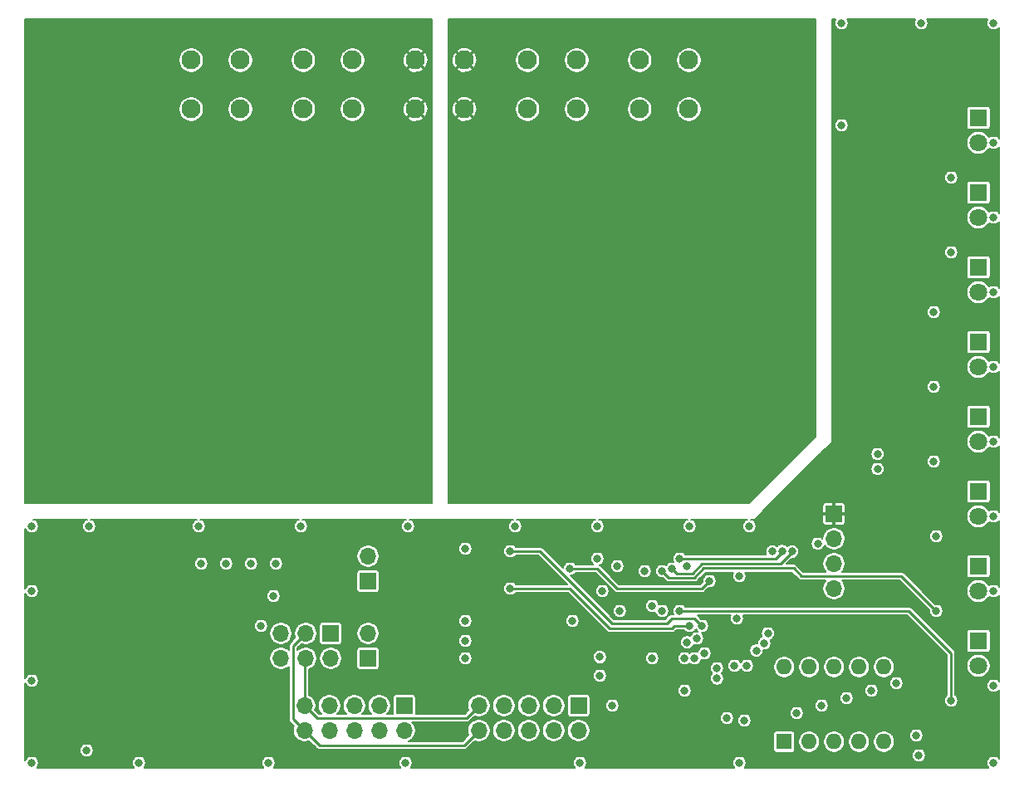
<source format=gbr>
%TF.GenerationSoftware,KiCad,Pcbnew,5.1.10-88a1d61d58~90~ubuntu20.04.1*%
%TF.CreationDate,2021-10-13T16:11:54+02:00*%
%TF.ProjectId,DI8_V1.1,4449385f-5631-42e3-912e-6b696361645f,rev?*%
%TF.SameCoordinates,Original*%
%TF.FileFunction,Copper,L4,Bot*%
%TF.FilePolarity,Positive*%
%FSLAX46Y46*%
G04 Gerber Fmt 4.6, Leading zero omitted, Abs format (unit mm)*
G04 Created by KiCad (PCBNEW 5.1.10-88a1d61d58~90~ubuntu20.04.1) date 2021-10-13 16:11:54*
%MOMM*%
%LPD*%
G01*
G04 APERTURE LIST*
%TA.AperFunction,ComponentPad*%
%ADD10O,1.700000X1.700000*%
%TD*%
%TA.AperFunction,ComponentPad*%
%ADD11R,1.700000X1.700000*%
%TD*%
%TA.AperFunction,ComponentPad*%
%ADD12O,1.600000X1.600000*%
%TD*%
%TA.AperFunction,ComponentPad*%
%ADD13R,1.600000X1.600000*%
%TD*%
%TA.AperFunction,ComponentPad*%
%ADD14C,1.950000*%
%TD*%
%TA.AperFunction,ComponentPad*%
%ADD15C,1.800000*%
%TD*%
%TA.AperFunction,ComponentPad*%
%ADD16R,1.800000X1.800000*%
%TD*%
%TA.AperFunction,ViaPad*%
%ADD17C,0.800000*%
%TD*%
%TA.AperFunction,Conductor*%
%ADD18C,0.250000*%
%TD*%
%TA.AperFunction,Conductor*%
%ADD19C,0.127000*%
%TD*%
%TA.AperFunction,Conductor*%
%ADD20C,0.100000*%
%TD*%
G04 APERTURE END LIST*
D10*
%TO.P,J1,4*%
%TO.N,GND*%
X124714000Y-117856000D03*
%TO.P,J1,3*%
%TO.N,SWCLK*%
X124714000Y-115316000D03*
%TO.P,J1,2*%
%TO.N,SWIO*%
X124714000Y-112776000D03*
D11*
%TO.P,J1,1*%
%TO.N,+3V3*%
X124714000Y-110236000D03*
%TD*%
D12*
%TO.P,SW1,10*%
%TO.N,GND*%
X119634000Y-125857000D03*
%TO.P,SW1,5*%
%TO.N,Net-(R10-Pad1)*%
X129794000Y-133477000D03*
%TO.P,SW1,9*%
%TO.N,GND*%
X122174000Y-125857000D03*
%TO.P,SW1,4*%
%TO.N,Net-(R9-Pad1)*%
X127254000Y-133477000D03*
%TO.P,SW1,8*%
%TO.N,GND*%
X124714000Y-125857000D03*
%TO.P,SW1,3*%
%TO.N,Net-(R6-Pad1)*%
X124714000Y-133477000D03*
%TO.P,SW1,7*%
%TO.N,GND*%
X127254000Y-125857000D03*
%TO.P,SW1,2*%
%TO.N,Net-(R5-Pad1)*%
X122174000Y-133477000D03*
%TO.P,SW1,6*%
%TO.N,GND*%
X129794000Y-125857000D03*
D13*
%TO.P,SW1,1*%
%TO.N,Net-(R4-Pad1)*%
X119634000Y-133477000D03*
%TD*%
D14*
%TO.P,J11,4*%
%TO.N,GND2*%
X87042000Y-63961000D03*
%TO.P,J11,3*%
X87042000Y-68961000D03*
%TO.P,J11,2*%
%TO.N,GND1*%
X82042000Y-63961000D03*
%TO.P,J11,1*%
X82042000Y-68961000D03*
%TD*%
%TO.P,J10,4*%
%TO.N,Net-(D40-Pad1)*%
X109902000Y-63961000D03*
%TO.P,J10,3*%
X109902000Y-68961000D03*
%TO.P,J10,2*%
%TO.N,Net-(D39-Pad1)*%
X104902000Y-63961000D03*
%TO.P,J10,1*%
X104902000Y-68961000D03*
%TD*%
%TO.P,J9,4*%
%TO.N,Net-(D38-Pad1)*%
X98472000Y-63961000D03*
%TO.P,J9,3*%
X98472000Y-68961000D03*
%TO.P,J9,2*%
%TO.N,Net-(D37-Pad1)*%
X93472000Y-63961000D03*
%TO.P,J9,1*%
X93472000Y-68961000D03*
%TD*%
%TO.P,J8,4*%
%TO.N,Net-(D36-Pad1)*%
X75612000Y-63961000D03*
%TO.P,J8,3*%
X75612000Y-68961000D03*
%TO.P,J8,2*%
%TO.N,Net-(D35-Pad1)*%
X70612000Y-63961000D03*
%TO.P,J8,1*%
X70612000Y-68961000D03*
%TD*%
%TO.P,J7,4*%
%TO.N,Net-(D34-Pad1)*%
X64182000Y-63961000D03*
%TO.P,J7,3*%
X64182000Y-68961000D03*
%TO.P,J7,2*%
%TO.N,Net-(D33-Pad1)*%
X59182000Y-63961000D03*
%TO.P,J7,1*%
X59182000Y-68961000D03*
%TD*%
D10*
%TO.P,J6,10*%
%TO.N,BUS-*%
X88519000Y-132334000D03*
%TO.P,J6,9*%
%TO.N,BUS+*%
X88519000Y-129794000D03*
%TO.P,J6,8*%
%TO.N,GND*%
X91059000Y-132334000D03*
%TO.P,J6,7*%
X91059000Y-129794000D03*
%TO.P,J6,6*%
X93599000Y-132334000D03*
%TO.P,J6,5*%
X93599000Y-129794000D03*
%TO.P,J6,4*%
%TO.N,VCC*%
X96139000Y-132334000D03*
%TO.P,J6,3*%
X96139000Y-129794000D03*
%TO.P,J6,2*%
X98679000Y-132334000D03*
D11*
%TO.P,J6,1*%
X98679000Y-129794000D03*
%TD*%
D10*
%TO.P,J5,10*%
%TO.N,BUS-*%
X70739000Y-132334000D03*
%TO.P,J5,9*%
%TO.N,BUS+*%
X70739000Y-129794000D03*
%TO.P,J5,8*%
%TO.N,GND*%
X73279000Y-132334000D03*
%TO.P,J5,7*%
X73279000Y-129794000D03*
%TO.P,J5,6*%
X75819000Y-132334000D03*
%TO.P,J5,5*%
X75819000Y-129794000D03*
%TO.P,J5,4*%
%TO.N,VCC*%
X78359000Y-132334000D03*
%TO.P,J5,3*%
X78359000Y-129794000D03*
%TO.P,J5,2*%
X80899000Y-132334000D03*
D11*
%TO.P,J5,1*%
X80899000Y-129794000D03*
%TD*%
D10*
%TO.P,J4,6*%
%TO.N,Net-(J4-Pad6)*%
X68326000Y-124968000D03*
%TO.P,J4,5*%
%TO.N,Net-(J3-Pad2)*%
X68326000Y-122428000D03*
%TO.P,J4,4*%
%TO.N,BUS+*%
X70866000Y-124968000D03*
%TO.P,J4,3*%
%TO.N,BUS-*%
X70866000Y-122428000D03*
%TO.P,J4,2*%
%TO.N,Net-(J4-Pad2)*%
X73406000Y-124968000D03*
D11*
%TO.P,J4,1*%
%TO.N,Net-(J2-Pad2)*%
X73406000Y-122428000D03*
%TD*%
D10*
%TO.P,J3,2*%
%TO.N,Net-(J3-Pad2)*%
X77216000Y-114554000D03*
D11*
%TO.P,J3,1*%
%TO.N,Net-(J3-Pad1)*%
X77216000Y-117094000D03*
%TD*%
D10*
%TO.P,J2,2*%
%TO.N,Net-(J2-Pad2)*%
X77216000Y-122428000D03*
D11*
%TO.P,J2,1*%
%TO.N,Net-(J2-Pad1)*%
X77216000Y-124968000D03*
%TD*%
D15*
%TO.P,D8,2*%
%TO.N,Net-(D8-Pad2)*%
X139446000Y-125730000D03*
D16*
%TO.P,D8,1*%
%TO.N,GND*%
X139446000Y-123190000D03*
%TD*%
D15*
%TO.P,D7,2*%
%TO.N,Net-(D7-Pad2)*%
X139446000Y-118110000D03*
D16*
%TO.P,D7,1*%
%TO.N,GND*%
X139446000Y-115570000D03*
%TD*%
D15*
%TO.P,D6,2*%
%TO.N,Net-(D6-Pad2)*%
X139446000Y-110490000D03*
D16*
%TO.P,D6,1*%
%TO.N,GND*%
X139446000Y-107950000D03*
%TD*%
D15*
%TO.P,D5,2*%
%TO.N,Net-(D5-Pad2)*%
X139446000Y-102870000D03*
D16*
%TO.P,D5,1*%
%TO.N,GND*%
X139446000Y-100330000D03*
%TD*%
D15*
%TO.P,D4,2*%
%TO.N,Net-(D4-Pad2)*%
X139446000Y-95250000D03*
D16*
%TO.P,D4,1*%
%TO.N,GND*%
X139446000Y-92710000D03*
%TD*%
D15*
%TO.P,D3,2*%
%TO.N,Net-(D3-Pad2)*%
X139446000Y-87630000D03*
D16*
%TO.P,D3,1*%
%TO.N,GND*%
X139446000Y-85090000D03*
%TD*%
D15*
%TO.P,D2,2*%
%TO.N,Net-(D2-Pad2)*%
X139446000Y-80010000D03*
D16*
%TO.P,D2,1*%
%TO.N,GND*%
X139446000Y-77470000D03*
%TD*%
D15*
%TO.P,D1,2*%
%TO.N,Net-(D1-Pad2)*%
X139446000Y-72390000D03*
D16*
%TO.P,D1,1*%
%TO.N,GND*%
X139446000Y-69850000D03*
%TD*%
D17*
%TO.N,GND*%
X101092000Y-118110000D03*
X106172000Y-119634000D03*
X42926000Y-135636000D03*
X53848000Y-135636000D03*
X67056000Y-135636000D03*
X81026000Y-135636000D03*
X98806000Y-135636000D03*
X115062000Y-135636000D03*
X133350000Y-134874000D03*
X140970000Y-135636000D03*
X140970000Y-127762000D03*
X140970000Y-118110000D03*
X140970000Y-110490000D03*
X140970000Y-102870000D03*
X140970000Y-95250000D03*
X140970000Y-87630000D03*
X140970000Y-80010000D03*
X140970000Y-72390000D03*
X140970000Y-60198000D03*
X125476000Y-60198000D03*
X133604000Y-60198000D03*
X125476000Y-70612000D03*
X129159000Y-104140000D03*
X129159000Y-105664000D03*
X116078000Y-111506000D03*
X109982000Y-111506000D03*
X100584000Y-111506000D03*
X92202000Y-111506000D03*
X81280000Y-111506000D03*
X70358000Y-111506000D03*
X59944000Y-111506000D03*
X48768000Y-111506000D03*
X42926000Y-111506000D03*
X42926000Y-118110000D03*
X42926000Y-127254000D03*
X67564000Y-118618000D03*
X66294000Y-121666000D03*
X87122000Y-123190000D03*
X87122000Y-124968000D03*
X87122000Y-121158000D03*
X98044000Y-121158000D03*
X100838000Y-126746000D03*
X115570000Y-131318000D03*
X115062000Y-116586000D03*
X102108000Y-129794000D03*
X113792000Y-131064000D03*
X109474000Y-124968000D03*
X106172000Y-124968000D03*
X114808000Y-120904000D03*
X87122000Y-113792000D03*
X100838000Y-124841000D03*
X123063000Y-113284000D03*
%TO.N,Net-(C3-Pad2)*%
X109474000Y-128270000D03*
X133096000Y-132842000D03*
%TO.N,+3V3*%
X56134000Y-129540000D03*
X57150000Y-129540000D03*
X57150000Y-131572000D03*
X56134000Y-131572000D03*
X93980000Y-123190000D03*
X86614000Y-117856000D03*
X104394000Y-128270000D03*
X117094000Y-127762000D03*
X113030000Y-116586000D03*
X110490000Y-113284000D03*
X69850000Y-113284000D03*
X132588000Y-121920000D03*
X103886000Y-116585992D03*
X138430000Y-134874000D03*
X113030000Y-113632990D03*
X122174000Y-114046000D03*
X122174000Y-117602000D03*
X122174000Y-120904000D03*
%TO.N,VCC*%
X48514000Y-134366000D03*
%TO.N,GND1*%
X82931000Y-108458000D03*
X71755000Y-108458000D03*
X59944000Y-108458000D03*
X51054000Y-108458000D03*
X42672000Y-108458000D03*
X42672000Y-99060000D03*
X42672000Y-89027000D03*
X42672000Y-77343000D03*
X42672000Y-60325000D03*
X59817000Y-60325000D03*
X73533000Y-60325000D03*
X82931000Y-60325000D03*
X82931000Y-74930000D03*
X82931000Y-84709000D03*
X82931000Y-92964000D03*
X74549000Y-76835000D03*
X76708000Y-74930000D03*
X74549000Y-73025000D03*
X72390000Y-74803000D03*
X68072000Y-74930000D03*
X65913000Y-73025000D03*
X63754000Y-74930000D03*
X65913000Y-76835000D03*
X59436000Y-74930000D03*
X57277000Y-73025000D03*
X57277000Y-76835000D03*
X55118000Y-74930000D03*
X50800000Y-74930000D03*
X48641000Y-73025000D03*
X46609000Y-74930000D03*
X48641000Y-76835000D03*
X53340000Y-104140000D03*
X61976000Y-104140000D03*
X70612000Y-104140000D03*
X79248000Y-104267000D03*
X47752000Y-80391000D03*
X56388000Y-80391000D03*
X65024000Y-80391000D03*
X73660000Y-80391000D03*
%TO.N,GND2*%
X86233000Y-108458000D03*
X98933000Y-108458000D03*
X110617000Y-108458000D03*
X115316000Y-108458000D03*
X121920000Y-101854000D03*
X121920000Y-90551000D03*
X121920000Y-82804000D03*
X121920000Y-76708000D03*
X114935000Y-76835000D03*
X116840000Y-74930000D03*
X114935000Y-73025000D03*
X106299000Y-73025000D03*
X108331000Y-74930000D03*
X106299000Y-76835000D03*
X99568000Y-74930000D03*
X97663000Y-73025000D03*
X97663000Y-76835000D03*
X89027000Y-76835000D03*
X91059000Y-74930000D03*
X89027000Y-73025000D03*
X121920000Y-70612000D03*
X121920000Y-60198000D03*
X107315000Y-60198000D03*
X96139000Y-60198000D03*
X86233000Y-74930000D03*
X86233000Y-84709000D03*
X86233000Y-92964000D03*
X88138000Y-80391000D03*
X96774000Y-80391000D03*
X105664000Y-80391000D03*
X114300000Y-80391000D03*
X93726000Y-104267000D03*
X102362000Y-104267000D03*
X111252000Y-104394000D03*
X119253000Y-104013000D03*
%TO.N,SWCLK*%
X102870000Y-120142000D03*
%TO.N,SWIO*%
X107188000Y-120141988D03*
%TO.N,Net-(R4-Pad1)*%
X110490000Y-124968000D03*
X120904000Y-130556000D03*
%TO.N,Net-(R5-Pad1)*%
X112776000Y-127009306D03*
X123444000Y-129794000D03*
%TO.N,Net-(R6-Pad1)*%
X112776000Y-125984000D03*
X125984000Y-129032000D03*
%TO.N,Net-(R9-Pad1)*%
X114554000Y-125730000D03*
X128524000Y-128270000D03*
%TO.N,Net-(R10-Pad1)*%
X115824000Y-125730000D03*
X131064000Y-127508000D03*
%TO.N,CH1*%
X111506000Y-124460000D03*
X60198000Y-115316000D03*
X116812000Y-124178000D03*
X136652000Y-75946000D03*
%TO.N,CH2*%
X109728000Y-123335001D03*
X62738000Y-115316000D03*
X117602000Y-123444000D03*
X136652000Y-83566000D03*
%TO.N,CH3*%
X110744000Y-122936000D03*
X65278000Y-115316000D03*
X117987010Y-122428000D03*
X134874000Y-89662000D03*
%TO.N,CH4*%
X109728000Y-115570000D03*
X67818000Y-115316000D03*
X134874000Y-97282000D03*
X118437020Y-114083000D03*
%TO.N,CH5*%
X100584000Y-114808000D03*
X108966000Y-114808000D03*
X119436253Y-114043793D03*
X134874000Y-104902000D03*
%TO.N,CH6*%
X108204000Y-115824000D03*
X120435486Y-114083000D03*
X135128000Y-112522000D03*
X102616000Y-115570000D03*
%TO.N,CH7*%
X107188000Y-116078000D03*
X105410000Y-116078000D03*
X135128000Y-120142000D03*
%TO.N,CH8*%
X108966000Y-120142000D03*
X136652000Y-129286000D03*
%TO.N,TXD*%
X111252000Y-121666000D03*
X91694000Y-114046000D03*
%TO.N,DIR*%
X112014000Y-117094000D03*
X97790000Y-115824000D03*
%TO.N,RXD*%
X109982000Y-121666000D03*
X91694000Y-117856000D03*
%TD*%
D18*
%TO.N,BUS+*%
X70739000Y-125095000D02*
X70866000Y-124968000D01*
X70739000Y-129794000D02*
X70739000Y-125095000D01*
X70739000Y-129794000D02*
X72009000Y-131064000D01*
X87249000Y-131064000D02*
X88519000Y-129794000D01*
X72009000Y-131064000D02*
X87249000Y-131064000D01*
%TO.N,BUS-*%
X70866000Y-122428000D02*
X69596000Y-123698000D01*
X69563999Y-131158999D02*
X70739000Y-132334000D01*
X69596000Y-129197998D02*
X69563999Y-129229999D01*
X69563999Y-129229999D02*
X69563999Y-131158999D01*
X69596000Y-123698000D02*
X69596000Y-129197998D01*
X70739000Y-132334000D02*
X72263000Y-133858000D01*
X86995000Y-133858000D02*
X88519000Y-132334000D01*
X72263000Y-133858000D02*
X86995000Y-133858000D01*
%TO.N,CH5*%
X119436253Y-114156769D02*
X119436253Y-114043793D01*
X118785021Y-114808001D02*
X119436253Y-114156769D01*
X108966000Y-114808000D02*
X118785021Y-114808001D01*
%TO.N,CH6*%
X108675001Y-116295001D02*
X110272999Y-116295001D01*
X108204000Y-115824000D02*
X108675001Y-116295001D01*
X110272999Y-116295001D02*
X111252000Y-115316000D01*
X120435486Y-114117562D02*
X120435486Y-114083000D01*
X119237048Y-115316000D02*
X120435486Y-114117562D01*
X111252000Y-115316000D02*
X119237048Y-115316000D01*
%TO.N,CH7*%
X107188000Y-116078000D02*
X107855011Y-116745011D01*
X107855011Y-116745011D02*
X110459400Y-116745010D01*
X110459400Y-116745010D02*
X111438400Y-115766010D01*
X111438400Y-115766010D02*
X120592010Y-115766010D01*
X120592010Y-115766010D02*
X121412000Y-116586000D01*
X131572000Y-116586000D02*
X135128000Y-120142000D01*
X121412000Y-116586000D02*
X131572000Y-116586000D01*
%TO.N,CH8*%
X108966000Y-120142000D02*
X132334000Y-120142000D01*
X136652000Y-124460000D02*
X136652000Y-129286000D01*
X132334000Y-120142000D02*
X136652000Y-124460000D01*
%TO.N,TXD*%
X111252000Y-121666000D02*
X110490000Y-120904000D01*
X110490000Y-120904000D02*
X108204000Y-120904000D01*
X107686302Y-121421698D02*
X105673698Y-121421698D01*
X108204000Y-120904000D02*
X107686302Y-121421698D01*
X105673698Y-121421698D02*
X105664000Y-121412000D01*
X105664000Y-121412000D02*
X102108000Y-121412000D01*
X94742000Y-114046000D02*
X91694000Y-114046000D01*
X102108000Y-121412000D02*
X94742000Y-114046000D01*
%TO.N,DIR*%
X112014000Y-117094000D02*
X111252000Y-117856000D01*
X111252000Y-117856000D02*
X102616000Y-117856000D01*
X100584000Y-115824000D02*
X97790000Y-115824000D01*
X102616000Y-117856000D02*
X100584000Y-115824000D01*
%TO.N,RXD*%
X109982000Y-121666000D02*
X108458000Y-121666000D01*
X108458000Y-121666000D02*
X108204000Y-121920000D01*
X108204000Y-121920000D02*
X101854000Y-121920000D01*
X101854000Y-121920000D02*
X100838000Y-120904000D01*
X97790000Y-117856000D02*
X91694000Y-117856000D01*
X100838000Y-120904000D02*
X97790000Y-117856000D01*
%TD*%
D19*
%TO.N,+3V3*%
X124840159Y-59858136D02*
X124786073Y-59988713D01*
X124758500Y-60127332D01*
X124758500Y-60268668D01*
X124786073Y-60407287D01*
X124840159Y-60537864D01*
X124918681Y-60655380D01*
X125018620Y-60755319D01*
X125136136Y-60833841D01*
X125266713Y-60887927D01*
X125405332Y-60915500D01*
X125546668Y-60915500D01*
X125685287Y-60887927D01*
X125815864Y-60833841D01*
X125933380Y-60755319D01*
X126033319Y-60655380D01*
X126111841Y-60537864D01*
X126165927Y-60407287D01*
X126193500Y-60268668D01*
X126193500Y-60127332D01*
X126165927Y-59988713D01*
X126111841Y-59858136D01*
X126074666Y-59802500D01*
X133005334Y-59802500D01*
X132968159Y-59858136D01*
X132914073Y-59988713D01*
X132886500Y-60127332D01*
X132886500Y-60268668D01*
X132914073Y-60407287D01*
X132968159Y-60537864D01*
X133046681Y-60655380D01*
X133146620Y-60755319D01*
X133264136Y-60833841D01*
X133394713Y-60887927D01*
X133533332Y-60915500D01*
X133674668Y-60915500D01*
X133813287Y-60887927D01*
X133943864Y-60833841D01*
X134061380Y-60755319D01*
X134161319Y-60655380D01*
X134239841Y-60537864D01*
X134293927Y-60407287D01*
X134321500Y-60268668D01*
X134321500Y-60127332D01*
X134293927Y-59988713D01*
X134239841Y-59858136D01*
X134202666Y-59802500D01*
X140371334Y-59802500D01*
X140334159Y-59858136D01*
X140280073Y-59988713D01*
X140252500Y-60127332D01*
X140252500Y-60268668D01*
X140280073Y-60407287D01*
X140334159Y-60537864D01*
X140412681Y-60655380D01*
X140512620Y-60755319D01*
X140630136Y-60833841D01*
X140760713Y-60887927D01*
X140899332Y-60915500D01*
X141040668Y-60915500D01*
X141179287Y-60887927D01*
X141309864Y-60833841D01*
X141427380Y-60755319D01*
X141527319Y-60655380D01*
X141555500Y-60613204D01*
X141555500Y-71974796D01*
X141527319Y-71932620D01*
X141427380Y-71832681D01*
X141309864Y-71754159D01*
X141179287Y-71700073D01*
X141040668Y-71672500D01*
X140899332Y-71672500D01*
X140760713Y-71700073D01*
X140630136Y-71754159D01*
X140528554Y-71822034D01*
X140524935Y-71813297D01*
X140391694Y-71613889D01*
X140222111Y-71444306D01*
X140022703Y-71311065D01*
X139801132Y-71219288D01*
X139565913Y-71172500D01*
X139326087Y-71172500D01*
X139090868Y-71219288D01*
X138869297Y-71311065D01*
X138669889Y-71444306D01*
X138500306Y-71613889D01*
X138367065Y-71813297D01*
X138275288Y-72034868D01*
X138228500Y-72270087D01*
X138228500Y-72509913D01*
X138275288Y-72745132D01*
X138367065Y-72966703D01*
X138500306Y-73166111D01*
X138669889Y-73335694D01*
X138869297Y-73468935D01*
X139090868Y-73560712D01*
X139326087Y-73607500D01*
X139565913Y-73607500D01*
X139801132Y-73560712D01*
X140022703Y-73468935D01*
X140222111Y-73335694D01*
X140391694Y-73166111D01*
X140524935Y-72966703D01*
X140528554Y-72957966D01*
X140630136Y-73025841D01*
X140760713Y-73079927D01*
X140899332Y-73107500D01*
X141040668Y-73107500D01*
X141179287Y-73079927D01*
X141309864Y-73025841D01*
X141427380Y-72947319D01*
X141527319Y-72847380D01*
X141555500Y-72805204D01*
X141555500Y-79594796D01*
X141527319Y-79552620D01*
X141427380Y-79452681D01*
X141309864Y-79374159D01*
X141179287Y-79320073D01*
X141040668Y-79292500D01*
X140899332Y-79292500D01*
X140760713Y-79320073D01*
X140630136Y-79374159D01*
X140528554Y-79442034D01*
X140524935Y-79433297D01*
X140391694Y-79233889D01*
X140222111Y-79064306D01*
X140022703Y-78931065D01*
X139801132Y-78839288D01*
X139565913Y-78792500D01*
X139326087Y-78792500D01*
X139090868Y-78839288D01*
X138869297Y-78931065D01*
X138669889Y-79064306D01*
X138500306Y-79233889D01*
X138367065Y-79433297D01*
X138275288Y-79654868D01*
X138228500Y-79890087D01*
X138228500Y-80129913D01*
X138275288Y-80365132D01*
X138367065Y-80586703D01*
X138500306Y-80786111D01*
X138669889Y-80955694D01*
X138869297Y-81088935D01*
X139090868Y-81180712D01*
X139326087Y-81227500D01*
X139565913Y-81227500D01*
X139801132Y-81180712D01*
X140022703Y-81088935D01*
X140222111Y-80955694D01*
X140391694Y-80786111D01*
X140524935Y-80586703D01*
X140528554Y-80577966D01*
X140630136Y-80645841D01*
X140760713Y-80699927D01*
X140899332Y-80727500D01*
X141040668Y-80727500D01*
X141179287Y-80699927D01*
X141309864Y-80645841D01*
X141427380Y-80567319D01*
X141527319Y-80467380D01*
X141555500Y-80425204D01*
X141555500Y-87214796D01*
X141527319Y-87172620D01*
X141427380Y-87072681D01*
X141309864Y-86994159D01*
X141179287Y-86940073D01*
X141040668Y-86912500D01*
X140899332Y-86912500D01*
X140760713Y-86940073D01*
X140630136Y-86994159D01*
X140528554Y-87062034D01*
X140524935Y-87053297D01*
X140391694Y-86853889D01*
X140222111Y-86684306D01*
X140022703Y-86551065D01*
X139801132Y-86459288D01*
X139565913Y-86412500D01*
X139326087Y-86412500D01*
X139090868Y-86459288D01*
X138869297Y-86551065D01*
X138669889Y-86684306D01*
X138500306Y-86853889D01*
X138367065Y-87053297D01*
X138275288Y-87274868D01*
X138228500Y-87510087D01*
X138228500Y-87749913D01*
X138275288Y-87985132D01*
X138367065Y-88206703D01*
X138500306Y-88406111D01*
X138669889Y-88575694D01*
X138869297Y-88708935D01*
X139090868Y-88800712D01*
X139326087Y-88847500D01*
X139565913Y-88847500D01*
X139801132Y-88800712D01*
X140022703Y-88708935D01*
X140222111Y-88575694D01*
X140391694Y-88406111D01*
X140524935Y-88206703D01*
X140528554Y-88197966D01*
X140630136Y-88265841D01*
X140760713Y-88319927D01*
X140899332Y-88347500D01*
X141040668Y-88347500D01*
X141179287Y-88319927D01*
X141309864Y-88265841D01*
X141427380Y-88187319D01*
X141527319Y-88087380D01*
X141555500Y-88045204D01*
X141555500Y-94834796D01*
X141527319Y-94792620D01*
X141427380Y-94692681D01*
X141309864Y-94614159D01*
X141179287Y-94560073D01*
X141040668Y-94532500D01*
X140899332Y-94532500D01*
X140760713Y-94560073D01*
X140630136Y-94614159D01*
X140528554Y-94682034D01*
X140524935Y-94673297D01*
X140391694Y-94473889D01*
X140222111Y-94304306D01*
X140022703Y-94171065D01*
X139801132Y-94079288D01*
X139565913Y-94032500D01*
X139326087Y-94032500D01*
X139090868Y-94079288D01*
X138869297Y-94171065D01*
X138669889Y-94304306D01*
X138500306Y-94473889D01*
X138367065Y-94673297D01*
X138275288Y-94894868D01*
X138228500Y-95130087D01*
X138228500Y-95369913D01*
X138275288Y-95605132D01*
X138367065Y-95826703D01*
X138500306Y-96026111D01*
X138669889Y-96195694D01*
X138869297Y-96328935D01*
X139090868Y-96420712D01*
X139326087Y-96467500D01*
X139565913Y-96467500D01*
X139801132Y-96420712D01*
X140022703Y-96328935D01*
X140222111Y-96195694D01*
X140391694Y-96026111D01*
X140524935Y-95826703D01*
X140528554Y-95817966D01*
X140630136Y-95885841D01*
X140760713Y-95939927D01*
X140899332Y-95967500D01*
X141040668Y-95967500D01*
X141179287Y-95939927D01*
X141309864Y-95885841D01*
X141427380Y-95807319D01*
X141527319Y-95707380D01*
X141555500Y-95665204D01*
X141555501Y-102454797D01*
X141527319Y-102412620D01*
X141427380Y-102312681D01*
X141309864Y-102234159D01*
X141179287Y-102180073D01*
X141040668Y-102152500D01*
X140899332Y-102152500D01*
X140760713Y-102180073D01*
X140630136Y-102234159D01*
X140528554Y-102302034D01*
X140524935Y-102293297D01*
X140391694Y-102093889D01*
X140222111Y-101924306D01*
X140022703Y-101791065D01*
X139801132Y-101699288D01*
X139565913Y-101652500D01*
X139326087Y-101652500D01*
X139090868Y-101699288D01*
X138869297Y-101791065D01*
X138669889Y-101924306D01*
X138500306Y-102093889D01*
X138367065Y-102293297D01*
X138275288Y-102514868D01*
X138228500Y-102750087D01*
X138228500Y-102989913D01*
X138275288Y-103225132D01*
X138367065Y-103446703D01*
X138500306Y-103646111D01*
X138669889Y-103815694D01*
X138869297Y-103948935D01*
X139090868Y-104040712D01*
X139326087Y-104087500D01*
X139565913Y-104087500D01*
X139801132Y-104040712D01*
X140022703Y-103948935D01*
X140222111Y-103815694D01*
X140391694Y-103646111D01*
X140524935Y-103446703D01*
X140528554Y-103437966D01*
X140630136Y-103505841D01*
X140760713Y-103559927D01*
X140899332Y-103587500D01*
X141040668Y-103587500D01*
X141179287Y-103559927D01*
X141309864Y-103505841D01*
X141427380Y-103427319D01*
X141527319Y-103327380D01*
X141555501Y-103285203D01*
X141555501Y-110074797D01*
X141527319Y-110032620D01*
X141427380Y-109932681D01*
X141309864Y-109854159D01*
X141179287Y-109800073D01*
X141040668Y-109772500D01*
X140899332Y-109772500D01*
X140760713Y-109800073D01*
X140630136Y-109854159D01*
X140528554Y-109922034D01*
X140524935Y-109913297D01*
X140391694Y-109713889D01*
X140222111Y-109544306D01*
X140022703Y-109411065D01*
X139801132Y-109319288D01*
X139565913Y-109272500D01*
X139326087Y-109272500D01*
X139090868Y-109319288D01*
X138869297Y-109411065D01*
X138669889Y-109544306D01*
X138500306Y-109713889D01*
X138367065Y-109913297D01*
X138275288Y-110134868D01*
X138228500Y-110370087D01*
X138228500Y-110609913D01*
X138275288Y-110845132D01*
X138367065Y-111066703D01*
X138500306Y-111266111D01*
X138669889Y-111435694D01*
X138869297Y-111568935D01*
X139090868Y-111660712D01*
X139326087Y-111707500D01*
X139565913Y-111707500D01*
X139801132Y-111660712D01*
X140022703Y-111568935D01*
X140222111Y-111435694D01*
X140391694Y-111266111D01*
X140524935Y-111066703D01*
X140528554Y-111057966D01*
X140630136Y-111125841D01*
X140760713Y-111179927D01*
X140899332Y-111207500D01*
X141040668Y-111207500D01*
X141179287Y-111179927D01*
X141309864Y-111125841D01*
X141427380Y-111047319D01*
X141527319Y-110947380D01*
X141555501Y-110905203D01*
X141555501Y-117694797D01*
X141527319Y-117652620D01*
X141427380Y-117552681D01*
X141309864Y-117474159D01*
X141179287Y-117420073D01*
X141040668Y-117392500D01*
X140899332Y-117392500D01*
X140760713Y-117420073D01*
X140630136Y-117474159D01*
X140528554Y-117542034D01*
X140524935Y-117533297D01*
X140391694Y-117333889D01*
X140222111Y-117164306D01*
X140022703Y-117031065D01*
X139801132Y-116939288D01*
X139565913Y-116892500D01*
X139326087Y-116892500D01*
X139090868Y-116939288D01*
X138869297Y-117031065D01*
X138669889Y-117164306D01*
X138500306Y-117333889D01*
X138367065Y-117533297D01*
X138275288Y-117754868D01*
X138228500Y-117990087D01*
X138228500Y-118229913D01*
X138275288Y-118465132D01*
X138367065Y-118686703D01*
X138500306Y-118886111D01*
X138669889Y-119055694D01*
X138869297Y-119188935D01*
X139090868Y-119280712D01*
X139326087Y-119327500D01*
X139565913Y-119327500D01*
X139801132Y-119280712D01*
X140022703Y-119188935D01*
X140222111Y-119055694D01*
X140391694Y-118886111D01*
X140524935Y-118686703D01*
X140528554Y-118677966D01*
X140630136Y-118745841D01*
X140760713Y-118799927D01*
X140899332Y-118827500D01*
X141040668Y-118827500D01*
X141179287Y-118799927D01*
X141309864Y-118745841D01*
X141427380Y-118667319D01*
X141527319Y-118567380D01*
X141555501Y-118525203D01*
X141555501Y-127346797D01*
X141527319Y-127304620D01*
X141427380Y-127204681D01*
X141309864Y-127126159D01*
X141179287Y-127072073D01*
X141040668Y-127044500D01*
X140899332Y-127044500D01*
X140760713Y-127072073D01*
X140630136Y-127126159D01*
X140512620Y-127204681D01*
X140412681Y-127304620D01*
X140334159Y-127422136D01*
X140280073Y-127552713D01*
X140252500Y-127691332D01*
X140252500Y-127832668D01*
X140280073Y-127971287D01*
X140334159Y-128101864D01*
X140412681Y-128219380D01*
X140512620Y-128319319D01*
X140630136Y-128397841D01*
X140760713Y-128451927D01*
X140899332Y-128479500D01*
X141040668Y-128479500D01*
X141179287Y-128451927D01*
X141309864Y-128397841D01*
X141427380Y-128319319D01*
X141527319Y-128219380D01*
X141555501Y-128177203D01*
X141555501Y-135220797D01*
X141527319Y-135178620D01*
X141427380Y-135078681D01*
X141309864Y-135000159D01*
X141179287Y-134946073D01*
X141040668Y-134918500D01*
X140899332Y-134918500D01*
X140760713Y-134946073D01*
X140630136Y-135000159D01*
X140512620Y-135078681D01*
X140412681Y-135178620D01*
X140334159Y-135296136D01*
X140280073Y-135426713D01*
X140252500Y-135565332D01*
X140252500Y-135706668D01*
X140280073Y-135845287D01*
X140334159Y-135975864D01*
X140412681Y-136093380D01*
X140436801Y-136117500D01*
X115595199Y-136117500D01*
X115619319Y-136093380D01*
X115697841Y-135975864D01*
X115751927Y-135845287D01*
X115779500Y-135706668D01*
X115779500Y-135565332D01*
X115751927Y-135426713D01*
X115697841Y-135296136D01*
X115619319Y-135178620D01*
X115519380Y-135078681D01*
X115401864Y-135000159D01*
X115271287Y-134946073D01*
X115132668Y-134918500D01*
X114991332Y-134918500D01*
X114852713Y-134946073D01*
X114722136Y-135000159D01*
X114604620Y-135078681D01*
X114504681Y-135178620D01*
X114426159Y-135296136D01*
X114372073Y-135426713D01*
X114344500Y-135565332D01*
X114344500Y-135706668D01*
X114372073Y-135845287D01*
X114426159Y-135975864D01*
X114504681Y-136093380D01*
X114528801Y-136117500D01*
X99339199Y-136117500D01*
X99363319Y-136093380D01*
X99441841Y-135975864D01*
X99495927Y-135845287D01*
X99523500Y-135706668D01*
X99523500Y-135565332D01*
X99495927Y-135426713D01*
X99441841Y-135296136D01*
X99363319Y-135178620D01*
X99263380Y-135078681D01*
X99145864Y-135000159D01*
X99015287Y-134946073D01*
X98876668Y-134918500D01*
X98735332Y-134918500D01*
X98596713Y-134946073D01*
X98466136Y-135000159D01*
X98348620Y-135078681D01*
X98248681Y-135178620D01*
X98170159Y-135296136D01*
X98116073Y-135426713D01*
X98088500Y-135565332D01*
X98088500Y-135706668D01*
X98116073Y-135845287D01*
X98170159Y-135975864D01*
X98248681Y-136093380D01*
X98272801Y-136117500D01*
X81559199Y-136117500D01*
X81583319Y-136093380D01*
X81661841Y-135975864D01*
X81715927Y-135845287D01*
X81743500Y-135706668D01*
X81743500Y-135565332D01*
X81715927Y-135426713D01*
X81661841Y-135296136D01*
X81583319Y-135178620D01*
X81483380Y-135078681D01*
X81365864Y-135000159D01*
X81235287Y-134946073D01*
X81096668Y-134918500D01*
X80955332Y-134918500D01*
X80816713Y-134946073D01*
X80686136Y-135000159D01*
X80568620Y-135078681D01*
X80468681Y-135178620D01*
X80390159Y-135296136D01*
X80336073Y-135426713D01*
X80308500Y-135565332D01*
X80308500Y-135706668D01*
X80336073Y-135845287D01*
X80390159Y-135975864D01*
X80468681Y-136093380D01*
X80492801Y-136117500D01*
X67589199Y-136117500D01*
X67613319Y-136093380D01*
X67691841Y-135975864D01*
X67745927Y-135845287D01*
X67773500Y-135706668D01*
X67773500Y-135565332D01*
X67745927Y-135426713D01*
X67691841Y-135296136D01*
X67613319Y-135178620D01*
X67513380Y-135078681D01*
X67395864Y-135000159D01*
X67265287Y-134946073D01*
X67126668Y-134918500D01*
X66985332Y-134918500D01*
X66846713Y-134946073D01*
X66716136Y-135000159D01*
X66598620Y-135078681D01*
X66498681Y-135178620D01*
X66420159Y-135296136D01*
X66366073Y-135426713D01*
X66338500Y-135565332D01*
X66338500Y-135706668D01*
X66366073Y-135845287D01*
X66420159Y-135975864D01*
X66498681Y-136093380D01*
X66522801Y-136117500D01*
X54381199Y-136117500D01*
X54405319Y-136093380D01*
X54483841Y-135975864D01*
X54537927Y-135845287D01*
X54565500Y-135706668D01*
X54565500Y-135565332D01*
X54537927Y-135426713D01*
X54483841Y-135296136D01*
X54405319Y-135178620D01*
X54305380Y-135078681D01*
X54187864Y-135000159D01*
X54057287Y-134946073D01*
X53918668Y-134918500D01*
X53777332Y-134918500D01*
X53638713Y-134946073D01*
X53508136Y-135000159D01*
X53390620Y-135078681D01*
X53290681Y-135178620D01*
X53212159Y-135296136D01*
X53158073Y-135426713D01*
X53130500Y-135565332D01*
X53130500Y-135706668D01*
X53158073Y-135845287D01*
X53212159Y-135975864D01*
X53290681Y-136093380D01*
X53314801Y-136117500D01*
X43459199Y-136117500D01*
X43483319Y-136093380D01*
X43561841Y-135975864D01*
X43615927Y-135845287D01*
X43643500Y-135706668D01*
X43643500Y-135565332D01*
X43615927Y-135426713D01*
X43561841Y-135296136D01*
X43483319Y-135178620D01*
X43383380Y-135078681D01*
X43265864Y-135000159D01*
X43135287Y-134946073D01*
X42996668Y-134918500D01*
X42855332Y-134918500D01*
X42716713Y-134946073D01*
X42586136Y-135000159D01*
X42468620Y-135078681D01*
X42368681Y-135178620D01*
X42290159Y-135296136D01*
X42240500Y-135416025D01*
X42240500Y-134295332D01*
X47796500Y-134295332D01*
X47796500Y-134436668D01*
X47824073Y-134575287D01*
X47878159Y-134705864D01*
X47956681Y-134823380D01*
X48056620Y-134923319D01*
X48174136Y-135001841D01*
X48304713Y-135055927D01*
X48443332Y-135083500D01*
X48584668Y-135083500D01*
X48723287Y-135055927D01*
X48853864Y-135001841D01*
X48971380Y-134923319D01*
X49071319Y-134823380D01*
X49084714Y-134803332D01*
X132632500Y-134803332D01*
X132632500Y-134944668D01*
X132660073Y-135083287D01*
X132714159Y-135213864D01*
X132792681Y-135331380D01*
X132892620Y-135431319D01*
X133010136Y-135509841D01*
X133140713Y-135563927D01*
X133279332Y-135591500D01*
X133420668Y-135591500D01*
X133559287Y-135563927D01*
X133689864Y-135509841D01*
X133807380Y-135431319D01*
X133907319Y-135331380D01*
X133985841Y-135213864D01*
X134039927Y-135083287D01*
X134067500Y-134944668D01*
X134067500Y-134803332D01*
X134039927Y-134664713D01*
X133985841Y-134534136D01*
X133907319Y-134416620D01*
X133807380Y-134316681D01*
X133689864Y-134238159D01*
X133559287Y-134184073D01*
X133420668Y-134156500D01*
X133279332Y-134156500D01*
X133140713Y-134184073D01*
X133010136Y-134238159D01*
X132892620Y-134316681D01*
X132792681Y-134416620D01*
X132714159Y-134534136D01*
X132660073Y-134664713D01*
X132632500Y-134803332D01*
X49084714Y-134803332D01*
X49149841Y-134705864D01*
X49203927Y-134575287D01*
X49231500Y-134436668D01*
X49231500Y-134295332D01*
X49203927Y-134156713D01*
X49149841Y-134026136D01*
X49071319Y-133908620D01*
X48971380Y-133808681D01*
X48853864Y-133730159D01*
X48723287Y-133676073D01*
X48584668Y-133648500D01*
X48443332Y-133648500D01*
X48304713Y-133676073D01*
X48174136Y-133730159D01*
X48056620Y-133808681D01*
X47956681Y-133908620D01*
X47878159Y-134026136D01*
X47824073Y-134156713D01*
X47796500Y-134295332D01*
X42240500Y-134295332D01*
X42240500Y-127473975D01*
X42290159Y-127593864D01*
X42368681Y-127711380D01*
X42468620Y-127811319D01*
X42586136Y-127889841D01*
X42716713Y-127943927D01*
X42855332Y-127971500D01*
X42996668Y-127971500D01*
X43135287Y-127943927D01*
X43265864Y-127889841D01*
X43383380Y-127811319D01*
X43483319Y-127711380D01*
X43561841Y-127593864D01*
X43615927Y-127463287D01*
X43643500Y-127324668D01*
X43643500Y-127183332D01*
X43615927Y-127044713D01*
X43561841Y-126914136D01*
X43483319Y-126796620D01*
X43383380Y-126696681D01*
X43265864Y-126618159D01*
X43135287Y-126564073D01*
X42996668Y-126536500D01*
X42855332Y-126536500D01*
X42716713Y-126564073D01*
X42586136Y-126618159D01*
X42468620Y-126696681D01*
X42368681Y-126796620D01*
X42290159Y-126914136D01*
X42240500Y-127034025D01*
X42240500Y-124853011D01*
X67158500Y-124853011D01*
X67158500Y-125082989D01*
X67203366Y-125308547D01*
X67291375Y-125521019D01*
X67419144Y-125712238D01*
X67581762Y-125874856D01*
X67772981Y-126002625D01*
X67985453Y-126090634D01*
X68211011Y-126135500D01*
X68440989Y-126135500D01*
X68666547Y-126090634D01*
X68879019Y-126002625D01*
X69070238Y-125874856D01*
X69153500Y-125791594D01*
X69153501Y-129059287D01*
X69153205Y-129059842D01*
X69153204Y-129059843D01*
X69127902Y-129143255D01*
X69122510Y-129197999D01*
X69119358Y-129229999D01*
X69121499Y-129251734D01*
X69121500Y-131137255D01*
X69119358Y-131158999D01*
X69127903Y-131245744D01*
X69153204Y-131329155D01*
X69194294Y-131406028D01*
X69217008Y-131433705D01*
X69249591Y-131473408D01*
X69266475Y-131487264D01*
X69662145Y-131882934D01*
X69616366Y-131993453D01*
X69571500Y-132219011D01*
X69571500Y-132448989D01*
X69616366Y-132674547D01*
X69704375Y-132887019D01*
X69832144Y-133078238D01*
X69994762Y-133240856D01*
X70185981Y-133368625D01*
X70398453Y-133456634D01*
X70624011Y-133501500D01*
X70853989Y-133501500D01*
X71079547Y-133456634D01*
X71190066Y-133410855D01*
X71934730Y-134155519D01*
X71948591Y-134172409D01*
X72015971Y-134227705D01*
X72092843Y-134268795D01*
X72176255Y-134294097D01*
X72241263Y-134300500D01*
X72241265Y-134300500D01*
X72262999Y-134302641D01*
X72284733Y-134300500D01*
X86973266Y-134300500D01*
X86995000Y-134302641D01*
X87016734Y-134300500D01*
X87016737Y-134300500D01*
X87081745Y-134294097D01*
X87165157Y-134268795D01*
X87242029Y-134227705D01*
X87309409Y-134172409D01*
X87323270Y-134155519D01*
X88067934Y-133410855D01*
X88178453Y-133456634D01*
X88404011Y-133501500D01*
X88633989Y-133501500D01*
X88859547Y-133456634D01*
X89072019Y-133368625D01*
X89263238Y-133240856D01*
X89425856Y-133078238D01*
X89553625Y-132887019D01*
X89641634Y-132674547D01*
X89686500Y-132448989D01*
X89686500Y-132219011D01*
X89891500Y-132219011D01*
X89891500Y-132448989D01*
X89936366Y-132674547D01*
X90024375Y-132887019D01*
X90152144Y-133078238D01*
X90314762Y-133240856D01*
X90505981Y-133368625D01*
X90718453Y-133456634D01*
X90944011Y-133501500D01*
X91173989Y-133501500D01*
X91399547Y-133456634D01*
X91612019Y-133368625D01*
X91803238Y-133240856D01*
X91965856Y-133078238D01*
X92093625Y-132887019D01*
X92181634Y-132674547D01*
X92226500Y-132448989D01*
X92226500Y-132219011D01*
X92431500Y-132219011D01*
X92431500Y-132448989D01*
X92476366Y-132674547D01*
X92564375Y-132887019D01*
X92692144Y-133078238D01*
X92854762Y-133240856D01*
X93045981Y-133368625D01*
X93258453Y-133456634D01*
X93484011Y-133501500D01*
X93713989Y-133501500D01*
X93939547Y-133456634D01*
X94152019Y-133368625D01*
X94343238Y-133240856D01*
X94505856Y-133078238D01*
X94633625Y-132887019D01*
X94721634Y-132674547D01*
X94766500Y-132448989D01*
X94766500Y-132219011D01*
X94971500Y-132219011D01*
X94971500Y-132448989D01*
X95016366Y-132674547D01*
X95104375Y-132887019D01*
X95232144Y-133078238D01*
X95394762Y-133240856D01*
X95585981Y-133368625D01*
X95798453Y-133456634D01*
X96024011Y-133501500D01*
X96253989Y-133501500D01*
X96479547Y-133456634D01*
X96692019Y-133368625D01*
X96883238Y-133240856D01*
X97045856Y-133078238D01*
X97173625Y-132887019D01*
X97261634Y-132674547D01*
X97306500Y-132448989D01*
X97306500Y-132219011D01*
X97511500Y-132219011D01*
X97511500Y-132448989D01*
X97556366Y-132674547D01*
X97644375Y-132887019D01*
X97772144Y-133078238D01*
X97934762Y-133240856D01*
X98125981Y-133368625D01*
X98338453Y-133456634D01*
X98564011Y-133501500D01*
X98793989Y-133501500D01*
X99019547Y-133456634D01*
X99232019Y-133368625D01*
X99423238Y-133240856D01*
X99585856Y-133078238D01*
X99713625Y-132887019D01*
X99800617Y-132677000D01*
X118514964Y-132677000D01*
X118514964Y-134277000D01*
X118521094Y-134339241D01*
X118539249Y-134399090D01*
X118568731Y-134454247D01*
X118608407Y-134502593D01*
X118656753Y-134542269D01*
X118711910Y-134571751D01*
X118771759Y-134589906D01*
X118834000Y-134596036D01*
X120434000Y-134596036D01*
X120496241Y-134589906D01*
X120556090Y-134571751D01*
X120611247Y-134542269D01*
X120659593Y-134502593D01*
X120699269Y-134454247D01*
X120728751Y-134399090D01*
X120746906Y-134339241D01*
X120753036Y-134277000D01*
X120753036Y-133366936D01*
X121056500Y-133366936D01*
X121056500Y-133587064D01*
X121099445Y-133802963D01*
X121183684Y-134006335D01*
X121305981Y-134189365D01*
X121461635Y-134345019D01*
X121644665Y-134467316D01*
X121848037Y-134551555D01*
X122063936Y-134594500D01*
X122284064Y-134594500D01*
X122499963Y-134551555D01*
X122703335Y-134467316D01*
X122886365Y-134345019D01*
X123042019Y-134189365D01*
X123164316Y-134006335D01*
X123248555Y-133802963D01*
X123291500Y-133587064D01*
X123291500Y-133366936D01*
X123596500Y-133366936D01*
X123596500Y-133587064D01*
X123639445Y-133802963D01*
X123723684Y-134006335D01*
X123845981Y-134189365D01*
X124001635Y-134345019D01*
X124184665Y-134467316D01*
X124388037Y-134551555D01*
X124603936Y-134594500D01*
X124824064Y-134594500D01*
X125039963Y-134551555D01*
X125243335Y-134467316D01*
X125426365Y-134345019D01*
X125582019Y-134189365D01*
X125704316Y-134006335D01*
X125788555Y-133802963D01*
X125831500Y-133587064D01*
X125831500Y-133366936D01*
X126136500Y-133366936D01*
X126136500Y-133587064D01*
X126179445Y-133802963D01*
X126263684Y-134006335D01*
X126385981Y-134189365D01*
X126541635Y-134345019D01*
X126724665Y-134467316D01*
X126928037Y-134551555D01*
X127143936Y-134594500D01*
X127364064Y-134594500D01*
X127579963Y-134551555D01*
X127783335Y-134467316D01*
X127966365Y-134345019D01*
X128122019Y-134189365D01*
X128244316Y-134006335D01*
X128328555Y-133802963D01*
X128371500Y-133587064D01*
X128371500Y-133366936D01*
X128676500Y-133366936D01*
X128676500Y-133587064D01*
X128719445Y-133802963D01*
X128803684Y-134006335D01*
X128925981Y-134189365D01*
X129081635Y-134345019D01*
X129264665Y-134467316D01*
X129468037Y-134551555D01*
X129683936Y-134594500D01*
X129904064Y-134594500D01*
X130119963Y-134551555D01*
X130323335Y-134467316D01*
X130506365Y-134345019D01*
X130662019Y-134189365D01*
X130784316Y-134006335D01*
X130868555Y-133802963D01*
X130911500Y-133587064D01*
X130911500Y-133366936D01*
X130868555Y-133151037D01*
X130784316Y-132947665D01*
X130666494Y-132771332D01*
X132378500Y-132771332D01*
X132378500Y-132912668D01*
X132406073Y-133051287D01*
X132460159Y-133181864D01*
X132538681Y-133299380D01*
X132638620Y-133399319D01*
X132756136Y-133477841D01*
X132886713Y-133531927D01*
X133025332Y-133559500D01*
X133166668Y-133559500D01*
X133305287Y-133531927D01*
X133435864Y-133477841D01*
X133553380Y-133399319D01*
X133653319Y-133299380D01*
X133731841Y-133181864D01*
X133785927Y-133051287D01*
X133813500Y-132912668D01*
X133813500Y-132771332D01*
X133785927Y-132632713D01*
X133731841Y-132502136D01*
X133653319Y-132384620D01*
X133553380Y-132284681D01*
X133435864Y-132206159D01*
X133305287Y-132152073D01*
X133166668Y-132124500D01*
X133025332Y-132124500D01*
X132886713Y-132152073D01*
X132756136Y-132206159D01*
X132638620Y-132284681D01*
X132538681Y-132384620D01*
X132460159Y-132502136D01*
X132406073Y-132632713D01*
X132378500Y-132771332D01*
X130666494Y-132771332D01*
X130662019Y-132764635D01*
X130506365Y-132608981D01*
X130323335Y-132486684D01*
X130119963Y-132402445D01*
X129904064Y-132359500D01*
X129683936Y-132359500D01*
X129468037Y-132402445D01*
X129264665Y-132486684D01*
X129081635Y-132608981D01*
X128925981Y-132764635D01*
X128803684Y-132947665D01*
X128719445Y-133151037D01*
X128676500Y-133366936D01*
X128371500Y-133366936D01*
X128328555Y-133151037D01*
X128244316Y-132947665D01*
X128122019Y-132764635D01*
X127966365Y-132608981D01*
X127783335Y-132486684D01*
X127579963Y-132402445D01*
X127364064Y-132359500D01*
X127143936Y-132359500D01*
X126928037Y-132402445D01*
X126724665Y-132486684D01*
X126541635Y-132608981D01*
X126385981Y-132764635D01*
X126263684Y-132947665D01*
X126179445Y-133151037D01*
X126136500Y-133366936D01*
X125831500Y-133366936D01*
X125788555Y-133151037D01*
X125704316Y-132947665D01*
X125582019Y-132764635D01*
X125426365Y-132608981D01*
X125243335Y-132486684D01*
X125039963Y-132402445D01*
X124824064Y-132359500D01*
X124603936Y-132359500D01*
X124388037Y-132402445D01*
X124184665Y-132486684D01*
X124001635Y-132608981D01*
X123845981Y-132764635D01*
X123723684Y-132947665D01*
X123639445Y-133151037D01*
X123596500Y-133366936D01*
X123291500Y-133366936D01*
X123248555Y-133151037D01*
X123164316Y-132947665D01*
X123042019Y-132764635D01*
X122886365Y-132608981D01*
X122703335Y-132486684D01*
X122499963Y-132402445D01*
X122284064Y-132359500D01*
X122063936Y-132359500D01*
X121848037Y-132402445D01*
X121644665Y-132486684D01*
X121461635Y-132608981D01*
X121305981Y-132764635D01*
X121183684Y-132947665D01*
X121099445Y-133151037D01*
X121056500Y-133366936D01*
X120753036Y-133366936D01*
X120753036Y-132677000D01*
X120746906Y-132614759D01*
X120728751Y-132554910D01*
X120699269Y-132499753D01*
X120659593Y-132451407D01*
X120611247Y-132411731D01*
X120556090Y-132382249D01*
X120496241Y-132364094D01*
X120434000Y-132357964D01*
X118834000Y-132357964D01*
X118771759Y-132364094D01*
X118711910Y-132382249D01*
X118656753Y-132411731D01*
X118608407Y-132451407D01*
X118568731Y-132499753D01*
X118539249Y-132554910D01*
X118521094Y-132614759D01*
X118514964Y-132677000D01*
X99800617Y-132677000D01*
X99801634Y-132674547D01*
X99846500Y-132448989D01*
X99846500Y-132219011D01*
X99801634Y-131993453D01*
X99713625Y-131780981D01*
X99585856Y-131589762D01*
X99423238Y-131427144D01*
X99232019Y-131299375D01*
X99019547Y-131211366D01*
X98793989Y-131166500D01*
X98564011Y-131166500D01*
X98338453Y-131211366D01*
X98125981Y-131299375D01*
X97934762Y-131427144D01*
X97772144Y-131589762D01*
X97644375Y-131780981D01*
X97556366Y-131993453D01*
X97511500Y-132219011D01*
X97306500Y-132219011D01*
X97261634Y-131993453D01*
X97173625Y-131780981D01*
X97045856Y-131589762D01*
X96883238Y-131427144D01*
X96692019Y-131299375D01*
X96479547Y-131211366D01*
X96253989Y-131166500D01*
X96024011Y-131166500D01*
X95798453Y-131211366D01*
X95585981Y-131299375D01*
X95394762Y-131427144D01*
X95232144Y-131589762D01*
X95104375Y-131780981D01*
X95016366Y-131993453D01*
X94971500Y-132219011D01*
X94766500Y-132219011D01*
X94721634Y-131993453D01*
X94633625Y-131780981D01*
X94505856Y-131589762D01*
X94343238Y-131427144D01*
X94152019Y-131299375D01*
X93939547Y-131211366D01*
X93713989Y-131166500D01*
X93484011Y-131166500D01*
X93258453Y-131211366D01*
X93045981Y-131299375D01*
X92854762Y-131427144D01*
X92692144Y-131589762D01*
X92564375Y-131780981D01*
X92476366Y-131993453D01*
X92431500Y-132219011D01*
X92226500Y-132219011D01*
X92181634Y-131993453D01*
X92093625Y-131780981D01*
X91965856Y-131589762D01*
X91803238Y-131427144D01*
X91612019Y-131299375D01*
X91399547Y-131211366D01*
X91173989Y-131166500D01*
X90944011Y-131166500D01*
X90718453Y-131211366D01*
X90505981Y-131299375D01*
X90314762Y-131427144D01*
X90152144Y-131589762D01*
X90024375Y-131780981D01*
X89936366Y-131993453D01*
X89891500Y-132219011D01*
X89686500Y-132219011D01*
X89641634Y-131993453D01*
X89553625Y-131780981D01*
X89425856Y-131589762D01*
X89263238Y-131427144D01*
X89072019Y-131299375D01*
X88859547Y-131211366D01*
X88633989Y-131166500D01*
X88404011Y-131166500D01*
X88178453Y-131211366D01*
X87965981Y-131299375D01*
X87774762Y-131427144D01*
X87612144Y-131589762D01*
X87484375Y-131780981D01*
X87396366Y-131993453D01*
X87351500Y-132219011D01*
X87351500Y-132448989D01*
X87396366Y-132674547D01*
X87442145Y-132785066D01*
X86811711Y-133415500D01*
X81338853Y-133415500D01*
X81452019Y-133368625D01*
X81643238Y-133240856D01*
X81805856Y-133078238D01*
X81933625Y-132887019D01*
X82021634Y-132674547D01*
X82066500Y-132448989D01*
X82066500Y-132219011D01*
X82021634Y-131993453D01*
X81933625Y-131780981D01*
X81805856Y-131589762D01*
X81722594Y-131506500D01*
X87227266Y-131506500D01*
X87249000Y-131508641D01*
X87270734Y-131506500D01*
X87270737Y-131506500D01*
X87335745Y-131500097D01*
X87419157Y-131474795D01*
X87496029Y-131433705D01*
X87563409Y-131378409D01*
X87577270Y-131361519D01*
X87945457Y-130993332D01*
X113074500Y-130993332D01*
X113074500Y-131134668D01*
X113102073Y-131273287D01*
X113156159Y-131403864D01*
X113234681Y-131521380D01*
X113334620Y-131621319D01*
X113452136Y-131699841D01*
X113582713Y-131753927D01*
X113721332Y-131781500D01*
X113862668Y-131781500D01*
X114001287Y-131753927D01*
X114131864Y-131699841D01*
X114249380Y-131621319D01*
X114349319Y-131521380D01*
X114427841Y-131403864D01*
X114481927Y-131273287D01*
X114487089Y-131247332D01*
X114852500Y-131247332D01*
X114852500Y-131388668D01*
X114880073Y-131527287D01*
X114934159Y-131657864D01*
X115012681Y-131775380D01*
X115112620Y-131875319D01*
X115230136Y-131953841D01*
X115360713Y-132007927D01*
X115499332Y-132035500D01*
X115640668Y-132035500D01*
X115779287Y-132007927D01*
X115909864Y-131953841D01*
X116027380Y-131875319D01*
X116127319Y-131775380D01*
X116205841Y-131657864D01*
X116259927Y-131527287D01*
X116287500Y-131388668D01*
X116287500Y-131247332D01*
X116259927Y-131108713D01*
X116205841Y-130978136D01*
X116127319Y-130860620D01*
X116027380Y-130760681D01*
X115909864Y-130682159D01*
X115779287Y-130628073D01*
X115640668Y-130600500D01*
X115499332Y-130600500D01*
X115360713Y-130628073D01*
X115230136Y-130682159D01*
X115112620Y-130760681D01*
X115012681Y-130860620D01*
X114934159Y-130978136D01*
X114880073Y-131108713D01*
X114852500Y-131247332D01*
X114487089Y-131247332D01*
X114509500Y-131134668D01*
X114509500Y-130993332D01*
X114481927Y-130854713D01*
X114427841Y-130724136D01*
X114349319Y-130606620D01*
X114249380Y-130506681D01*
X114217430Y-130485332D01*
X120186500Y-130485332D01*
X120186500Y-130626668D01*
X120214073Y-130765287D01*
X120268159Y-130895864D01*
X120346681Y-131013380D01*
X120446620Y-131113319D01*
X120564136Y-131191841D01*
X120694713Y-131245927D01*
X120833332Y-131273500D01*
X120974668Y-131273500D01*
X121113287Y-131245927D01*
X121243864Y-131191841D01*
X121361380Y-131113319D01*
X121461319Y-131013380D01*
X121539841Y-130895864D01*
X121593927Y-130765287D01*
X121621500Y-130626668D01*
X121621500Y-130485332D01*
X121593927Y-130346713D01*
X121539841Y-130216136D01*
X121461319Y-130098620D01*
X121361380Y-129998681D01*
X121243864Y-129920159D01*
X121113287Y-129866073D01*
X120974668Y-129838500D01*
X120833332Y-129838500D01*
X120694713Y-129866073D01*
X120564136Y-129920159D01*
X120446620Y-129998681D01*
X120346681Y-130098620D01*
X120268159Y-130216136D01*
X120214073Y-130346713D01*
X120186500Y-130485332D01*
X114217430Y-130485332D01*
X114131864Y-130428159D01*
X114001287Y-130374073D01*
X113862668Y-130346500D01*
X113721332Y-130346500D01*
X113582713Y-130374073D01*
X113452136Y-130428159D01*
X113334620Y-130506681D01*
X113234681Y-130606620D01*
X113156159Y-130724136D01*
X113102073Y-130854713D01*
X113074500Y-130993332D01*
X87945457Y-130993332D01*
X88067934Y-130870855D01*
X88178453Y-130916634D01*
X88404011Y-130961500D01*
X88633989Y-130961500D01*
X88859547Y-130916634D01*
X89072019Y-130828625D01*
X89263238Y-130700856D01*
X89425856Y-130538238D01*
X89553625Y-130347019D01*
X89641634Y-130134547D01*
X89686500Y-129908989D01*
X89686500Y-129679011D01*
X89891500Y-129679011D01*
X89891500Y-129908989D01*
X89936366Y-130134547D01*
X90024375Y-130347019D01*
X90152144Y-130538238D01*
X90314762Y-130700856D01*
X90505981Y-130828625D01*
X90718453Y-130916634D01*
X90944011Y-130961500D01*
X91173989Y-130961500D01*
X91399547Y-130916634D01*
X91612019Y-130828625D01*
X91803238Y-130700856D01*
X91965856Y-130538238D01*
X92093625Y-130347019D01*
X92181634Y-130134547D01*
X92226500Y-129908989D01*
X92226500Y-129679011D01*
X92431500Y-129679011D01*
X92431500Y-129908989D01*
X92476366Y-130134547D01*
X92564375Y-130347019D01*
X92692144Y-130538238D01*
X92854762Y-130700856D01*
X93045981Y-130828625D01*
X93258453Y-130916634D01*
X93484011Y-130961500D01*
X93713989Y-130961500D01*
X93939547Y-130916634D01*
X94152019Y-130828625D01*
X94343238Y-130700856D01*
X94505856Y-130538238D01*
X94633625Y-130347019D01*
X94721634Y-130134547D01*
X94766500Y-129908989D01*
X94766500Y-129679011D01*
X94971500Y-129679011D01*
X94971500Y-129908989D01*
X95016366Y-130134547D01*
X95104375Y-130347019D01*
X95232144Y-130538238D01*
X95394762Y-130700856D01*
X95585981Y-130828625D01*
X95798453Y-130916634D01*
X96024011Y-130961500D01*
X96253989Y-130961500D01*
X96479547Y-130916634D01*
X96692019Y-130828625D01*
X96883238Y-130700856D01*
X97045856Y-130538238D01*
X97173625Y-130347019D01*
X97261634Y-130134547D01*
X97306500Y-129908989D01*
X97306500Y-129679011D01*
X97261634Y-129453453D01*
X97173625Y-129240981D01*
X97045856Y-129049762D01*
X96940094Y-128944000D01*
X97509964Y-128944000D01*
X97509964Y-130644000D01*
X97516094Y-130706241D01*
X97534249Y-130766090D01*
X97563731Y-130821247D01*
X97603407Y-130869593D01*
X97651753Y-130909269D01*
X97706910Y-130938751D01*
X97766759Y-130956906D01*
X97829000Y-130963036D01*
X99529000Y-130963036D01*
X99591241Y-130956906D01*
X99651090Y-130938751D01*
X99706247Y-130909269D01*
X99754593Y-130869593D01*
X99794269Y-130821247D01*
X99823751Y-130766090D01*
X99841906Y-130706241D01*
X99848036Y-130644000D01*
X99848036Y-129723332D01*
X101390500Y-129723332D01*
X101390500Y-129864668D01*
X101418073Y-130003287D01*
X101472159Y-130133864D01*
X101550681Y-130251380D01*
X101650620Y-130351319D01*
X101768136Y-130429841D01*
X101898713Y-130483927D01*
X102037332Y-130511500D01*
X102178668Y-130511500D01*
X102317287Y-130483927D01*
X102447864Y-130429841D01*
X102565380Y-130351319D01*
X102665319Y-130251380D01*
X102743841Y-130133864D01*
X102797927Y-130003287D01*
X102825500Y-129864668D01*
X102825500Y-129723332D01*
X122726500Y-129723332D01*
X122726500Y-129864668D01*
X122754073Y-130003287D01*
X122808159Y-130133864D01*
X122886681Y-130251380D01*
X122986620Y-130351319D01*
X123104136Y-130429841D01*
X123234713Y-130483927D01*
X123373332Y-130511500D01*
X123514668Y-130511500D01*
X123653287Y-130483927D01*
X123783864Y-130429841D01*
X123901380Y-130351319D01*
X124001319Y-130251380D01*
X124079841Y-130133864D01*
X124133927Y-130003287D01*
X124161500Y-129864668D01*
X124161500Y-129723332D01*
X124133927Y-129584713D01*
X124079841Y-129454136D01*
X124001319Y-129336620D01*
X123901380Y-129236681D01*
X123783864Y-129158159D01*
X123653287Y-129104073D01*
X123514668Y-129076500D01*
X123373332Y-129076500D01*
X123234713Y-129104073D01*
X123104136Y-129158159D01*
X122986620Y-129236681D01*
X122886681Y-129336620D01*
X122808159Y-129454136D01*
X122754073Y-129584713D01*
X122726500Y-129723332D01*
X102825500Y-129723332D01*
X102797927Y-129584713D01*
X102743841Y-129454136D01*
X102665319Y-129336620D01*
X102565380Y-129236681D01*
X102447864Y-129158159D01*
X102317287Y-129104073D01*
X102178668Y-129076500D01*
X102037332Y-129076500D01*
X101898713Y-129104073D01*
X101768136Y-129158159D01*
X101650620Y-129236681D01*
X101550681Y-129336620D01*
X101472159Y-129454136D01*
X101418073Y-129584713D01*
X101390500Y-129723332D01*
X99848036Y-129723332D01*
X99848036Y-128944000D01*
X99841906Y-128881759D01*
X99823751Y-128821910D01*
X99794269Y-128766753D01*
X99754593Y-128718407D01*
X99706247Y-128678731D01*
X99651090Y-128649249D01*
X99591241Y-128631094D01*
X99529000Y-128624964D01*
X97829000Y-128624964D01*
X97766759Y-128631094D01*
X97706910Y-128649249D01*
X97651753Y-128678731D01*
X97603407Y-128718407D01*
X97563731Y-128766753D01*
X97534249Y-128821910D01*
X97516094Y-128881759D01*
X97509964Y-128944000D01*
X96940094Y-128944000D01*
X96883238Y-128887144D01*
X96692019Y-128759375D01*
X96479547Y-128671366D01*
X96253989Y-128626500D01*
X96024011Y-128626500D01*
X95798453Y-128671366D01*
X95585981Y-128759375D01*
X95394762Y-128887144D01*
X95232144Y-129049762D01*
X95104375Y-129240981D01*
X95016366Y-129453453D01*
X94971500Y-129679011D01*
X94766500Y-129679011D01*
X94721634Y-129453453D01*
X94633625Y-129240981D01*
X94505856Y-129049762D01*
X94343238Y-128887144D01*
X94152019Y-128759375D01*
X93939547Y-128671366D01*
X93713989Y-128626500D01*
X93484011Y-128626500D01*
X93258453Y-128671366D01*
X93045981Y-128759375D01*
X92854762Y-128887144D01*
X92692144Y-129049762D01*
X92564375Y-129240981D01*
X92476366Y-129453453D01*
X92431500Y-129679011D01*
X92226500Y-129679011D01*
X92181634Y-129453453D01*
X92093625Y-129240981D01*
X91965856Y-129049762D01*
X91803238Y-128887144D01*
X91612019Y-128759375D01*
X91399547Y-128671366D01*
X91173989Y-128626500D01*
X90944011Y-128626500D01*
X90718453Y-128671366D01*
X90505981Y-128759375D01*
X90314762Y-128887144D01*
X90152144Y-129049762D01*
X90024375Y-129240981D01*
X89936366Y-129453453D01*
X89891500Y-129679011D01*
X89686500Y-129679011D01*
X89641634Y-129453453D01*
X89553625Y-129240981D01*
X89425856Y-129049762D01*
X89263238Y-128887144D01*
X89072019Y-128759375D01*
X88859547Y-128671366D01*
X88633989Y-128626500D01*
X88404011Y-128626500D01*
X88178453Y-128671366D01*
X87965981Y-128759375D01*
X87774762Y-128887144D01*
X87612144Y-129049762D01*
X87484375Y-129240981D01*
X87396366Y-129453453D01*
X87351500Y-129679011D01*
X87351500Y-129908989D01*
X87396366Y-130134547D01*
X87442145Y-130245066D01*
X87065711Y-130621500D01*
X82068036Y-130621500D01*
X82068036Y-128944000D01*
X82061906Y-128881759D01*
X82043751Y-128821910D01*
X82014269Y-128766753D01*
X81974593Y-128718407D01*
X81926247Y-128678731D01*
X81871090Y-128649249D01*
X81811241Y-128631094D01*
X81749000Y-128624964D01*
X80049000Y-128624964D01*
X79986759Y-128631094D01*
X79926910Y-128649249D01*
X79871753Y-128678731D01*
X79823407Y-128718407D01*
X79783731Y-128766753D01*
X79754249Y-128821910D01*
X79736094Y-128881759D01*
X79729964Y-128944000D01*
X79729964Y-130621500D01*
X79182594Y-130621500D01*
X79265856Y-130538238D01*
X79393625Y-130347019D01*
X79481634Y-130134547D01*
X79526500Y-129908989D01*
X79526500Y-129679011D01*
X79481634Y-129453453D01*
X79393625Y-129240981D01*
X79265856Y-129049762D01*
X79103238Y-128887144D01*
X78912019Y-128759375D01*
X78699547Y-128671366D01*
X78473989Y-128626500D01*
X78244011Y-128626500D01*
X78018453Y-128671366D01*
X77805981Y-128759375D01*
X77614762Y-128887144D01*
X77452144Y-129049762D01*
X77324375Y-129240981D01*
X77236366Y-129453453D01*
X77191500Y-129679011D01*
X77191500Y-129908989D01*
X77236366Y-130134547D01*
X77324375Y-130347019D01*
X77452144Y-130538238D01*
X77535406Y-130621500D01*
X76642594Y-130621500D01*
X76725856Y-130538238D01*
X76853625Y-130347019D01*
X76941634Y-130134547D01*
X76986500Y-129908989D01*
X76986500Y-129679011D01*
X76941634Y-129453453D01*
X76853625Y-129240981D01*
X76725856Y-129049762D01*
X76563238Y-128887144D01*
X76372019Y-128759375D01*
X76159547Y-128671366D01*
X75933989Y-128626500D01*
X75704011Y-128626500D01*
X75478453Y-128671366D01*
X75265981Y-128759375D01*
X75074762Y-128887144D01*
X74912144Y-129049762D01*
X74784375Y-129240981D01*
X74696366Y-129453453D01*
X74651500Y-129679011D01*
X74651500Y-129908989D01*
X74696366Y-130134547D01*
X74784375Y-130347019D01*
X74912144Y-130538238D01*
X74995406Y-130621500D01*
X74102594Y-130621500D01*
X74185856Y-130538238D01*
X74313625Y-130347019D01*
X74401634Y-130134547D01*
X74446500Y-129908989D01*
X74446500Y-129679011D01*
X74401634Y-129453453D01*
X74313625Y-129240981D01*
X74185856Y-129049762D01*
X74023238Y-128887144D01*
X73832019Y-128759375D01*
X73619547Y-128671366D01*
X73393989Y-128626500D01*
X73164011Y-128626500D01*
X72938453Y-128671366D01*
X72725981Y-128759375D01*
X72534762Y-128887144D01*
X72372144Y-129049762D01*
X72244375Y-129240981D01*
X72156366Y-129453453D01*
X72111500Y-129679011D01*
X72111500Y-129908989D01*
X72156366Y-130134547D01*
X72244375Y-130347019D01*
X72372144Y-130538238D01*
X72455406Y-130621500D01*
X72192289Y-130621500D01*
X71815855Y-130245066D01*
X71861634Y-130134547D01*
X71906500Y-129908989D01*
X71906500Y-129679011D01*
X71861634Y-129453453D01*
X71773625Y-129240981D01*
X71645856Y-129049762D01*
X71483238Y-128887144D01*
X71292019Y-128759375D01*
X71181500Y-128713596D01*
X71181500Y-128199332D01*
X108756500Y-128199332D01*
X108756500Y-128340668D01*
X108784073Y-128479287D01*
X108838159Y-128609864D01*
X108916681Y-128727380D01*
X109016620Y-128827319D01*
X109134136Y-128905841D01*
X109264713Y-128959927D01*
X109403332Y-128987500D01*
X109544668Y-128987500D01*
X109676223Y-128961332D01*
X125266500Y-128961332D01*
X125266500Y-129102668D01*
X125294073Y-129241287D01*
X125348159Y-129371864D01*
X125426681Y-129489380D01*
X125526620Y-129589319D01*
X125644136Y-129667841D01*
X125774713Y-129721927D01*
X125913332Y-129749500D01*
X126054668Y-129749500D01*
X126193287Y-129721927D01*
X126323864Y-129667841D01*
X126441380Y-129589319D01*
X126541319Y-129489380D01*
X126619841Y-129371864D01*
X126673927Y-129241287D01*
X126701500Y-129102668D01*
X126701500Y-128961332D01*
X126673927Y-128822713D01*
X126619841Y-128692136D01*
X126541319Y-128574620D01*
X126441380Y-128474681D01*
X126323864Y-128396159D01*
X126193287Y-128342073D01*
X126054668Y-128314500D01*
X125913332Y-128314500D01*
X125774713Y-128342073D01*
X125644136Y-128396159D01*
X125526620Y-128474681D01*
X125426681Y-128574620D01*
X125348159Y-128692136D01*
X125294073Y-128822713D01*
X125266500Y-128961332D01*
X109676223Y-128961332D01*
X109683287Y-128959927D01*
X109813864Y-128905841D01*
X109931380Y-128827319D01*
X110031319Y-128727380D01*
X110109841Y-128609864D01*
X110163927Y-128479287D01*
X110191500Y-128340668D01*
X110191500Y-128199332D01*
X127806500Y-128199332D01*
X127806500Y-128340668D01*
X127834073Y-128479287D01*
X127888159Y-128609864D01*
X127966681Y-128727380D01*
X128066620Y-128827319D01*
X128184136Y-128905841D01*
X128314713Y-128959927D01*
X128453332Y-128987500D01*
X128594668Y-128987500D01*
X128733287Y-128959927D01*
X128863864Y-128905841D01*
X128981380Y-128827319D01*
X129081319Y-128727380D01*
X129159841Y-128609864D01*
X129213927Y-128479287D01*
X129241500Y-128340668D01*
X129241500Y-128199332D01*
X129213927Y-128060713D01*
X129159841Y-127930136D01*
X129081319Y-127812620D01*
X128981380Y-127712681D01*
X128863864Y-127634159D01*
X128733287Y-127580073D01*
X128594668Y-127552500D01*
X128453332Y-127552500D01*
X128314713Y-127580073D01*
X128184136Y-127634159D01*
X128066620Y-127712681D01*
X127966681Y-127812620D01*
X127888159Y-127930136D01*
X127834073Y-128060713D01*
X127806500Y-128199332D01*
X110191500Y-128199332D01*
X110163927Y-128060713D01*
X110109841Y-127930136D01*
X110031319Y-127812620D01*
X109931380Y-127712681D01*
X109813864Y-127634159D01*
X109683287Y-127580073D01*
X109544668Y-127552500D01*
X109403332Y-127552500D01*
X109264713Y-127580073D01*
X109134136Y-127634159D01*
X109016620Y-127712681D01*
X108916681Y-127812620D01*
X108838159Y-127930136D01*
X108784073Y-128060713D01*
X108756500Y-128199332D01*
X71181500Y-128199332D01*
X71181500Y-126675332D01*
X100120500Y-126675332D01*
X100120500Y-126816668D01*
X100148073Y-126955287D01*
X100202159Y-127085864D01*
X100280681Y-127203380D01*
X100380620Y-127303319D01*
X100498136Y-127381841D01*
X100628713Y-127435927D01*
X100767332Y-127463500D01*
X100908668Y-127463500D01*
X101047287Y-127435927D01*
X101177864Y-127381841D01*
X101295380Y-127303319D01*
X101395319Y-127203380D01*
X101473841Y-127085864D01*
X101527927Y-126955287D01*
X101555500Y-126816668D01*
X101555500Y-126675332D01*
X101527927Y-126536713D01*
X101473841Y-126406136D01*
X101395319Y-126288620D01*
X101295380Y-126188681D01*
X101177864Y-126110159D01*
X101047287Y-126056073D01*
X100908668Y-126028500D01*
X100767332Y-126028500D01*
X100628713Y-126056073D01*
X100498136Y-126110159D01*
X100380620Y-126188681D01*
X100280681Y-126288620D01*
X100202159Y-126406136D01*
X100148073Y-126536713D01*
X100120500Y-126675332D01*
X71181500Y-126675332D01*
X71181500Y-126095616D01*
X71206547Y-126090634D01*
X71419019Y-126002625D01*
X71610238Y-125874856D01*
X71772856Y-125712238D01*
X71900625Y-125521019D01*
X71988634Y-125308547D01*
X72033500Y-125082989D01*
X72033500Y-124853011D01*
X72238500Y-124853011D01*
X72238500Y-125082989D01*
X72283366Y-125308547D01*
X72371375Y-125521019D01*
X72499144Y-125712238D01*
X72661762Y-125874856D01*
X72852981Y-126002625D01*
X73065453Y-126090634D01*
X73291011Y-126135500D01*
X73520989Y-126135500D01*
X73746547Y-126090634D01*
X73959019Y-126002625D01*
X74150238Y-125874856D01*
X74312856Y-125712238D01*
X74440625Y-125521019D01*
X74528634Y-125308547D01*
X74573500Y-125082989D01*
X74573500Y-124853011D01*
X74528634Y-124627453D01*
X74440625Y-124414981D01*
X74312856Y-124223762D01*
X74207094Y-124118000D01*
X76046964Y-124118000D01*
X76046964Y-125818000D01*
X76053094Y-125880241D01*
X76071249Y-125940090D01*
X76100731Y-125995247D01*
X76140407Y-126043593D01*
X76188753Y-126083269D01*
X76243910Y-126112751D01*
X76303759Y-126130906D01*
X76366000Y-126137036D01*
X78066000Y-126137036D01*
X78128241Y-126130906D01*
X78188090Y-126112751D01*
X78243247Y-126083269D01*
X78291593Y-126043593D01*
X78331269Y-125995247D01*
X78360751Y-125940090D01*
X78368867Y-125913332D01*
X112058500Y-125913332D01*
X112058500Y-126054668D01*
X112086073Y-126193287D01*
X112140159Y-126323864D01*
X112218681Y-126441380D01*
X112273954Y-126496653D01*
X112218681Y-126551926D01*
X112140159Y-126669442D01*
X112086073Y-126800019D01*
X112058500Y-126938638D01*
X112058500Y-127079974D01*
X112086073Y-127218593D01*
X112140159Y-127349170D01*
X112218681Y-127466686D01*
X112318620Y-127566625D01*
X112436136Y-127645147D01*
X112566713Y-127699233D01*
X112705332Y-127726806D01*
X112846668Y-127726806D01*
X112985287Y-127699233D01*
X113115864Y-127645147D01*
X113233380Y-127566625D01*
X113333319Y-127466686D01*
X113352932Y-127437332D01*
X130346500Y-127437332D01*
X130346500Y-127578668D01*
X130374073Y-127717287D01*
X130428159Y-127847864D01*
X130506681Y-127965380D01*
X130606620Y-128065319D01*
X130724136Y-128143841D01*
X130854713Y-128197927D01*
X130993332Y-128225500D01*
X131134668Y-128225500D01*
X131273287Y-128197927D01*
X131403864Y-128143841D01*
X131521380Y-128065319D01*
X131621319Y-127965380D01*
X131699841Y-127847864D01*
X131753927Y-127717287D01*
X131781500Y-127578668D01*
X131781500Y-127437332D01*
X131753927Y-127298713D01*
X131699841Y-127168136D01*
X131621319Y-127050620D01*
X131521380Y-126950681D01*
X131403864Y-126872159D01*
X131273287Y-126818073D01*
X131134668Y-126790500D01*
X130993332Y-126790500D01*
X130854713Y-126818073D01*
X130724136Y-126872159D01*
X130606620Y-126950681D01*
X130506681Y-127050620D01*
X130428159Y-127168136D01*
X130374073Y-127298713D01*
X130346500Y-127437332D01*
X113352932Y-127437332D01*
X113411841Y-127349170D01*
X113465927Y-127218593D01*
X113493500Y-127079974D01*
X113493500Y-126938638D01*
X113465927Y-126800019D01*
X113411841Y-126669442D01*
X113333319Y-126551926D01*
X113278046Y-126496653D01*
X113333319Y-126441380D01*
X113411841Y-126323864D01*
X113465927Y-126193287D01*
X113493500Y-126054668D01*
X113493500Y-125913332D01*
X113465927Y-125774713D01*
X113418136Y-125659332D01*
X113836500Y-125659332D01*
X113836500Y-125800668D01*
X113864073Y-125939287D01*
X113918159Y-126069864D01*
X113996681Y-126187380D01*
X114096620Y-126287319D01*
X114214136Y-126365841D01*
X114344713Y-126419927D01*
X114483332Y-126447500D01*
X114624668Y-126447500D01*
X114763287Y-126419927D01*
X114893864Y-126365841D01*
X115011380Y-126287319D01*
X115111319Y-126187380D01*
X115189000Y-126071123D01*
X115266681Y-126187380D01*
X115366620Y-126287319D01*
X115484136Y-126365841D01*
X115614713Y-126419927D01*
X115753332Y-126447500D01*
X115894668Y-126447500D01*
X116033287Y-126419927D01*
X116163864Y-126365841D01*
X116281380Y-126287319D01*
X116381319Y-126187380D01*
X116459841Y-126069864D01*
X116513927Y-125939287D01*
X116541500Y-125800668D01*
X116541500Y-125746936D01*
X118516500Y-125746936D01*
X118516500Y-125967064D01*
X118559445Y-126182963D01*
X118643684Y-126386335D01*
X118765981Y-126569365D01*
X118921635Y-126725019D01*
X119104665Y-126847316D01*
X119308037Y-126931555D01*
X119523936Y-126974500D01*
X119744064Y-126974500D01*
X119959963Y-126931555D01*
X120163335Y-126847316D01*
X120346365Y-126725019D01*
X120502019Y-126569365D01*
X120624316Y-126386335D01*
X120708555Y-126182963D01*
X120751500Y-125967064D01*
X120751500Y-125746936D01*
X121056500Y-125746936D01*
X121056500Y-125967064D01*
X121099445Y-126182963D01*
X121183684Y-126386335D01*
X121305981Y-126569365D01*
X121461635Y-126725019D01*
X121644665Y-126847316D01*
X121848037Y-126931555D01*
X122063936Y-126974500D01*
X122284064Y-126974500D01*
X122499963Y-126931555D01*
X122703335Y-126847316D01*
X122886365Y-126725019D01*
X123042019Y-126569365D01*
X123164316Y-126386335D01*
X123248555Y-126182963D01*
X123291500Y-125967064D01*
X123291500Y-125746936D01*
X123596500Y-125746936D01*
X123596500Y-125967064D01*
X123639445Y-126182963D01*
X123723684Y-126386335D01*
X123845981Y-126569365D01*
X124001635Y-126725019D01*
X124184665Y-126847316D01*
X124388037Y-126931555D01*
X124603936Y-126974500D01*
X124824064Y-126974500D01*
X125039963Y-126931555D01*
X125243335Y-126847316D01*
X125426365Y-126725019D01*
X125582019Y-126569365D01*
X125704316Y-126386335D01*
X125788555Y-126182963D01*
X125831500Y-125967064D01*
X125831500Y-125746936D01*
X126136500Y-125746936D01*
X126136500Y-125967064D01*
X126179445Y-126182963D01*
X126263684Y-126386335D01*
X126385981Y-126569365D01*
X126541635Y-126725019D01*
X126724665Y-126847316D01*
X126928037Y-126931555D01*
X127143936Y-126974500D01*
X127364064Y-126974500D01*
X127579963Y-126931555D01*
X127783335Y-126847316D01*
X127966365Y-126725019D01*
X128122019Y-126569365D01*
X128244316Y-126386335D01*
X128328555Y-126182963D01*
X128371500Y-125967064D01*
X128371500Y-125746936D01*
X128676500Y-125746936D01*
X128676500Y-125967064D01*
X128719445Y-126182963D01*
X128803684Y-126386335D01*
X128925981Y-126569365D01*
X129081635Y-126725019D01*
X129264665Y-126847316D01*
X129468037Y-126931555D01*
X129683936Y-126974500D01*
X129904064Y-126974500D01*
X130119963Y-126931555D01*
X130323335Y-126847316D01*
X130506365Y-126725019D01*
X130662019Y-126569365D01*
X130784316Y-126386335D01*
X130868555Y-126182963D01*
X130911500Y-125967064D01*
X130911500Y-125746936D01*
X130868555Y-125531037D01*
X130784316Y-125327665D01*
X130662019Y-125144635D01*
X130506365Y-124988981D01*
X130323335Y-124866684D01*
X130119963Y-124782445D01*
X129904064Y-124739500D01*
X129683936Y-124739500D01*
X129468037Y-124782445D01*
X129264665Y-124866684D01*
X129081635Y-124988981D01*
X128925981Y-125144635D01*
X128803684Y-125327665D01*
X128719445Y-125531037D01*
X128676500Y-125746936D01*
X128371500Y-125746936D01*
X128328555Y-125531037D01*
X128244316Y-125327665D01*
X128122019Y-125144635D01*
X127966365Y-124988981D01*
X127783335Y-124866684D01*
X127579963Y-124782445D01*
X127364064Y-124739500D01*
X127143936Y-124739500D01*
X126928037Y-124782445D01*
X126724665Y-124866684D01*
X126541635Y-124988981D01*
X126385981Y-125144635D01*
X126263684Y-125327665D01*
X126179445Y-125531037D01*
X126136500Y-125746936D01*
X125831500Y-125746936D01*
X125788555Y-125531037D01*
X125704316Y-125327665D01*
X125582019Y-125144635D01*
X125426365Y-124988981D01*
X125243335Y-124866684D01*
X125039963Y-124782445D01*
X124824064Y-124739500D01*
X124603936Y-124739500D01*
X124388037Y-124782445D01*
X124184665Y-124866684D01*
X124001635Y-124988981D01*
X123845981Y-125144635D01*
X123723684Y-125327665D01*
X123639445Y-125531037D01*
X123596500Y-125746936D01*
X123291500Y-125746936D01*
X123248555Y-125531037D01*
X123164316Y-125327665D01*
X123042019Y-125144635D01*
X122886365Y-124988981D01*
X122703335Y-124866684D01*
X122499963Y-124782445D01*
X122284064Y-124739500D01*
X122063936Y-124739500D01*
X121848037Y-124782445D01*
X121644665Y-124866684D01*
X121461635Y-124988981D01*
X121305981Y-125144635D01*
X121183684Y-125327665D01*
X121099445Y-125531037D01*
X121056500Y-125746936D01*
X120751500Y-125746936D01*
X120708555Y-125531037D01*
X120624316Y-125327665D01*
X120502019Y-125144635D01*
X120346365Y-124988981D01*
X120163335Y-124866684D01*
X119959963Y-124782445D01*
X119744064Y-124739500D01*
X119523936Y-124739500D01*
X119308037Y-124782445D01*
X119104665Y-124866684D01*
X118921635Y-124988981D01*
X118765981Y-125144635D01*
X118643684Y-125327665D01*
X118559445Y-125531037D01*
X118516500Y-125746936D01*
X116541500Y-125746936D01*
X116541500Y-125659332D01*
X116513927Y-125520713D01*
X116459841Y-125390136D01*
X116381319Y-125272620D01*
X116281380Y-125172681D01*
X116163864Y-125094159D01*
X116033287Y-125040073D01*
X115894668Y-125012500D01*
X115753332Y-125012500D01*
X115614713Y-125040073D01*
X115484136Y-125094159D01*
X115366620Y-125172681D01*
X115266681Y-125272620D01*
X115189000Y-125388877D01*
X115111319Y-125272620D01*
X115011380Y-125172681D01*
X114893864Y-125094159D01*
X114763287Y-125040073D01*
X114624668Y-125012500D01*
X114483332Y-125012500D01*
X114344713Y-125040073D01*
X114214136Y-125094159D01*
X114096620Y-125172681D01*
X113996681Y-125272620D01*
X113918159Y-125390136D01*
X113864073Y-125520713D01*
X113836500Y-125659332D01*
X113418136Y-125659332D01*
X113411841Y-125644136D01*
X113333319Y-125526620D01*
X113233380Y-125426681D01*
X113115864Y-125348159D01*
X112985287Y-125294073D01*
X112846668Y-125266500D01*
X112705332Y-125266500D01*
X112566713Y-125294073D01*
X112436136Y-125348159D01*
X112318620Y-125426681D01*
X112218681Y-125526620D01*
X112140159Y-125644136D01*
X112086073Y-125774713D01*
X112058500Y-125913332D01*
X78368867Y-125913332D01*
X78378906Y-125880241D01*
X78385036Y-125818000D01*
X78385036Y-124897332D01*
X86404500Y-124897332D01*
X86404500Y-125038668D01*
X86432073Y-125177287D01*
X86486159Y-125307864D01*
X86564681Y-125425380D01*
X86664620Y-125525319D01*
X86782136Y-125603841D01*
X86912713Y-125657927D01*
X87051332Y-125685500D01*
X87192668Y-125685500D01*
X87331287Y-125657927D01*
X87461864Y-125603841D01*
X87579380Y-125525319D01*
X87679319Y-125425380D01*
X87757841Y-125307864D01*
X87811927Y-125177287D01*
X87839500Y-125038668D01*
X87839500Y-124897332D01*
X87814239Y-124770332D01*
X100120500Y-124770332D01*
X100120500Y-124911668D01*
X100148073Y-125050287D01*
X100202159Y-125180864D01*
X100280681Y-125298380D01*
X100380620Y-125398319D01*
X100498136Y-125476841D01*
X100628713Y-125530927D01*
X100767332Y-125558500D01*
X100908668Y-125558500D01*
X101047287Y-125530927D01*
X101177864Y-125476841D01*
X101295380Y-125398319D01*
X101395319Y-125298380D01*
X101473841Y-125180864D01*
X101527927Y-125050287D01*
X101555500Y-124911668D01*
X101555500Y-124897332D01*
X105454500Y-124897332D01*
X105454500Y-125038668D01*
X105482073Y-125177287D01*
X105536159Y-125307864D01*
X105614681Y-125425380D01*
X105714620Y-125525319D01*
X105832136Y-125603841D01*
X105962713Y-125657927D01*
X106101332Y-125685500D01*
X106242668Y-125685500D01*
X106381287Y-125657927D01*
X106511864Y-125603841D01*
X106629380Y-125525319D01*
X106729319Y-125425380D01*
X106807841Y-125307864D01*
X106861927Y-125177287D01*
X106889500Y-125038668D01*
X106889500Y-124897332D01*
X108756500Y-124897332D01*
X108756500Y-125038668D01*
X108784073Y-125177287D01*
X108838159Y-125307864D01*
X108916681Y-125425380D01*
X109016620Y-125525319D01*
X109134136Y-125603841D01*
X109264713Y-125657927D01*
X109403332Y-125685500D01*
X109544668Y-125685500D01*
X109683287Y-125657927D01*
X109813864Y-125603841D01*
X109931380Y-125525319D01*
X109982000Y-125474699D01*
X110032620Y-125525319D01*
X110150136Y-125603841D01*
X110280713Y-125657927D01*
X110419332Y-125685500D01*
X110560668Y-125685500D01*
X110699287Y-125657927D01*
X110829864Y-125603841D01*
X110947380Y-125525319D01*
X111047319Y-125425380D01*
X111125841Y-125307864D01*
X111179927Y-125177287D01*
X111193845Y-125107318D01*
X111296713Y-125149927D01*
X111435332Y-125177500D01*
X111576668Y-125177500D01*
X111715287Y-125149927D01*
X111845864Y-125095841D01*
X111963380Y-125017319D01*
X112063319Y-124917380D01*
X112141841Y-124799864D01*
X112195927Y-124669287D01*
X112223500Y-124530668D01*
X112223500Y-124389332D01*
X112195927Y-124250713D01*
X112141841Y-124120136D01*
X112133286Y-124107332D01*
X116094500Y-124107332D01*
X116094500Y-124248668D01*
X116122073Y-124387287D01*
X116176159Y-124517864D01*
X116254681Y-124635380D01*
X116354620Y-124735319D01*
X116472136Y-124813841D01*
X116602713Y-124867927D01*
X116741332Y-124895500D01*
X116882668Y-124895500D01*
X117021287Y-124867927D01*
X117151864Y-124813841D01*
X117269380Y-124735319D01*
X117369319Y-124635380D01*
X117447841Y-124517864D01*
X117501927Y-124387287D01*
X117529500Y-124248668D01*
X117529500Y-124161136D01*
X117531332Y-124161500D01*
X117672668Y-124161500D01*
X117811287Y-124133927D01*
X117941864Y-124079841D01*
X118059380Y-124001319D01*
X118159319Y-123901380D01*
X118237841Y-123783864D01*
X118291927Y-123653287D01*
X118319500Y-123514668D01*
X118319500Y-123373332D01*
X118291927Y-123234713D01*
X118237841Y-123104136D01*
X118236053Y-123101460D01*
X118326874Y-123063841D01*
X118444390Y-122985319D01*
X118544329Y-122885380D01*
X118622851Y-122767864D01*
X118676937Y-122637287D01*
X118704510Y-122498668D01*
X118704510Y-122357332D01*
X118676937Y-122218713D01*
X118622851Y-122088136D01*
X118544329Y-121970620D01*
X118444390Y-121870681D01*
X118326874Y-121792159D01*
X118196297Y-121738073D01*
X118057678Y-121710500D01*
X117916342Y-121710500D01*
X117777723Y-121738073D01*
X117647146Y-121792159D01*
X117529630Y-121870681D01*
X117429691Y-121970620D01*
X117351169Y-122088136D01*
X117297083Y-122218713D01*
X117269510Y-122357332D01*
X117269510Y-122498668D01*
X117297083Y-122637287D01*
X117351169Y-122767864D01*
X117352957Y-122770540D01*
X117262136Y-122808159D01*
X117144620Y-122886681D01*
X117044681Y-122986620D01*
X116966159Y-123104136D01*
X116912073Y-123234713D01*
X116884500Y-123373332D01*
X116884500Y-123460864D01*
X116882668Y-123460500D01*
X116741332Y-123460500D01*
X116602713Y-123488073D01*
X116472136Y-123542159D01*
X116354620Y-123620681D01*
X116254681Y-123720620D01*
X116176159Y-123838136D01*
X116122073Y-123968713D01*
X116094500Y-124107332D01*
X112133286Y-124107332D01*
X112063319Y-124002620D01*
X111963380Y-123902681D01*
X111845864Y-123824159D01*
X111715287Y-123770073D01*
X111576668Y-123742500D01*
X111435332Y-123742500D01*
X111296713Y-123770073D01*
X111166136Y-123824159D01*
X111048620Y-123902681D01*
X110948681Y-124002620D01*
X110870159Y-124120136D01*
X110816073Y-124250713D01*
X110802155Y-124320682D01*
X110699287Y-124278073D01*
X110560668Y-124250500D01*
X110419332Y-124250500D01*
X110280713Y-124278073D01*
X110150136Y-124332159D01*
X110032620Y-124410681D01*
X109982000Y-124461301D01*
X109931380Y-124410681D01*
X109813864Y-124332159D01*
X109683287Y-124278073D01*
X109544668Y-124250500D01*
X109403332Y-124250500D01*
X109264713Y-124278073D01*
X109134136Y-124332159D01*
X109016620Y-124410681D01*
X108916681Y-124510620D01*
X108838159Y-124628136D01*
X108784073Y-124758713D01*
X108756500Y-124897332D01*
X106889500Y-124897332D01*
X106861927Y-124758713D01*
X106807841Y-124628136D01*
X106729319Y-124510620D01*
X106629380Y-124410681D01*
X106511864Y-124332159D01*
X106381287Y-124278073D01*
X106242668Y-124250500D01*
X106101332Y-124250500D01*
X105962713Y-124278073D01*
X105832136Y-124332159D01*
X105714620Y-124410681D01*
X105614681Y-124510620D01*
X105536159Y-124628136D01*
X105482073Y-124758713D01*
X105454500Y-124897332D01*
X101555500Y-124897332D01*
X101555500Y-124770332D01*
X101527927Y-124631713D01*
X101473841Y-124501136D01*
X101395319Y-124383620D01*
X101295380Y-124283681D01*
X101177864Y-124205159D01*
X101047287Y-124151073D01*
X100908668Y-124123500D01*
X100767332Y-124123500D01*
X100628713Y-124151073D01*
X100498136Y-124205159D01*
X100380620Y-124283681D01*
X100280681Y-124383620D01*
X100202159Y-124501136D01*
X100148073Y-124631713D01*
X100120500Y-124770332D01*
X87814239Y-124770332D01*
X87811927Y-124758713D01*
X87757841Y-124628136D01*
X87679319Y-124510620D01*
X87579380Y-124410681D01*
X87461864Y-124332159D01*
X87331287Y-124278073D01*
X87192668Y-124250500D01*
X87051332Y-124250500D01*
X86912713Y-124278073D01*
X86782136Y-124332159D01*
X86664620Y-124410681D01*
X86564681Y-124510620D01*
X86486159Y-124628136D01*
X86432073Y-124758713D01*
X86404500Y-124897332D01*
X78385036Y-124897332D01*
X78385036Y-124118000D01*
X78378906Y-124055759D01*
X78360751Y-123995910D01*
X78331269Y-123940753D01*
X78291593Y-123892407D01*
X78243247Y-123852731D01*
X78188090Y-123823249D01*
X78128241Y-123805094D01*
X78066000Y-123798964D01*
X76366000Y-123798964D01*
X76303759Y-123805094D01*
X76243910Y-123823249D01*
X76188753Y-123852731D01*
X76140407Y-123892407D01*
X76100731Y-123940753D01*
X76071249Y-123995910D01*
X76053094Y-124055759D01*
X76046964Y-124118000D01*
X74207094Y-124118000D01*
X74150238Y-124061144D01*
X73959019Y-123933375D01*
X73746547Y-123845366D01*
X73520989Y-123800500D01*
X73291011Y-123800500D01*
X73065453Y-123845366D01*
X72852981Y-123933375D01*
X72661762Y-124061144D01*
X72499144Y-124223762D01*
X72371375Y-124414981D01*
X72283366Y-124627453D01*
X72238500Y-124853011D01*
X72033500Y-124853011D01*
X71988634Y-124627453D01*
X71900625Y-124414981D01*
X71772856Y-124223762D01*
X71610238Y-124061144D01*
X71419019Y-123933375D01*
X71206547Y-123845366D01*
X70980989Y-123800500D01*
X70751011Y-123800500D01*
X70525453Y-123845366D01*
X70312981Y-123933375D01*
X70121762Y-124061144D01*
X70038500Y-124144406D01*
X70038500Y-123881289D01*
X70414934Y-123504855D01*
X70525453Y-123550634D01*
X70751011Y-123595500D01*
X70980989Y-123595500D01*
X71206547Y-123550634D01*
X71419019Y-123462625D01*
X71610238Y-123334856D01*
X71772856Y-123172238D01*
X71900625Y-122981019D01*
X71988634Y-122768547D01*
X72033500Y-122542989D01*
X72033500Y-122313011D01*
X71988634Y-122087453D01*
X71900625Y-121874981D01*
X71772856Y-121683762D01*
X71667094Y-121578000D01*
X72236964Y-121578000D01*
X72236964Y-123278000D01*
X72243094Y-123340241D01*
X72261249Y-123400090D01*
X72290731Y-123455247D01*
X72330407Y-123503593D01*
X72378753Y-123543269D01*
X72433910Y-123572751D01*
X72493759Y-123590906D01*
X72556000Y-123597036D01*
X74256000Y-123597036D01*
X74318241Y-123590906D01*
X74378090Y-123572751D01*
X74433247Y-123543269D01*
X74481593Y-123503593D01*
X74521269Y-123455247D01*
X74550751Y-123400090D01*
X74568906Y-123340241D01*
X74575036Y-123278000D01*
X74575036Y-122313011D01*
X76048500Y-122313011D01*
X76048500Y-122542989D01*
X76093366Y-122768547D01*
X76181375Y-122981019D01*
X76309144Y-123172238D01*
X76471762Y-123334856D01*
X76662981Y-123462625D01*
X76875453Y-123550634D01*
X77101011Y-123595500D01*
X77330989Y-123595500D01*
X77556547Y-123550634D01*
X77769019Y-123462625D01*
X77960238Y-123334856D01*
X78122856Y-123172238D01*
X78158206Y-123119332D01*
X86404500Y-123119332D01*
X86404500Y-123260668D01*
X86432073Y-123399287D01*
X86486159Y-123529864D01*
X86564681Y-123647380D01*
X86664620Y-123747319D01*
X86782136Y-123825841D01*
X86912713Y-123879927D01*
X87051332Y-123907500D01*
X87192668Y-123907500D01*
X87331287Y-123879927D01*
X87461864Y-123825841D01*
X87579380Y-123747319D01*
X87679319Y-123647380D01*
X87757841Y-123529864D01*
X87811927Y-123399287D01*
X87839500Y-123260668D01*
X87839500Y-123119332D01*
X87811927Y-122980713D01*
X87757841Y-122850136D01*
X87679319Y-122732620D01*
X87579380Y-122632681D01*
X87461864Y-122554159D01*
X87331287Y-122500073D01*
X87192668Y-122472500D01*
X87051332Y-122472500D01*
X86912713Y-122500073D01*
X86782136Y-122554159D01*
X86664620Y-122632681D01*
X86564681Y-122732620D01*
X86486159Y-122850136D01*
X86432073Y-122980713D01*
X86404500Y-123119332D01*
X78158206Y-123119332D01*
X78250625Y-122981019D01*
X78338634Y-122768547D01*
X78383500Y-122542989D01*
X78383500Y-122313011D01*
X78338634Y-122087453D01*
X78250625Y-121874981D01*
X78122856Y-121683762D01*
X77960238Y-121521144D01*
X77769019Y-121393375D01*
X77556547Y-121305366D01*
X77330989Y-121260500D01*
X77101011Y-121260500D01*
X76875453Y-121305366D01*
X76662981Y-121393375D01*
X76471762Y-121521144D01*
X76309144Y-121683762D01*
X76181375Y-121874981D01*
X76093366Y-122087453D01*
X76048500Y-122313011D01*
X74575036Y-122313011D01*
X74575036Y-121578000D01*
X74568906Y-121515759D01*
X74550751Y-121455910D01*
X74521269Y-121400753D01*
X74481593Y-121352407D01*
X74433247Y-121312731D01*
X74378090Y-121283249D01*
X74318241Y-121265094D01*
X74256000Y-121258964D01*
X72556000Y-121258964D01*
X72493759Y-121265094D01*
X72433910Y-121283249D01*
X72378753Y-121312731D01*
X72330407Y-121352407D01*
X72290731Y-121400753D01*
X72261249Y-121455910D01*
X72243094Y-121515759D01*
X72236964Y-121578000D01*
X71667094Y-121578000D01*
X71610238Y-121521144D01*
X71419019Y-121393375D01*
X71206547Y-121305366D01*
X70980989Y-121260500D01*
X70751011Y-121260500D01*
X70525453Y-121305366D01*
X70312981Y-121393375D01*
X70121762Y-121521144D01*
X69959144Y-121683762D01*
X69831375Y-121874981D01*
X69743366Y-122087453D01*
X69698500Y-122313011D01*
X69698500Y-122542989D01*
X69743366Y-122768547D01*
X69789145Y-122879066D01*
X69298481Y-123369730D01*
X69281591Y-123383591D01*
X69263473Y-123405669D01*
X69226295Y-123450971D01*
X69203659Y-123493319D01*
X69185205Y-123527844D01*
X69159903Y-123611256D01*
X69153638Y-123674865D01*
X69151359Y-123698000D01*
X69153500Y-123719735D01*
X69153500Y-124144406D01*
X69070238Y-124061144D01*
X68879019Y-123933375D01*
X68666547Y-123845366D01*
X68440989Y-123800500D01*
X68211011Y-123800500D01*
X67985453Y-123845366D01*
X67772981Y-123933375D01*
X67581762Y-124061144D01*
X67419144Y-124223762D01*
X67291375Y-124414981D01*
X67203366Y-124627453D01*
X67158500Y-124853011D01*
X42240500Y-124853011D01*
X42240500Y-121595332D01*
X65576500Y-121595332D01*
X65576500Y-121736668D01*
X65604073Y-121875287D01*
X65658159Y-122005864D01*
X65736681Y-122123380D01*
X65836620Y-122223319D01*
X65954136Y-122301841D01*
X66084713Y-122355927D01*
X66223332Y-122383500D01*
X66364668Y-122383500D01*
X66503287Y-122355927D01*
X66606896Y-122313011D01*
X67158500Y-122313011D01*
X67158500Y-122542989D01*
X67203366Y-122768547D01*
X67291375Y-122981019D01*
X67419144Y-123172238D01*
X67581762Y-123334856D01*
X67772981Y-123462625D01*
X67985453Y-123550634D01*
X68211011Y-123595500D01*
X68440989Y-123595500D01*
X68666547Y-123550634D01*
X68879019Y-123462625D01*
X69070238Y-123334856D01*
X69232856Y-123172238D01*
X69360625Y-122981019D01*
X69448634Y-122768547D01*
X69493500Y-122542989D01*
X69493500Y-122313011D01*
X69448634Y-122087453D01*
X69360625Y-121874981D01*
X69232856Y-121683762D01*
X69070238Y-121521144D01*
X68879019Y-121393375D01*
X68666547Y-121305366D01*
X68440989Y-121260500D01*
X68211011Y-121260500D01*
X67985453Y-121305366D01*
X67772981Y-121393375D01*
X67581762Y-121521144D01*
X67419144Y-121683762D01*
X67291375Y-121874981D01*
X67203366Y-122087453D01*
X67158500Y-122313011D01*
X66606896Y-122313011D01*
X66633864Y-122301841D01*
X66751380Y-122223319D01*
X66851319Y-122123380D01*
X66929841Y-122005864D01*
X66983927Y-121875287D01*
X67011500Y-121736668D01*
X67011500Y-121595332D01*
X66983927Y-121456713D01*
X66929841Y-121326136D01*
X66851319Y-121208620D01*
X66751380Y-121108681D01*
X66719430Y-121087332D01*
X86404500Y-121087332D01*
X86404500Y-121228668D01*
X86432073Y-121367287D01*
X86486159Y-121497864D01*
X86564681Y-121615380D01*
X86664620Y-121715319D01*
X86782136Y-121793841D01*
X86912713Y-121847927D01*
X87051332Y-121875500D01*
X87192668Y-121875500D01*
X87331287Y-121847927D01*
X87461864Y-121793841D01*
X87579380Y-121715319D01*
X87679319Y-121615380D01*
X87757841Y-121497864D01*
X87811927Y-121367287D01*
X87839500Y-121228668D01*
X87839500Y-121087332D01*
X97326500Y-121087332D01*
X97326500Y-121228668D01*
X97354073Y-121367287D01*
X97408159Y-121497864D01*
X97486681Y-121615380D01*
X97586620Y-121715319D01*
X97704136Y-121793841D01*
X97834713Y-121847927D01*
X97973332Y-121875500D01*
X98114668Y-121875500D01*
X98253287Y-121847927D01*
X98383864Y-121793841D01*
X98501380Y-121715319D01*
X98601319Y-121615380D01*
X98679841Y-121497864D01*
X98733927Y-121367287D01*
X98761500Y-121228668D01*
X98761500Y-121087332D01*
X98733927Y-120948713D01*
X98679841Y-120818136D01*
X98601319Y-120700620D01*
X98501380Y-120600681D01*
X98383864Y-120522159D01*
X98253287Y-120468073D01*
X98114668Y-120440500D01*
X97973332Y-120440500D01*
X97834713Y-120468073D01*
X97704136Y-120522159D01*
X97586620Y-120600681D01*
X97486681Y-120700620D01*
X97408159Y-120818136D01*
X97354073Y-120948713D01*
X97326500Y-121087332D01*
X87839500Y-121087332D01*
X87811927Y-120948713D01*
X87757841Y-120818136D01*
X87679319Y-120700620D01*
X87579380Y-120600681D01*
X87461864Y-120522159D01*
X87331287Y-120468073D01*
X87192668Y-120440500D01*
X87051332Y-120440500D01*
X86912713Y-120468073D01*
X86782136Y-120522159D01*
X86664620Y-120600681D01*
X86564681Y-120700620D01*
X86486159Y-120818136D01*
X86432073Y-120948713D01*
X86404500Y-121087332D01*
X66719430Y-121087332D01*
X66633864Y-121030159D01*
X66503287Y-120976073D01*
X66364668Y-120948500D01*
X66223332Y-120948500D01*
X66084713Y-120976073D01*
X65954136Y-121030159D01*
X65836620Y-121108681D01*
X65736681Y-121208620D01*
X65658159Y-121326136D01*
X65604073Y-121456713D01*
X65576500Y-121595332D01*
X42240500Y-121595332D01*
X42240500Y-118329975D01*
X42290159Y-118449864D01*
X42368681Y-118567380D01*
X42468620Y-118667319D01*
X42586136Y-118745841D01*
X42716713Y-118799927D01*
X42855332Y-118827500D01*
X42996668Y-118827500D01*
X43135287Y-118799927D01*
X43265864Y-118745841D01*
X43383380Y-118667319D01*
X43483319Y-118567380D01*
X43496714Y-118547332D01*
X66846500Y-118547332D01*
X66846500Y-118688668D01*
X66874073Y-118827287D01*
X66928159Y-118957864D01*
X67006681Y-119075380D01*
X67106620Y-119175319D01*
X67224136Y-119253841D01*
X67354713Y-119307927D01*
X67493332Y-119335500D01*
X67634668Y-119335500D01*
X67773287Y-119307927D01*
X67903864Y-119253841D01*
X68021380Y-119175319D01*
X68121319Y-119075380D01*
X68199841Y-118957864D01*
X68253927Y-118827287D01*
X68281500Y-118688668D01*
X68281500Y-118547332D01*
X68253927Y-118408713D01*
X68199841Y-118278136D01*
X68121319Y-118160620D01*
X68021380Y-118060681D01*
X67903864Y-117982159D01*
X67773287Y-117928073D01*
X67634668Y-117900500D01*
X67493332Y-117900500D01*
X67354713Y-117928073D01*
X67224136Y-117982159D01*
X67106620Y-118060681D01*
X67006681Y-118160620D01*
X66928159Y-118278136D01*
X66874073Y-118408713D01*
X66846500Y-118547332D01*
X43496714Y-118547332D01*
X43561841Y-118449864D01*
X43615927Y-118319287D01*
X43643500Y-118180668D01*
X43643500Y-118039332D01*
X43615927Y-117900713D01*
X43561841Y-117770136D01*
X43483319Y-117652620D01*
X43383380Y-117552681D01*
X43265864Y-117474159D01*
X43135287Y-117420073D01*
X42996668Y-117392500D01*
X42855332Y-117392500D01*
X42716713Y-117420073D01*
X42586136Y-117474159D01*
X42468620Y-117552681D01*
X42368681Y-117652620D01*
X42290159Y-117770136D01*
X42240500Y-117890025D01*
X42240500Y-116244000D01*
X76046964Y-116244000D01*
X76046964Y-117944000D01*
X76053094Y-118006241D01*
X76071249Y-118066090D01*
X76100731Y-118121247D01*
X76140407Y-118169593D01*
X76188753Y-118209269D01*
X76243910Y-118238751D01*
X76303759Y-118256906D01*
X76366000Y-118263036D01*
X78066000Y-118263036D01*
X78128241Y-118256906D01*
X78188090Y-118238751D01*
X78243247Y-118209269D01*
X78291593Y-118169593D01*
X78331269Y-118121247D01*
X78360751Y-118066090D01*
X78378906Y-118006241D01*
X78385036Y-117944000D01*
X78385036Y-116244000D01*
X78378906Y-116181759D01*
X78360751Y-116121910D01*
X78331269Y-116066753D01*
X78291593Y-116018407D01*
X78243247Y-115978731D01*
X78188090Y-115949249D01*
X78128241Y-115931094D01*
X78066000Y-115924964D01*
X76366000Y-115924964D01*
X76303759Y-115931094D01*
X76243910Y-115949249D01*
X76188753Y-115978731D01*
X76140407Y-116018407D01*
X76100731Y-116066753D01*
X76071249Y-116121910D01*
X76053094Y-116181759D01*
X76046964Y-116244000D01*
X42240500Y-116244000D01*
X42240500Y-115245332D01*
X59480500Y-115245332D01*
X59480500Y-115386668D01*
X59508073Y-115525287D01*
X59562159Y-115655864D01*
X59640681Y-115773380D01*
X59740620Y-115873319D01*
X59858136Y-115951841D01*
X59988713Y-116005927D01*
X60127332Y-116033500D01*
X60268668Y-116033500D01*
X60407287Y-116005927D01*
X60537864Y-115951841D01*
X60655380Y-115873319D01*
X60755319Y-115773380D01*
X60833841Y-115655864D01*
X60887927Y-115525287D01*
X60915500Y-115386668D01*
X60915500Y-115245332D01*
X62020500Y-115245332D01*
X62020500Y-115386668D01*
X62048073Y-115525287D01*
X62102159Y-115655864D01*
X62180681Y-115773380D01*
X62280620Y-115873319D01*
X62398136Y-115951841D01*
X62528713Y-116005927D01*
X62667332Y-116033500D01*
X62808668Y-116033500D01*
X62947287Y-116005927D01*
X63077864Y-115951841D01*
X63195380Y-115873319D01*
X63295319Y-115773380D01*
X63373841Y-115655864D01*
X63427927Y-115525287D01*
X63455500Y-115386668D01*
X63455500Y-115245332D01*
X64560500Y-115245332D01*
X64560500Y-115386668D01*
X64588073Y-115525287D01*
X64642159Y-115655864D01*
X64720681Y-115773380D01*
X64820620Y-115873319D01*
X64938136Y-115951841D01*
X65068713Y-116005927D01*
X65207332Y-116033500D01*
X65348668Y-116033500D01*
X65487287Y-116005927D01*
X65617864Y-115951841D01*
X65735380Y-115873319D01*
X65835319Y-115773380D01*
X65913841Y-115655864D01*
X65967927Y-115525287D01*
X65995500Y-115386668D01*
X65995500Y-115245332D01*
X67100500Y-115245332D01*
X67100500Y-115386668D01*
X67128073Y-115525287D01*
X67182159Y-115655864D01*
X67260681Y-115773380D01*
X67360620Y-115873319D01*
X67478136Y-115951841D01*
X67608713Y-116005927D01*
X67747332Y-116033500D01*
X67888668Y-116033500D01*
X68027287Y-116005927D01*
X68157864Y-115951841D01*
X68275380Y-115873319D01*
X68375319Y-115773380D01*
X68453841Y-115655864D01*
X68507927Y-115525287D01*
X68535500Y-115386668D01*
X68535500Y-115245332D01*
X68507927Y-115106713D01*
X68453841Y-114976136D01*
X68375319Y-114858620D01*
X68275380Y-114758681D01*
X68157864Y-114680159D01*
X68027287Y-114626073D01*
X67888668Y-114598500D01*
X67747332Y-114598500D01*
X67608713Y-114626073D01*
X67478136Y-114680159D01*
X67360620Y-114758681D01*
X67260681Y-114858620D01*
X67182159Y-114976136D01*
X67128073Y-115106713D01*
X67100500Y-115245332D01*
X65995500Y-115245332D01*
X65967927Y-115106713D01*
X65913841Y-114976136D01*
X65835319Y-114858620D01*
X65735380Y-114758681D01*
X65617864Y-114680159D01*
X65487287Y-114626073D01*
X65348668Y-114598500D01*
X65207332Y-114598500D01*
X65068713Y-114626073D01*
X64938136Y-114680159D01*
X64820620Y-114758681D01*
X64720681Y-114858620D01*
X64642159Y-114976136D01*
X64588073Y-115106713D01*
X64560500Y-115245332D01*
X63455500Y-115245332D01*
X63427927Y-115106713D01*
X63373841Y-114976136D01*
X63295319Y-114858620D01*
X63195380Y-114758681D01*
X63077864Y-114680159D01*
X62947287Y-114626073D01*
X62808668Y-114598500D01*
X62667332Y-114598500D01*
X62528713Y-114626073D01*
X62398136Y-114680159D01*
X62280620Y-114758681D01*
X62180681Y-114858620D01*
X62102159Y-114976136D01*
X62048073Y-115106713D01*
X62020500Y-115245332D01*
X60915500Y-115245332D01*
X60887927Y-115106713D01*
X60833841Y-114976136D01*
X60755319Y-114858620D01*
X60655380Y-114758681D01*
X60537864Y-114680159D01*
X60407287Y-114626073D01*
X60268668Y-114598500D01*
X60127332Y-114598500D01*
X59988713Y-114626073D01*
X59858136Y-114680159D01*
X59740620Y-114758681D01*
X59640681Y-114858620D01*
X59562159Y-114976136D01*
X59508073Y-115106713D01*
X59480500Y-115245332D01*
X42240500Y-115245332D01*
X42240500Y-114439011D01*
X76048500Y-114439011D01*
X76048500Y-114668989D01*
X76093366Y-114894547D01*
X76181375Y-115107019D01*
X76309144Y-115298238D01*
X76471762Y-115460856D01*
X76662981Y-115588625D01*
X76875453Y-115676634D01*
X77101011Y-115721500D01*
X77330989Y-115721500D01*
X77556547Y-115676634D01*
X77769019Y-115588625D01*
X77960238Y-115460856D01*
X78122856Y-115298238D01*
X78250625Y-115107019D01*
X78338634Y-114894547D01*
X78383500Y-114668989D01*
X78383500Y-114439011D01*
X78338634Y-114213453D01*
X78250625Y-114000981D01*
X78122856Y-113809762D01*
X78034426Y-113721332D01*
X86404500Y-113721332D01*
X86404500Y-113862668D01*
X86432073Y-114001287D01*
X86486159Y-114131864D01*
X86564681Y-114249380D01*
X86664620Y-114349319D01*
X86782136Y-114427841D01*
X86912713Y-114481927D01*
X87051332Y-114509500D01*
X87192668Y-114509500D01*
X87331287Y-114481927D01*
X87461864Y-114427841D01*
X87579380Y-114349319D01*
X87679319Y-114249380D01*
X87757841Y-114131864D01*
X87811927Y-114001287D01*
X87817089Y-113975332D01*
X90976500Y-113975332D01*
X90976500Y-114116668D01*
X91004073Y-114255287D01*
X91058159Y-114385864D01*
X91136681Y-114503380D01*
X91236620Y-114603319D01*
X91354136Y-114681841D01*
X91484713Y-114735927D01*
X91623332Y-114763500D01*
X91764668Y-114763500D01*
X91903287Y-114735927D01*
X92033864Y-114681841D01*
X92151380Y-114603319D01*
X92251319Y-114503380D01*
X92261262Y-114488500D01*
X94558711Y-114488500D01*
X97483711Y-117413500D01*
X92261262Y-117413500D01*
X92251319Y-117398620D01*
X92151380Y-117298681D01*
X92033864Y-117220159D01*
X91903287Y-117166073D01*
X91764668Y-117138500D01*
X91623332Y-117138500D01*
X91484713Y-117166073D01*
X91354136Y-117220159D01*
X91236620Y-117298681D01*
X91136681Y-117398620D01*
X91058159Y-117516136D01*
X91004073Y-117646713D01*
X90976500Y-117785332D01*
X90976500Y-117926668D01*
X91004073Y-118065287D01*
X91058159Y-118195864D01*
X91136681Y-118313380D01*
X91236620Y-118413319D01*
X91354136Y-118491841D01*
X91484713Y-118545927D01*
X91623332Y-118573500D01*
X91764668Y-118573500D01*
X91903287Y-118545927D01*
X92033864Y-118491841D01*
X92151380Y-118413319D01*
X92251319Y-118313380D01*
X92261262Y-118298500D01*
X97606711Y-118298500D01*
X100540475Y-121232265D01*
X100540480Y-121232269D01*
X101525735Y-122217525D01*
X101539591Y-122234409D01*
X101556475Y-122248265D01*
X101606970Y-122289705D01*
X101629675Y-122301841D01*
X101683843Y-122330795D01*
X101767255Y-122356097D01*
X101832263Y-122362500D01*
X101832265Y-122362500D01*
X101854000Y-122364641D01*
X101875734Y-122362500D01*
X108182266Y-122362500D01*
X108204000Y-122364641D01*
X108225734Y-122362500D01*
X108225737Y-122362500D01*
X108290745Y-122356097D01*
X108374157Y-122330795D01*
X108451029Y-122289705D01*
X108518409Y-122234409D01*
X108532270Y-122217519D01*
X108641289Y-122108500D01*
X109414738Y-122108500D01*
X109424681Y-122123380D01*
X109524620Y-122223319D01*
X109642136Y-122301841D01*
X109772713Y-122355927D01*
X109911332Y-122383500D01*
X110052668Y-122383500D01*
X110191287Y-122355927D01*
X110321864Y-122301841D01*
X110439380Y-122223319D01*
X110539319Y-122123380D01*
X110617000Y-122007123D01*
X110694681Y-122123380D01*
X110789801Y-122218500D01*
X110673332Y-122218500D01*
X110534713Y-122246073D01*
X110404136Y-122300159D01*
X110286620Y-122378681D01*
X110186681Y-122478620D01*
X110108159Y-122596136D01*
X110065834Y-122698319D01*
X109937287Y-122645074D01*
X109798668Y-122617501D01*
X109657332Y-122617501D01*
X109518713Y-122645074D01*
X109388136Y-122699160D01*
X109270620Y-122777682D01*
X109170681Y-122877621D01*
X109092159Y-122995137D01*
X109038073Y-123125714D01*
X109010500Y-123264333D01*
X109010500Y-123405669D01*
X109038073Y-123544288D01*
X109092159Y-123674865D01*
X109170681Y-123792381D01*
X109270620Y-123892320D01*
X109388136Y-123970842D01*
X109518713Y-124024928D01*
X109657332Y-124052501D01*
X109798668Y-124052501D01*
X109937287Y-124024928D01*
X110067864Y-123970842D01*
X110185380Y-123892320D01*
X110285319Y-123792381D01*
X110363841Y-123674865D01*
X110406166Y-123572682D01*
X110534713Y-123625927D01*
X110673332Y-123653500D01*
X110814668Y-123653500D01*
X110953287Y-123625927D01*
X111083864Y-123571841D01*
X111201380Y-123493319D01*
X111301319Y-123393380D01*
X111379841Y-123275864D01*
X111433927Y-123145287D01*
X111461500Y-123006668D01*
X111461500Y-122865332D01*
X111433927Y-122726713D01*
X111379841Y-122596136D01*
X111301319Y-122478620D01*
X111206199Y-122383500D01*
X111322668Y-122383500D01*
X111461287Y-122355927D01*
X111591864Y-122301841D01*
X111709380Y-122223319D01*
X111809319Y-122123380D01*
X111887841Y-122005864D01*
X111941927Y-121875287D01*
X111969500Y-121736668D01*
X111969500Y-121595332D01*
X111941927Y-121456713D01*
X111887841Y-121326136D01*
X111809319Y-121208620D01*
X111709380Y-121108681D01*
X111591864Y-121030159D01*
X111461287Y-120976073D01*
X111322668Y-120948500D01*
X111181332Y-120948500D01*
X111163781Y-120951991D01*
X110818269Y-120606480D01*
X110804409Y-120589591D01*
X110798205Y-120584500D01*
X114163724Y-120584500D01*
X114118073Y-120694713D01*
X114090500Y-120833332D01*
X114090500Y-120974668D01*
X114118073Y-121113287D01*
X114172159Y-121243864D01*
X114250681Y-121361380D01*
X114350620Y-121461319D01*
X114468136Y-121539841D01*
X114598713Y-121593927D01*
X114737332Y-121621500D01*
X114878668Y-121621500D01*
X115017287Y-121593927D01*
X115147864Y-121539841D01*
X115265380Y-121461319D01*
X115365319Y-121361380D01*
X115443841Y-121243864D01*
X115497927Y-121113287D01*
X115525500Y-120974668D01*
X115525500Y-120833332D01*
X115497927Y-120694713D01*
X115452276Y-120584500D01*
X132150711Y-120584500D01*
X136209500Y-124643290D01*
X136209501Y-128718738D01*
X136194620Y-128728681D01*
X136094681Y-128828620D01*
X136016159Y-128946136D01*
X135962073Y-129076713D01*
X135934500Y-129215332D01*
X135934500Y-129356668D01*
X135962073Y-129495287D01*
X136016159Y-129625864D01*
X136094681Y-129743380D01*
X136194620Y-129843319D01*
X136312136Y-129921841D01*
X136442713Y-129975927D01*
X136581332Y-130003500D01*
X136722668Y-130003500D01*
X136861287Y-129975927D01*
X136991864Y-129921841D01*
X137109380Y-129843319D01*
X137209319Y-129743380D01*
X137287841Y-129625864D01*
X137341927Y-129495287D01*
X137369500Y-129356668D01*
X137369500Y-129215332D01*
X137341927Y-129076713D01*
X137287841Y-128946136D01*
X137209319Y-128828620D01*
X137109380Y-128728681D01*
X137094500Y-128718738D01*
X137094500Y-125610087D01*
X138228500Y-125610087D01*
X138228500Y-125849913D01*
X138275288Y-126085132D01*
X138367065Y-126306703D01*
X138500306Y-126506111D01*
X138669889Y-126675694D01*
X138869297Y-126808935D01*
X139090868Y-126900712D01*
X139326087Y-126947500D01*
X139565913Y-126947500D01*
X139801132Y-126900712D01*
X140022703Y-126808935D01*
X140222111Y-126675694D01*
X140391694Y-126506111D01*
X140524935Y-126306703D01*
X140616712Y-126085132D01*
X140663500Y-125849913D01*
X140663500Y-125610087D01*
X140616712Y-125374868D01*
X140524935Y-125153297D01*
X140391694Y-124953889D01*
X140222111Y-124784306D01*
X140022703Y-124651065D01*
X139801132Y-124559288D01*
X139565913Y-124512500D01*
X139326087Y-124512500D01*
X139090868Y-124559288D01*
X138869297Y-124651065D01*
X138669889Y-124784306D01*
X138500306Y-124953889D01*
X138367065Y-125153297D01*
X138275288Y-125374868D01*
X138228500Y-125610087D01*
X137094500Y-125610087D01*
X137094500Y-124481733D01*
X137096641Y-124459999D01*
X137094500Y-124438263D01*
X137088097Y-124373255D01*
X137062795Y-124289843D01*
X137021706Y-124212972D01*
X137021705Y-124212970D01*
X136980265Y-124162475D01*
X136966409Y-124145591D01*
X136949526Y-124131736D01*
X135107790Y-122290000D01*
X138226964Y-122290000D01*
X138226964Y-124090000D01*
X138233094Y-124152241D01*
X138251249Y-124212090D01*
X138280731Y-124267247D01*
X138320407Y-124315593D01*
X138368753Y-124355269D01*
X138423910Y-124384751D01*
X138483759Y-124402906D01*
X138546000Y-124409036D01*
X140346000Y-124409036D01*
X140408241Y-124402906D01*
X140468090Y-124384751D01*
X140523247Y-124355269D01*
X140571593Y-124315593D01*
X140611269Y-124267247D01*
X140640751Y-124212090D01*
X140658906Y-124152241D01*
X140665036Y-124090000D01*
X140665036Y-122290000D01*
X140658906Y-122227759D01*
X140640751Y-122167910D01*
X140611269Y-122112753D01*
X140571593Y-122064407D01*
X140523247Y-122024731D01*
X140468090Y-121995249D01*
X140408241Y-121977094D01*
X140346000Y-121970964D01*
X138546000Y-121970964D01*
X138483759Y-121977094D01*
X138423910Y-121995249D01*
X138368753Y-122024731D01*
X138320407Y-122064407D01*
X138280731Y-122112753D01*
X138251249Y-122167910D01*
X138233094Y-122227759D01*
X138226964Y-122290000D01*
X135107790Y-122290000D01*
X132662270Y-119844481D01*
X132648409Y-119827591D01*
X132581029Y-119772295D01*
X132504157Y-119731205D01*
X132420745Y-119705903D01*
X132355737Y-119699500D01*
X132355734Y-119699500D01*
X132334000Y-119697359D01*
X132312266Y-119699500D01*
X109533262Y-119699500D01*
X109523319Y-119684620D01*
X109423380Y-119584681D01*
X109305864Y-119506159D01*
X109175287Y-119452073D01*
X109036668Y-119424500D01*
X108895332Y-119424500D01*
X108756713Y-119452073D01*
X108626136Y-119506159D01*
X108508620Y-119584681D01*
X108408681Y-119684620D01*
X108330159Y-119802136D01*
X108276073Y-119932713D01*
X108248500Y-120071332D01*
X108248500Y-120212668D01*
X108276073Y-120351287D01*
X108321724Y-120461500D01*
X108225737Y-120461500D01*
X108204000Y-120459359D01*
X108182263Y-120461500D01*
X108117255Y-120467903D01*
X108033843Y-120493205D01*
X107956971Y-120534295D01*
X107889591Y-120589591D01*
X107875735Y-120606475D01*
X107503013Y-120979198D01*
X105761607Y-120979198D01*
X105750745Y-120975903D01*
X105685737Y-120969500D01*
X105685734Y-120969500D01*
X105664000Y-120967359D01*
X105642266Y-120969500D01*
X102291290Y-120969500D01*
X101393122Y-120071332D01*
X102152500Y-120071332D01*
X102152500Y-120212668D01*
X102180073Y-120351287D01*
X102234159Y-120481864D01*
X102312681Y-120599380D01*
X102412620Y-120699319D01*
X102530136Y-120777841D01*
X102660713Y-120831927D01*
X102799332Y-120859500D01*
X102940668Y-120859500D01*
X103079287Y-120831927D01*
X103209864Y-120777841D01*
X103327380Y-120699319D01*
X103427319Y-120599380D01*
X103505841Y-120481864D01*
X103559927Y-120351287D01*
X103587500Y-120212668D01*
X103587500Y-120071332D01*
X103559927Y-119932713D01*
X103505841Y-119802136D01*
X103427319Y-119684620D01*
X103327380Y-119584681D01*
X103295430Y-119563332D01*
X105454500Y-119563332D01*
X105454500Y-119704668D01*
X105482073Y-119843287D01*
X105536159Y-119973864D01*
X105614681Y-120091380D01*
X105714620Y-120191319D01*
X105832136Y-120269841D01*
X105962713Y-120323927D01*
X106101332Y-120351500D01*
X106242668Y-120351500D01*
X106381287Y-120323927D01*
X106484158Y-120281317D01*
X106498073Y-120351275D01*
X106552159Y-120481852D01*
X106630681Y-120599368D01*
X106730620Y-120699307D01*
X106848136Y-120777829D01*
X106978713Y-120831915D01*
X107117332Y-120859488D01*
X107258668Y-120859488D01*
X107397287Y-120831915D01*
X107527864Y-120777829D01*
X107645380Y-120699307D01*
X107745319Y-120599368D01*
X107823841Y-120481852D01*
X107877927Y-120351275D01*
X107905500Y-120212656D01*
X107905500Y-120071320D01*
X107877927Y-119932701D01*
X107823841Y-119802124D01*
X107745319Y-119684608D01*
X107645380Y-119584669D01*
X107527864Y-119506147D01*
X107397287Y-119452061D01*
X107258668Y-119424488D01*
X107117332Y-119424488D01*
X106978713Y-119452061D01*
X106875842Y-119494671D01*
X106861927Y-119424713D01*
X106807841Y-119294136D01*
X106729319Y-119176620D01*
X106629380Y-119076681D01*
X106511864Y-118998159D01*
X106381287Y-118944073D01*
X106242668Y-118916500D01*
X106101332Y-118916500D01*
X105962713Y-118944073D01*
X105832136Y-118998159D01*
X105714620Y-119076681D01*
X105614681Y-119176620D01*
X105536159Y-119294136D01*
X105482073Y-119424713D01*
X105454500Y-119563332D01*
X103295430Y-119563332D01*
X103209864Y-119506159D01*
X103079287Y-119452073D01*
X102940668Y-119424500D01*
X102799332Y-119424500D01*
X102660713Y-119452073D01*
X102530136Y-119506159D01*
X102412620Y-119584681D01*
X102312681Y-119684620D01*
X102234159Y-119802136D01*
X102180073Y-119932713D01*
X102152500Y-120071332D01*
X101393122Y-120071332D01*
X99361122Y-118039332D01*
X100374500Y-118039332D01*
X100374500Y-118180668D01*
X100402073Y-118319287D01*
X100456159Y-118449864D01*
X100534681Y-118567380D01*
X100634620Y-118667319D01*
X100752136Y-118745841D01*
X100882713Y-118799927D01*
X101021332Y-118827500D01*
X101162668Y-118827500D01*
X101301287Y-118799927D01*
X101431864Y-118745841D01*
X101549380Y-118667319D01*
X101649319Y-118567380D01*
X101727841Y-118449864D01*
X101781927Y-118319287D01*
X101809500Y-118180668D01*
X101809500Y-118039332D01*
X101781927Y-117900713D01*
X101727841Y-117770136D01*
X101649319Y-117652620D01*
X101549380Y-117552681D01*
X101431864Y-117474159D01*
X101301287Y-117420073D01*
X101162668Y-117392500D01*
X101021332Y-117392500D01*
X100882713Y-117420073D01*
X100752136Y-117474159D01*
X100634620Y-117552681D01*
X100534681Y-117652620D01*
X100456159Y-117770136D01*
X100402073Y-117900713D01*
X100374500Y-118039332D01*
X99361122Y-118039332D01*
X97862854Y-116541065D01*
X97999287Y-116513927D01*
X98129864Y-116459841D01*
X98247380Y-116381319D01*
X98347319Y-116281380D01*
X98357262Y-116266500D01*
X100400711Y-116266500D01*
X102287734Y-118153524D01*
X102301591Y-118170409D01*
X102318475Y-118184265D01*
X102368970Y-118225705D01*
X102445843Y-118266795D01*
X102529255Y-118292097D01*
X102594263Y-118298500D01*
X102594265Y-118298500D01*
X102616000Y-118300641D01*
X102637734Y-118298500D01*
X111230266Y-118298500D01*
X111252000Y-118300641D01*
X111273734Y-118298500D01*
X111273737Y-118298500D01*
X111338745Y-118292097D01*
X111422157Y-118266795D01*
X111499029Y-118225705D01*
X111566409Y-118170409D01*
X111580269Y-118153520D01*
X111925781Y-117808009D01*
X111943332Y-117811500D01*
X112084668Y-117811500D01*
X112223287Y-117783927D01*
X112353864Y-117729841D01*
X112471380Y-117651319D01*
X112571319Y-117551380D01*
X112649841Y-117433864D01*
X112703927Y-117303287D01*
X112731500Y-117164668D01*
X112731500Y-117023332D01*
X112703927Y-116884713D01*
X112649841Y-116754136D01*
X112571319Y-116636620D01*
X112471380Y-116536681D01*
X112353864Y-116458159D01*
X112223287Y-116404073D01*
X112084668Y-116376500D01*
X111943332Y-116376500D01*
X111804713Y-116404073D01*
X111674136Y-116458159D01*
X111556620Y-116536681D01*
X111456681Y-116636620D01*
X111378159Y-116754136D01*
X111324073Y-116884713D01*
X111296500Y-117023332D01*
X111296500Y-117164668D01*
X111299991Y-117182219D01*
X111068711Y-117413500D01*
X102799290Y-117413500D01*
X100912270Y-115526481D01*
X100898409Y-115509591D01*
X100885909Y-115499332D01*
X101898500Y-115499332D01*
X101898500Y-115640668D01*
X101926073Y-115779287D01*
X101980159Y-115909864D01*
X102058681Y-116027380D01*
X102158620Y-116127319D01*
X102276136Y-116205841D01*
X102406713Y-116259927D01*
X102545332Y-116287500D01*
X102686668Y-116287500D01*
X102825287Y-116259927D01*
X102955864Y-116205841D01*
X103073380Y-116127319D01*
X103173319Y-116027380D01*
X103186714Y-116007332D01*
X104692500Y-116007332D01*
X104692500Y-116148668D01*
X104720073Y-116287287D01*
X104774159Y-116417864D01*
X104852681Y-116535380D01*
X104952620Y-116635319D01*
X105070136Y-116713841D01*
X105200713Y-116767927D01*
X105339332Y-116795500D01*
X105480668Y-116795500D01*
X105619287Y-116767927D01*
X105749864Y-116713841D01*
X105867380Y-116635319D01*
X105967319Y-116535380D01*
X106045841Y-116417864D01*
X106099927Y-116287287D01*
X106127500Y-116148668D01*
X106127500Y-116007332D01*
X106470500Y-116007332D01*
X106470500Y-116148668D01*
X106498073Y-116287287D01*
X106552159Y-116417864D01*
X106630681Y-116535380D01*
X106730620Y-116635319D01*
X106848136Y-116713841D01*
X106978713Y-116767927D01*
X107117332Y-116795500D01*
X107258668Y-116795500D01*
X107276219Y-116792009D01*
X107526751Y-117042541D01*
X107540603Y-117059420D01*
X107557481Y-117073271D01*
X107557486Y-117073276D01*
X107607981Y-117114716D01*
X107684854Y-117155806D01*
X107714070Y-117164668D01*
X107768267Y-117181108D01*
X107833275Y-117187511D01*
X107833276Y-117187511D01*
X107855010Y-117189652D01*
X107876745Y-117187511D01*
X110437656Y-117187509D01*
X110459400Y-117189651D01*
X110546145Y-117181106D01*
X110629556Y-117155805D01*
X110706429Y-117114715D01*
X110756924Y-117073275D01*
X110756925Y-117073274D01*
X110773809Y-117059418D01*
X110787665Y-117042534D01*
X111621690Y-116208510D01*
X114451300Y-116208510D01*
X114426159Y-116246136D01*
X114372073Y-116376713D01*
X114344500Y-116515332D01*
X114344500Y-116656668D01*
X114372073Y-116795287D01*
X114426159Y-116925864D01*
X114504681Y-117043380D01*
X114604620Y-117143319D01*
X114722136Y-117221841D01*
X114852713Y-117275927D01*
X114991332Y-117303500D01*
X115132668Y-117303500D01*
X115271287Y-117275927D01*
X115401864Y-117221841D01*
X115519380Y-117143319D01*
X115619319Y-117043380D01*
X115697841Y-116925864D01*
X115751927Y-116795287D01*
X115779500Y-116656668D01*
X115779500Y-116515332D01*
X115751927Y-116376713D01*
X115697841Y-116246136D01*
X115672700Y-116208510D01*
X120408721Y-116208510D01*
X121083734Y-116883524D01*
X121097591Y-116900409D01*
X121114475Y-116914265D01*
X121164970Y-116955705D01*
X121232945Y-116992039D01*
X121241843Y-116996795D01*
X121325255Y-117022097D01*
X121390263Y-117028500D01*
X121390265Y-117028500D01*
X121412000Y-117030641D01*
X121433734Y-117028500D01*
X123890406Y-117028500D01*
X123807144Y-117111762D01*
X123679375Y-117302981D01*
X123591366Y-117515453D01*
X123546500Y-117741011D01*
X123546500Y-117970989D01*
X123591366Y-118196547D01*
X123679375Y-118409019D01*
X123807144Y-118600238D01*
X123969762Y-118762856D01*
X124160981Y-118890625D01*
X124373453Y-118978634D01*
X124599011Y-119023500D01*
X124828989Y-119023500D01*
X125054547Y-118978634D01*
X125267019Y-118890625D01*
X125458238Y-118762856D01*
X125620856Y-118600238D01*
X125748625Y-118409019D01*
X125836634Y-118196547D01*
X125881500Y-117970989D01*
X125881500Y-117741011D01*
X125836634Y-117515453D01*
X125748625Y-117302981D01*
X125620856Y-117111762D01*
X125537594Y-117028500D01*
X131388711Y-117028500D01*
X134413991Y-120053780D01*
X134410500Y-120071332D01*
X134410500Y-120212668D01*
X134438073Y-120351287D01*
X134492159Y-120481864D01*
X134570681Y-120599380D01*
X134670620Y-120699319D01*
X134788136Y-120777841D01*
X134918713Y-120831927D01*
X135057332Y-120859500D01*
X135198668Y-120859500D01*
X135337287Y-120831927D01*
X135467864Y-120777841D01*
X135585380Y-120699319D01*
X135685319Y-120599380D01*
X135763841Y-120481864D01*
X135817927Y-120351287D01*
X135845500Y-120212668D01*
X135845500Y-120071332D01*
X135817927Y-119932713D01*
X135763841Y-119802136D01*
X135685319Y-119684620D01*
X135585380Y-119584681D01*
X135467864Y-119506159D01*
X135337287Y-119452073D01*
X135198668Y-119424500D01*
X135057332Y-119424500D01*
X135039780Y-119427991D01*
X131900270Y-116288481D01*
X131886409Y-116271591D01*
X131819029Y-116216295D01*
X131742157Y-116175205D01*
X131658745Y-116149903D01*
X131593737Y-116143500D01*
X131593734Y-116143500D01*
X131572000Y-116141359D01*
X131550266Y-116143500D01*
X125537594Y-116143500D01*
X125620856Y-116060238D01*
X125748625Y-115869019D01*
X125836634Y-115656547D01*
X125881500Y-115430989D01*
X125881500Y-115201011D01*
X125836634Y-114975453D01*
X125748625Y-114762981D01*
X125686497Y-114670000D01*
X138226964Y-114670000D01*
X138226964Y-116470000D01*
X138233094Y-116532241D01*
X138251249Y-116592090D01*
X138280731Y-116647247D01*
X138320407Y-116695593D01*
X138368753Y-116735269D01*
X138423910Y-116764751D01*
X138483759Y-116782906D01*
X138546000Y-116789036D01*
X140346000Y-116789036D01*
X140408241Y-116782906D01*
X140468090Y-116764751D01*
X140523247Y-116735269D01*
X140571593Y-116695593D01*
X140611269Y-116647247D01*
X140640751Y-116592090D01*
X140658906Y-116532241D01*
X140665036Y-116470000D01*
X140665036Y-114670000D01*
X140658906Y-114607759D01*
X140640751Y-114547910D01*
X140611269Y-114492753D01*
X140571593Y-114444407D01*
X140523247Y-114404731D01*
X140468090Y-114375249D01*
X140408241Y-114357094D01*
X140346000Y-114350964D01*
X138546000Y-114350964D01*
X138483759Y-114357094D01*
X138423910Y-114375249D01*
X138368753Y-114404731D01*
X138320407Y-114444407D01*
X138280731Y-114492753D01*
X138251249Y-114547910D01*
X138233094Y-114607759D01*
X138226964Y-114670000D01*
X125686497Y-114670000D01*
X125620856Y-114571762D01*
X125458238Y-114409144D01*
X125267019Y-114281375D01*
X125054547Y-114193366D01*
X124828989Y-114148500D01*
X124599011Y-114148500D01*
X124373453Y-114193366D01*
X124160981Y-114281375D01*
X123969762Y-114409144D01*
X123807144Y-114571762D01*
X123679375Y-114762981D01*
X123591366Y-114975453D01*
X123546500Y-115201011D01*
X123546500Y-115430989D01*
X123591366Y-115656547D01*
X123679375Y-115869019D01*
X123807144Y-116060238D01*
X123890406Y-116143500D01*
X121595290Y-116143500D01*
X120920279Y-115468490D01*
X120906419Y-115451601D01*
X120839039Y-115396305D01*
X120762167Y-115355215D01*
X120678755Y-115329913D01*
X120613747Y-115323510D01*
X120613744Y-115323510D01*
X120592010Y-115321369D01*
X120570276Y-115323510D01*
X119855327Y-115323510D01*
X120378337Y-114800500D01*
X120506154Y-114800500D01*
X120644773Y-114772927D01*
X120775350Y-114718841D01*
X120892866Y-114640319D01*
X120992805Y-114540380D01*
X121071327Y-114422864D01*
X121125413Y-114292287D01*
X121152986Y-114153668D01*
X121152986Y-114012332D01*
X121125413Y-113873713D01*
X121071327Y-113743136D01*
X120992805Y-113625620D01*
X120892866Y-113525681D01*
X120775350Y-113447159D01*
X120644773Y-113393073D01*
X120506154Y-113365500D01*
X120364818Y-113365500D01*
X120226199Y-113393073D01*
X120095622Y-113447159D01*
X119978106Y-113525681D01*
X119955473Y-113548314D01*
X119893633Y-113486474D01*
X119776117Y-113407952D01*
X119645540Y-113353866D01*
X119506921Y-113326293D01*
X119365585Y-113326293D01*
X119226966Y-113353866D01*
X119096389Y-113407952D01*
X118978873Y-113486474D01*
X118917033Y-113548314D01*
X118894400Y-113525681D01*
X118776884Y-113447159D01*
X118646307Y-113393073D01*
X118507688Y-113365500D01*
X118366352Y-113365500D01*
X118227733Y-113393073D01*
X118097156Y-113447159D01*
X117979640Y-113525681D01*
X117879701Y-113625620D01*
X117801179Y-113743136D01*
X117747093Y-113873713D01*
X117719520Y-114012332D01*
X117719520Y-114153668D01*
X117747093Y-114292287D01*
X117777419Y-114365502D01*
X109533262Y-114365500D01*
X109523319Y-114350620D01*
X109423380Y-114250681D01*
X109305864Y-114172159D01*
X109175287Y-114118073D01*
X109036668Y-114090500D01*
X108895332Y-114090500D01*
X108756713Y-114118073D01*
X108626136Y-114172159D01*
X108508620Y-114250681D01*
X108408681Y-114350620D01*
X108330159Y-114468136D01*
X108276073Y-114598713D01*
X108248500Y-114737332D01*
X108248500Y-114878668D01*
X108276073Y-115017287D01*
X108316470Y-115114815D01*
X108274668Y-115106500D01*
X108133332Y-115106500D01*
X107994713Y-115134073D01*
X107864136Y-115188159D01*
X107746620Y-115266681D01*
X107646681Y-115366620D01*
X107575112Y-115473730D01*
X107527864Y-115442159D01*
X107397287Y-115388073D01*
X107258668Y-115360500D01*
X107117332Y-115360500D01*
X106978713Y-115388073D01*
X106848136Y-115442159D01*
X106730620Y-115520681D01*
X106630681Y-115620620D01*
X106552159Y-115738136D01*
X106498073Y-115868713D01*
X106470500Y-116007332D01*
X106127500Y-116007332D01*
X106099927Y-115868713D01*
X106045841Y-115738136D01*
X105967319Y-115620620D01*
X105867380Y-115520681D01*
X105749864Y-115442159D01*
X105619287Y-115388073D01*
X105480668Y-115360500D01*
X105339332Y-115360500D01*
X105200713Y-115388073D01*
X105070136Y-115442159D01*
X104952620Y-115520681D01*
X104852681Y-115620620D01*
X104774159Y-115738136D01*
X104720073Y-115868713D01*
X104692500Y-116007332D01*
X103186714Y-116007332D01*
X103251841Y-115909864D01*
X103305927Y-115779287D01*
X103333500Y-115640668D01*
X103333500Y-115499332D01*
X103305927Y-115360713D01*
X103251841Y-115230136D01*
X103173319Y-115112620D01*
X103073380Y-115012681D01*
X102955864Y-114934159D01*
X102825287Y-114880073D01*
X102686668Y-114852500D01*
X102545332Y-114852500D01*
X102406713Y-114880073D01*
X102276136Y-114934159D01*
X102158620Y-115012681D01*
X102058681Y-115112620D01*
X101980159Y-115230136D01*
X101926073Y-115360713D01*
X101898500Y-115499332D01*
X100885909Y-115499332D01*
X100853703Y-115472902D01*
X100923864Y-115443841D01*
X101041380Y-115365319D01*
X101141319Y-115265380D01*
X101219841Y-115147864D01*
X101273927Y-115017287D01*
X101301500Y-114878668D01*
X101301500Y-114737332D01*
X101273927Y-114598713D01*
X101219841Y-114468136D01*
X101141319Y-114350620D01*
X101041380Y-114250681D01*
X100923864Y-114172159D01*
X100793287Y-114118073D01*
X100654668Y-114090500D01*
X100513332Y-114090500D01*
X100374713Y-114118073D01*
X100244136Y-114172159D01*
X100126620Y-114250681D01*
X100026681Y-114350620D01*
X99948159Y-114468136D01*
X99894073Y-114598713D01*
X99866500Y-114737332D01*
X99866500Y-114878668D01*
X99894073Y-115017287D01*
X99948159Y-115147864D01*
X100026681Y-115265380D01*
X100126620Y-115365319D01*
X100150836Y-115381500D01*
X98357262Y-115381500D01*
X98347319Y-115366620D01*
X98247380Y-115266681D01*
X98129864Y-115188159D01*
X97999287Y-115134073D01*
X97860668Y-115106500D01*
X97719332Y-115106500D01*
X97580713Y-115134073D01*
X97450136Y-115188159D01*
X97332620Y-115266681D01*
X97232681Y-115366620D01*
X97154159Y-115484136D01*
X97100073Y-115614713D01*
X97072935Y-115751146D01*
X95070270Y-113748481D01*
X95056409Y-113731591D01*
X94989029Y-113676295D01*
X94912157Y-113635205D01*
X94828745Y-113609903D01*
X94763737Y-113603500D01*
X94763734Y-113603500D01*
X94742000Y-113601359D01*
X94720266Y-113603500D01*
X92261262Y-113603500D01*
X92251319Y-113588620D01*
X92151380Y-113488681D01*
X92033864Y-113410159D01*
X91903287Y-113356073D01*
X91764668Y-113328500D01*
X91623332Y-113328500D01*
X91484713Y-113356073D01*
X91354136Y-113410159D01*
X91236620Y-113488681D01*
X91136681Y-113588620D01*
X91058159Y-113706136D01*
X91004073Y-113836713D01*
X90976500Y-113975332D01*
X87817089Y-113975332D01*
X87839500Y-113862668D01*
X87839500Y-113721332D01*
X87811927Y-113582713D01*
X87757841Y-113452136D01*
X87679319Y-113334620D01*
X87579380Y-113234681D01*
X87547430Y-113213332D01*
X122345500Y-113213332D01*
X122345500Y-113354668D01*
X122373073Y-113493287D01*
X122427159Y-113623864D01*
X122505681Y-113741380D01*
X122605620Y-113841319D01*
X122723136Y-113919841D01*
X122853713Y-113973927D01*
X122992332Y-114001500D01*
X123133668Y-114001500D01*
X123272287Y-113973927D01*
X123402864Y-113919841D01*
X123520380Y-113841319D01*
X123620319Y-113741380D01*
X123698841Y-113623864D01*
X123752927Y-113493287D01*
X123761233Y-113451528D01*
X123807144Y-113520238D01*
X123969762Y-113682856D01*
X124160981Y-113810625D01*
X124373453Y-113898634D01*
X124599011Y-113943500D01*
X124828989Y-113943500D01*
X125054547Y-113898634D01*
X125267019Y-113810625D01*
X125458238Y-113682856D01*
X125620856Y-113520238D01*
X125748625Y-113329019D01*
X125836634Y-113116547D01*
X125881500Y-112890989D01*
X125881500Y-112661011D01*
X125839793Y-112451332D01*
X134410500Y-112451332D01*
X134410500Y-112592668D01*
X134438073Y-112731287D01*
X134492159Y-112861864D01*
X134570681Y-112979380D01*
X134670620Y-113079319D01*
X134788136Y-113157841D01*
X134918713Y-113211927D01*
X135057332Y-113239500D01*
X135198668Y-113239500D01*
X135337287Y-113211927D01*
X135467864Y-113157841D01*
X135585380Y-113079319D01*
X135685319Y-112979380D01*
X135763841Y-112861864D01*
X135817927Y-112731287D01*
X135845500Y-112592668D01*
X135845500Y-112451332D01*
X135817927Y-112312713D01*
X135763841Y-112182136D01*
X135685319Y-112064620D01*
X135585380Y-111964681D01*
X135467864Y-111886159D01*
X135337287Y-111832073D01*
X135198668Y-111804500D01*
X135057332Y-111804500D01*
X134918713Y-111832073D01*
X134788136Y-111886159D01*
X134670620Y-111964681D01*
X134570681Y-112064620D01*
X134492159Y-112182136D01*
X134438073Y-112312713D01*
X134410500Y-112451332D01*
X125839793Y-112451332D01*
X125836634Y-112435453D01*
X125748625Y-112222981D01*
X125620856Y-112031762D01*
X125458238Y-111869144D01*
X125267019Y-111741375D01*
X125054547Y-111653366D01*
X124828989Y-111608500D01*
X124599011Y-111608500D01*
X124373453Y-111653366D01*
X124160981Y-111741375D01*
X123969762Y-111869144D01*
X123807144Y-112031762D01*
X123679375Y-112222981D01*
X123591366Y-112435453D01*
X123546500Y-112661011D01*
X123546500Y-112752801D01*
X123520380Y-112726681D01*
X123402864Y-112648159D01*
X123272287Y-112594073D01*
X123133668Y-112566500D01*
X122992332Y-112566500D01*
X122853713Y-112594073D01*
X122723136Y-112648159D01*
X122605620Y-112726681D01*
X122505681Y-112826620D01*
X122427159Y-112944136D01*
X122373073Y-113074713D01*
X122345500Y-113213332D01*
X87547430Y-113213332D01*
X87461864Y-113156159D01*
X87331287Y-113102073D01*
X87192668Y-113074500D01*
X87051332Y-113074500D01*
X86912713Y-113102073D01*
X86782136Y-113156159D01*
X86664620Y-113234681D01*
X86564681Y-113334620D01*
X86486159Y-113452136D01*
X86432073Y-113582713D01*
X86404500Y-113721332D01*
X78034426Y-113721332D01*
X77960238Y-113647144D01*
X77769019Y-113519375D01*
X77556547Y-113431366D01*
X77330989Y-113386500D01*
X77101011Y-113386500D01*
X76875453Y-113431366D01*
X76662981Y-113519375D01*
X76471762Y-113647144D01*
X76309144Y-113809762D01*
X76181375Y-114000981D01*
X76093366Y-114213453D01*
X76048500Y-114439011D01*
X42240500Y-114439011D01*
X42240500Y-111725975D01*
X42290159Y-111845864D01*
X42368681Y-111963380D01*
X42468620Y-112063319D01*
X42586136Y-112141841D01*
X42716713Y-112195927D01*
X42855332Y-112223500D01*
X42996668Y-112223500D01*
X43135287Y-112195927D01*
X43265864Y-112141841D01*
X43383380Y-112063319D01*
X43483319Y-111963380D01*
X43561841Y-111845864D01*
X43615927Y-111715287D01*
X43643500Y-111576668D01*
X43643500Y-111435332D01*
X43615927Y-111296713D01*
X43561841Y-111166136D01*
X43483319Y-111048620D01*
X43383380Y-110948681D01*
X43265864Y-110870159D01*
X43135287Y-110816073D01*
X43092188Y-110807500D01*
X48601812Y-110807500D01*
X48558713Y-110816073D01*
X48428136Y-110870159D01*
X48310620Y-110948681D01*
X48210681Y-111048620D01*
X48132159Y-111166136D01*
X48078073Y-111296713D01*
X48050500Y-111435332D01*
X48050500Y-111576668D01*
X48078073Y-111715287D01*
X48132159Y-111845864D01*
X48210681Y-111963380D01*
X48310620Y-112063319D01*
X48428136Y-112141841D01*
X48558713Y-112195927D01*
X48697332Y-112223500D01*
X48838668Y-112223500D01*
X48977287Y-112195927D01*
X49107864Y-112141841D01*
X49225380Y-112063319D01*
X49325319Y-111963380D01*
X49403841Y-111845864D01*
X49457927Y-111715287D01*
X49485500Y-111576668D01*
X49485500Y-111435332D01*
X49457927Y-111296713D01*
X49403841Y-111166136D01*
X49325319Y-111048620D01*
X49225380Y-110948681D01*
X49107864Y-110870159D01*
X48977287Y-110816073D01*
X48934188Y-110807500D01*
X59777812Y-110807500D01*
X59734713Y-110816073D01*
X59604136Y-110870159D01*
X59486620Y-110948681D01*
X59386681Y-111048620D01*
X59308159Y-111166136D01*
X59254073Y-111296713D01*
X59226500Y-111435332D01*
X59226500Y-111576668D01*
X59254073Y-111715287D01*
X59308159Y-111845864D01*
X59386681Y-111963380D01*
X59486620Y-112063319D01*
X59604136Y-112141841D01*
X59734713Y-112195927D01*
X59873332Y-112223500D01*
X60014668Y-112223500D01*
X60153287Y-112195927D01*
X60283864Y-112141841D01*
X60401380Y-112063319D01*
X60501319Y-111963380D01*
X60579841Y-111845864D01*
X60633927Y-111715287D01*
X60661500Y-111576668D01*
X60661500Y-111435332D01*
X60633927Y-111296713D01*
X60579841Y-111166136D01*
X60501319Y-111048620D01*
X60401380Y-110948681D01*
X60283864Y-110870159D01*
X60153287Y-110816073D01*
X60110188Y-110807500D01*
X70191812Y-110807500D01*
X70148713Y-110816073D01*
X70018136Y-110870159D01*
X69900620Y-110948681D01*
X69800681Y-111048620D01*
X69722159Y-111166136D01*
X69668073Y-111296713D01*
X69640500Y-111435332D01*
X69640500Y-111576668D01*
X69668073Y-111715287D01*
X69722159Y-111845864D01*
X69800681Y-111963380D01*
X69900620Y-112063319D01*
X70018136Y-112141841D01*
X70148713Y-112195927D01*
X70287332Y-112223500D01*
X70428668Y-112223500D01*
X70567287Y-112195927D01*
X70697864Y-112141841D01*
X70815380Y-112063319D01*
X70915319Y-111963380D01*
X70993841Y-111845864D01*
X71047927Y-111715287D01*
X71075500Y-111576668D01*
X71075500Y-111435332D01*
X71047927Y-111296713D01*
X70993841Y-111166136D01*
X70915319Y-111048620D01*
X70815380Y-110948681D01*
X70697864Y-110870159D01*
X70567287Y-110816073D01*
X70524188Y-110807500D01*
X81113812Y-110807500D01*
X81070713Y-110816073D01*
X80940136Y-110870159D01*
X80822620Y-110948681D01*
X80722681Y-111048620D01*
X80644159Y-111166136D01*
X80590073Y-111296713D01*
X80562500Y-111435332D01*
X80562500Y-111576668D01*
X80590073Y-111715287D01*
X80644159Y-111845864D01*
X80722681Y-111963380D01*
X80822620Y-112063319D01*
X80940136Y-112141841D01*
X81070713Y-112195927D01*
X81209332Y-112223500D01*
X81350668Y-112223500D01*
X81489287Y-112195927D01*
X81619864Y-112141841D01*
X81737380Y-112063319D01*
X81837319Y-111963380D01*
X81915841Y-111845864D01*
X81969927Y-111715287D01*
X81997500Y-111576668D01*
X81997500Y-111435332D01*
X81969927Y-111296713D01*
X81915841Y-111166136D01*
X81837319Y-111048620D01*
X81737380Y-110948681D01*
X81619864Y-110870159D01*
X81489287Y-110816073D01*
X81446188Y-110807500D01*
X92035812Y-110807500D01*
X91992713Y-110816073D01*
X91862136Y-110870159D01*
X91744620Y-110948681D01*
X91644681Y-111048620D01*
X91566159Y-111166136D01*
X91512073Y-111296713D01*
X91484500Y-111435332D01*
X91484500Y-111576668D01*
X91512073Y-111715287D01*
X91566159Y-111845864D01*
X91644681Y-111963380D01*
X91744620Y-112063319D01*
X91862136Y-112141841D01*
X91992713Y-112195927D01*
X92131332Y-112223500D01*
X92272668Y-112223500D01*
X92411287Y-112195927D01*
X92541864Y-112141841D01*
X92659380Y-112063319D01*
X92759319Y-111963380D01*
X92837841Y-111845864D01*
X92891927Y-111715287D01*
X92919500Y-111576668D01*
X92919500Y-111435332D01*
X92891927Y-111296713D01*
X92837841Y-111166136D01*
X92759319Y-111048620D01*
X92659380Y-110948681D01*
X92541864Y-110870159D01*
X92411287Y-110816073D01*
X92368188Y-110807500D01*
X100417812Y-110807500D01*
X100374713Y-110816073D01*
X100244136Y-110870159D01*
X100126620Y-110948681D01*
X100026681Y-111048620D01*
X99948159Y-111166136D01*
X99894073Y-111296713D01*
X99866500Y-111435332D01*
X99866500Y-111576668D01*
X99894073Y-111715287D01*
X99948159Y-111845864D01*
X100026681Y-111963380D01*
X100126620Y-112063319D01*
X100244136Y-112141841D01*
X100374713Y-112195927D01*
X100513332Y-112223500D01*
X100654668Y-112223500D01*
X100793287Y-112195927D01*
X100923864Y-112141841D01*
X101041380Y-112063319D01*
X101141319Y-111963380D01*
X101219841Y-111845864D01*
X101273927Y-111715287D01*
X101301500Y-111576668D01*
X101301500Y-111435332D01*
X101273927Y-111296713D01*
X101219841Y-111166136D01*
X101141319Y-111048620D01*
X101041380Y-110948681D01*
X100923864Y-110870159D01*
X100793287Y-110816073D01*
X100750188Y-110807500D01*
X109815812Y-110807500D01*
X109772713Y-110816073D01*
X109642136Y-110870159D01*
X109524620Y-110948681D01*
X109424681Y-111048620D01*
X109346159Y-111166136D01*
X109292073Y-111296713D01*
X109264500Y-111435332D01*
X109264500Y-111576668D01*
X109292073Y-111715287D01*
X109346159Y-111845864D01*
X109424681Y-111963380D01*
X109524620Y-112063319D01*
X109642136Y-112141841D01*
X109772713Y-112195927D01*
X109911332Y-112223500D01*
X110052668Y-112223500D01*
X110191287Y-112195927D01*
X110321864Y-112141841D01*
X110439380Y-112063319D01*
X110539319Y-111963380D01*
X110617841Y-111845864D01*
X110671927Y-111715287D01*
X110699500Y-111576668D01*
X110699500Y-111435332D01*
X110671927Y-111296713D01*
X110617841Y-111166136D01*
X110539319Y-111048620D01*
X110439380Y-110948681D01*
X110321864Y-110870159D01*
X110191287Y-110816073D01*
X110148188Y-110807500D01*
X115911812Y-110807500D01*
X115868713Y-110816073D01*
X115738136Y-110870159D01*
X115620620Y-110948681D01*
X115520681Y-111048620D01*
X115442159Y-111166136D01*
X115388073Y-111296713D01*
X115360500Y-111435332D01*
X115360500Y-111576668D01*
X115388073Y-111715287D01*
X115442159Y-111845864D01*
X115520681Y-111963380D01*
X115620620Y-112063319D01*
X115738136Y-112141841D01*
X115868713Y-112195927D01*
X116007332Y-112223500D01*
X116148668Y-112223500D01*
X116287287Y-112195927D01*
X116417864Y-112141841D01*
X116535380Y-112063319D01*
X116635319Y-111963380D01*
X116713841Y-111845864D01*
X116767927Y-111715287D01*
X116795500Y-111576668D01*
X116795500Y-111435332D01*
X116767927Y-111296713D01*
X116713841Y-111166136D01*
X116660296Y-111086000D01*
X123544964Y-111086000D01*
X123551094Y-111148241D01*
X123569249Y-111208090D01*
X123598731Y-111263247D01*
X123638407Y-111311593D01*
X123686753Y-111351269D01*
X123741910Y-111380751D01*
X123801759Y-111398906D01*
X123864000Y-111405036D01*
X124571125Y-111403500D01*
X124650500Y-111324125D01*
X124650500Y-110299500D01*
X124777500Y-110299500D01*
X124777500Y-111324125D01*
X124856875Y-111403500D01*
X125564000Y-111405036D01*
X125626241Y-111398906D01*
X125686090Y-111380751D01*
X125741247Y-111351269D01*
X125789593Y-111311593D01*
X125829269Y-111263247D01*
X125858751Y-111208090D01*
X125876906Y-111148241D01*
X125883036Y-111086000D01*
X125881500Y-110378875D01*
X125802125Y-110299500D01*
X124777500Y-110299500D01*
X124650500Y-110299500D01*
X123625875Y-110299500D01*
X123546500Y-110378875D01*
X123544964Y-111086000D01*
X116660296Y-111086000D01*
X116635319Y-111048620D01*
X116535380Y-110948681D01*
X116417864Y-110870159D01*
X116287287Y-110816073D01*
X116244188Y-110807500D01*
X116586000Y-110807500D01*
X116598388Y-110806280D01*
X116610300Y-110802666D01*
X116621279Y-110796798D01*
X116630901Y-110788901D01*
X118033802Y-109386000D01*
X123544964Y-109386000D01*
X123546500Y-110093125D01*
X123625875Y-110172500D01*
X124650500Y-110172500D01*
X124650500Y-109147875D01*
X124777500Y-109147875D01*
X124777500Y-110172500D01*
X125802125Y-110172500D01*
X125881500Y-110093125D01*
X125883036Y-109386000D01*
X125876906Y-109323759D01*
X125858751Y-109263910D01*
X125829269Y-109208753D01*
X125789593Y-109160407D01*
X125741247Y-109120731D01*
X125686090Y-109091249D01*
X125626241Y-109073094D01*
X125564000Y-109066964D01*
X124856875Y-109068500D01*
X124777500Y-109147875D01*
X124650500Y-109147875D01*
X124571125Y-109068500D01*
X123864000Y-109066964D01*
X123801759Y-109073094D01*
X123741910Y-109091249D01*
X123686753Y-109120731D01*
X123638407Y-109160407D01*
X123598731Y-109208753D01*
X123569249Y-109263910D01*
X123551094Y-109323759D01*
X123544964Y-109386000D01*
X118033802Y-109386000D01*
X120369802Y-107050000D01*
X138226964Y-107050000D01*
X138226964Y-108850000D01*
X138233094Y-108912241D01*
X138251249Y-108972090D01*
X138280731Y-109027247D01*
X138320407Y-109075593D01*
X138368753Y-109115269D01*
X138423910Y-109144751D01*
X138483759Y-109162906D01*
X138546000Y-109169036D01*
X140346000Y-109169036D01*
X140408241Y-109162906D01*
X140468090Y-109144751D01*
X140523247Y-109115269D01*
X140571593Y-109075593D01*
X140611269Y-109027247D01*
X140640751Y-108972090D01*
X140658906Y-108912241D01*
X140665036Y-108850000D01*
X140665036Y-107050000D01*
X140658906Y-106987759D01*
X140640751Y-106927910D01*
X140611269Y-106872753D01*
X140571593Y-106824407D01*
X140523247Y-106784731D01*
X140468090Y-106755249D01*
X140408241Y-106737094D01*
X140346000Y-106730964D01*
X138546000Y-106730964D01*
X138483759Y-106737094D01*
X138423910Y-106755249D01*
X138368753Y-106784731D01*
X138320407Y-106824407D01*
X138280731Y-106872753D01*
X138251249Y-106927910D01*
X138233094Y-106987759D01*
X138226964Y-107050000D01*
X120369802Y-107050000D01*
X121826470Y-105593332D01*
X128441500Y-105593332D01*
X128441500Y-105734668D01*
X128469073Y-105873287D01*
X128523159Y-106003864D01*
X128601681Y-106121380D01*
X128701620Y-106221319D01*
X128819136Y-106299841D01*
X128949713Y-106353927D01*
X129088332Y-106381500D01*
X129229668Y-106381500D01*
X129368287Y-106353927D01*
X129498864Y-106299841D01*
X129616380Y-106221319D01*
X129716319Y-106121380D01*
X129794841Y-106003864D01*
X129848927Y-105873287D01*
X129876500Y-105734668D01*
X129876500Y-105593332D01*
X129848927Y-105454713D01*
X129794841Y-105324136D01*
X129716319Y-105206620D01*
X129616380Y-105106681D01*
X129498864Y-105028159D01*
X129368287Y-104974073D01*
X129229668Y-104946500D01*
X129088332Y-104946500D01*
X128949713Y-104974073D01*
X128819136Y-105028159D01*
X128701620Y-105106681D01*
X128601681Y-105206620D01*
X128523159Y-105324136D01*
X128469073Y-105454713D01*
X128441500Y-105593332D01*
X121826470Y-105593332D01*
X123350470Y-104069332D01*
X128441500Y-104069332D01*
X128441500Y-104210668D01*
X128469073Y-104349287D01*
X128523159Y-104479864D01*
X128601681Y-104597380D01*
X128701620Y-104697319D01*
X128819136Y-104775841D01*
X128949713Y-104829927D01*
X129088332Y-104857500D01*
X129229668Y-104857500D01*
X129361223Y-104831332D01*
X134156500Y-104831332D01*
X134156500Y-104972668D01*
X134184073Y-105111287D01*
X134238159Y-105241864D01*
X134316681Y-105359380D01*
X134416620Y-105459319D01*
X134534136Y-105537841D01*
X134664713Y-105591927D01*
X134803332Y-105619500D01*
X134944668Y-105619500D01*
X135083287Y-105591927D01*
X135213864Y-105537841D01*
X135331380Y-105459319D01*
X135431319Y-105359380D01*
X135509841Y-105241864D01*
X135563927Y-105111287D01*
X135591500Y-104972668D01*
X135591500Y-104831332D01*
X135563927Y-104692713D01*
X135509841Y-104562136D01*
X135431319Y-104444620D01*
X135331380Y-104344681D01*
X135213864Y-104266159D01*
X135083287Y-104212073D01*
X134944668Y-104184500D01*
X134803332Y-104184500D01*
X134664713Y-104212073D01*
X134534136Y-104266159D01*
X134416620Y-104344681D01*
X134316681Y-104444620D01*
X134238159Y-104562136D01*
X134184073Y-104692713D01*
X134156500Y-104831332D01*
X129361223Y-104831332D01*
X129368287Y-104829927D01*
X129498864Y-104775841D01*
X129616380Y-104697319D01*
X129716319Y-104597380D01*
X129794841Y-104479864D01*
X129848927Y-104349287D01*
X129876500Y-104210668D01*
X129876500Y-104069332D01*
X129848927Y-103930713D01*
X129794841Y-103800136D01*
X129716319Y-103682620D01*
X129616380Y-103582681D01*
X129498864Y-103504159D01*
X129368287Y-103450073D01*
X129229668Y-103422500D01*
X129088332Y-103422500D01*
X128949713Y-103450073D01*
X128819136Y-103504159D01*
X128701620Y-103582681D01*
X128601681Y-103682620D01*
X128523159Y-103800136D01*
X128469073Y-103930713D01*
X128441500Y-104069332D01*
X123350470Y-104069332D01*
X124504901Y-102914901D01*
X124512798Y-102905279D01*
X124518666Y-102894300D01*
X124522280Y-102882388D01*
X124523500Y-102870000D01*
X124523500Y-99430000D01*
X138226964Y-99430000D01*
X138226964Y-101230000D01*
X138233094Y-101292241D01*
X138251249Y-101352090D01*
X138280731Y-101407247D01*
X138320407Y-101455593D01*
X138368753Y-101495269D01*
X138423910Y-101524751D01*
X138483759Y-101542906D01*
X138546000Y-101549036D01*
X140346000Y-101549036D01*
X140408241Y-101542906D01*
X140468090Y-101524751D01*
X140523247Y-101495269D01*
X140571593Y-101455593D01*
X140611269Y-101407247D01*
X140640751Y-101352090D01*
X140658906Y-101292241D01*
X140665036Y-101230000D01*
X140665036Y-99430000D01*
X140658906Y-99367759D01*
X140640751Y-99307910D01*
X140611269Y-99252753D01*
X140571593Y-99204407D01*
X140523247Y-99164731D01*
X140468090Y-99135249D01*
X140408241Y-99117094D01*
X140346000Y-99110964D01*
X138546000Y-99110964D01*
X138483759Y-99117094D01*
X138423910Y-99135249D01*
X138368753Y-99164731D01*
X138320407Y-99204407D01*
X138280731Y-99252753D01*
X138251249Y-99307910D01*
X138233094Y-99367759D01*
X138226964Y-99430000D01*
X124523500Y-99430000D01*
X124523500Y-97211332D01*
X134156500Y-97211332D01*
X134156500Y-97352668D01*
X134184073Y-97491287D01*
X134238159Y-97621864D01*
X134316681Y-97739380D01*
X134416620Y-97839319D01*
X134534136Y-97917841D01*
X134664713Y-97971927D01*
X134803332Y-97999500D01*
X134944668Y-97999500D01*
X135083287Y-97971927D01*
X135213864Y-97917841D01*
X135331380Y-97839319D01*
X135431319Y-97739380D01*
X135509841Y-97621864D01*
X135563927Y-97491287D01*
X135591500Y-97352668D01*
X135591500Y-97211332D01*
X135563927Y-97072713D01*
X135509841Y-96942136D01*
X135431319Y-96824620D01*
X135331380Y-96724681D01*
X135213864Y-96646159D01*
X135083287Y-96592073D01*
X134944668Y-96564500D01*
X134803332Y-96564500D01*
X134664713Y-96592073D01*
X134534136Y-96646159D01*
X134416620Y-96724681D01*
X134316681Y-96824620D01*
X134238159Y-96942136D01*
X134184073Y-97072713D01*
X134156500Y-97211332D01*
X124523500Y-97211332D01*
X124523500Y-91810000D01*
X138226964Y-91810000D01*
X138226964Y-93610000D01*
X138233094Y-93672241D01*
X138251249Y-93732090D01*
X138280731Y-93787247D01*
X138320407Y-93835593D01*
X138368753Y-93875269D01*
X138423910Y-93904751D01*
X138483759Y-93922906D01*
X138546000Y-93929036D01*
X140346000Y-93929036D01*
X140408241Y-93922906D01*
X140468090Y-93904751D01*
X140523247Y-93875269D01*
X140571593Y-93835593D01*
X140611269Y-93787247D01*
X140640751Y-93732090D01*
X140658906Y-93672241D01*
X140665036Y-93610000D01*
X140665036Y-91810000D01*
X140658906Y-91747759D01*
X140640751Y-91687910D01*
X140611269Y-91632753D01*
X140571593Y-91584407D01*
X140523247Y-91544731D01*
X140468090Y-91515249D01*
X140408241Y-91497094D01*
X140346000Y-91490964D01*
X138546000Y-91490964D01*
X138483759Y-91497094D01*
X138423910Y-91515249D01*
X138368753Y-91544731D01*
X138320407Y-91584407D01*
X138280731Y-91632753D01*
X138251249Y-91687910D01*
X138233094Y-91747759D01*
X138226964Y-91810000D01*
X124523500Y-91810000D01*
X124523500Y-89591332D01*
X134156500Y-89591332D01*
X134156500Y-89732668D01*
X134184073Y-89871287D01*
X134238159Y-90001864D01*
X134316681Y-90119380D01*
X134416620Y-90219319D01*
X134534136Y-90297841D01*
X134664713Y-90351927D01*
X134803332Y-90379500D01*
X134944668Y-90379500D01*
X135083287Y-90351927D01*
X135213864Y-90297841D01*
X135331380Y-90219319D01*
X135431319Y-90119380D01*
X135509841Y-90001864D01*
X135563927Y-89871287D01*
X135591500Y-89732668D01*
X135591500Y-89591332D01*
X135563927Y-89452713D01*
X135509841Y-89322136D01*
X135431319Y-89204620D01*
X135331380Y-89104681D01*
X135213864Y-89026159D01*
X135083287Y-88972073D01*
X134944668Y-88944500D01*
X134803332Y-88944500D01*
X134664713Y-88972073D01*
X134534136Y-89026159D01*
X134416620Y-89104681D01*
X134316681Y-89204620D01*
X134238159Y-89322136D01*
X134184073Y-89452713D01*
X134156500Y-89591332D01*
X124523500Y-89591332D01*
X124523500Y-83495332D01*
X135934500Y-83495332D01*
X135934500Y-83636668D01*
X135962073Y-83775287D01*
X136016159Y-83905864D01*
X136094681Y-84023380D01*
X136194620Y-84123319D01*
X136312136Y-84201841D01*
X136442713Y-84255927D01*
X136581332Y-84283500D01*
X136722668Y-84283500D01*
X136861287Y-84255927D01*
X136991864Y-84201841D01*
X137009585Y-84190000D01*
X138226964Y-84190000D01*
X138226964Y-85990000D01*
X138233094Y-86052241D01*
X138251249Y-86112090D01*
X138280731Y-86167247D01*
X138320407Y-86215593D01*
X138368753Y-86255269D01*
X138423910Y-86284751D01*
X138483759Y-86302906D01*
X138546000Y-86309036D01*
X140346000Y-86309036D01*
X140408241Y-86302906D01*
X140468090Y-86284751D01*
X140523247Y-86255269D01*
X140571593Y-86215593D01*
X140611269Y-86167247D01*
X140640751Y-86112090D01*
X140658906Y-86052241D01*
X140665036Y-85990000D01*
X140665036Y-84190000D01*
X140658906Y-84127759D01*
X140640751Y-84067910D01*
X140611269Y-84012753D01*
X140571593Y-83964407D01*
X140523247Y-83924731D01*
X140468090Y-83895249D01*
X140408241Y-83877094D01*
X140346000Y-83870964D01*
X138546000Y-83870964D01*
X138483759Y-83877094D01*
X138423910Y-83895249D01*
X138368753Y-83924731D01*
X138320407Y-83964407D01*
X138280731Y-84012753D01*
X138251249Y-84067910D01*
X138233094Y-84127759D01*
X138226964Y-84190000D01*
X137009585Y-84190000D01*
X137109380Y-84123319D01*
X137209319Y-84023380D01*
X137287841Y-83905864D01*
X137341927Y-83775287D01*
X137369500Y-83636668D01*
X137369500Y-83495332D01*
X137341927Y-83356713D01*
X137287841Y-83226136D01*
X137209319Y-83108620D01*
X137109380Y-83008681D01*
X136991864Y-82930159D01*
X136861287Y-82876073D01*
X136722668Y-82848500D01*
X136581332Y-82848500D01*
X136442713Y-82876073D01*
X136312136Y-82930159D01*
X136194620Y-83008681D01*
X136094681Y-83108620D01*
X136016159Y-83226136D01*
X135962073Y-83356713D01*
X135934500Y-83495332D01*
X124523500Y-83495332D01*
X124523500Y-75875332D01*
X135934500Y-75875332D01*
X135934500Y-76016668D01*
X135962073Y-76155287D01*
X136016159Y-76285864D01*
X136094681Y-76403380D01*
X136194620Y-76503319D01*
X136312136Y-76581841D01*
X136442713Y-76635927D01*
X136581332Y-76663500D01*
X136722668Y-76663500D01*
X136861287Y-76635927D01*
X136991864Y-76581841D01*
X137009585Y-76570000D01*
X138226964Y-76570000D01*
X138226964Y-78370000D01*
X138233094Y-78432241D01*
X138251249Y-78492090D01*
X138280731Y-78547247D01*
X138320407Y-78595593D01*
X138368753Y-78635269D01*
X138423910Y-78664751D01*
X138483759Y-78682906D01*
X138546000Y-78689036D01*
X140346000Y-78689036D01*
X140408241Y-78682906D01*
X140468090Y-78664751D01*
X140523247Y-78635269D01*
X140571593Y-78595593D01*
X140611269Y-78547247D01*
X140640751Y-78492090D01*
X140658906Y-78432241D01*
X140665036Y-78370000D01*
X140665036Y-76570000D01*
X140658906Y-76507759D01*
X140640751Y-76447910D01*
X140611269Y-76392753D01*
X140571593Y-76344407D01*
X140523247Y-76304731D01*
X140468090Y-76275249D01*
X140408241Y-76257094D01*
X140346000Y-76250964D01*
X138546000Y-76250964D01*
X138483759Y-76257094D01*
X138423910Y-76275249D01*
X138368753Y-76304731D01*
X138320407Y-76344407D01*
X138280731Y-76392753D01*
X138251249Y-76447910D01*
X138233094Y-76507759D01*
X138226964Y-76570000D01*
X137009585Y-76570000D01*
X137109380Y-76503319D01*
X137209319Y-76403380D01*
X137287841Y-76285864D01*
X137341927Y-76155287D01*
X137369500Y-76016668D01*
X137369500Y-75875332D01*
X137341927Y-75736713D01*
X137287841Y-75606136D01*
X137209319Y-75488620D01*
X137109380Y-75388681D01*
X136991864Y-75310159D01*
X136861287Y-75256073D01*
X136722668Y-75228500D01*
X136581332Y-75228500D01*
X136442713Y-75256073D01*
X136312136Y-75310159D01*
X136194620Y-75388681D01*
X136094681Y-75488620D01*
X136016159Y-75606136D01*
X135962073Y-75736713D01*
X135934500Y-75875332D01*
X124523500Y-75875332D01*
X124523500Y-70541332D01*
X124758500Y-70541332D01*
X124758500Y-70682668D01*
X124786073Y-70821287D01*
X124840159Y-70951864D01*
X124918681Y-71069380D01*
X125018620Y-71169319D01*
X125136136Y-71247841D01*
X125266713Y-71301927D01*
X125405332Y-71329500D01*
X125546668Y-71329500D01*
X125685287Y-71301927D01*
X125815864Y-71247841D01*
X125933380Y-71169319D01*
X126033319Y-71069380D01*
X126111841Y-70951864D01*
X126165927Y-70821287D01*
X126193500Y-70682668D01*
X126193500Y-70541332D01*
X126165927Y-70402713D01*
X126111841Y-70272136D01*
X126033319Y-70154620D01*
X125933380Y-70054681D01*
X125815864Y-69976159D01*
X125685287Y-69922073D01*
X125546668Y-69894500D01*
X125405332Y-69894500D01*
X125266713Y-69922073D01*
X125136136Y-69976159D01*
X125018620Y-70054681D01*
X124918681Y-70154620D01*
X124840159Y-70272136D01*
X124786073Y-70402713D01*
X124758500Y-70541332D01*
X124523500Y-70541332D01*
X124523500Y-68950000D01*
X138226964Y-68950000D01*
X138226964Y-70750000D01*
X138233094Y-70812241D01*
X138251249Y-70872090D01*
X138280731Y-70927247D01*
X138320407Y-70975593D01*
X138368753Y-71015269D01*
X138423910Y-71044751D01*
X138483759Y-71062906D01*
X138546000Y-71069036D01*
X140346000Y-71069036D01*
X140408241Y-71062906D01*
X140468090Y-71044751D01*
X140523247Y-71015269D01*
X140571593Y-70975593D01*
X140611269Y-70927247D01*
X140640751Y-70872090D01*
X140658906Y-70812241D01*
X140665036Y-70750000D01*
X140665036Y-68950000D01*
X140658906Y-68887759D01*
X140640751Y-68827910D01*
X140611269Y-68772753D01*
X140571593Y-68724407D01*
X140523247Y-68684731D01*
X140468090Y-68655249D01*
X140408241Y-68637094D01*
X140346000Y-68630964D01*
X138546000Y-68630964D01*
X138483759Y-68637094D01*
X138423910Y-68655249D01*
X138368753Y-68684731D01*
X138320407Y-68724407D01*
X138280731Y-68772753D01*
X138251249Y-68827910D01*
X138233094Y-68887759D01*
X138226964Y-68950000D01*
X124523500Y-68950000D01*
X124523500Y-59802500D01*
X124877334Y-59802500D01*
X124840159Y-59858136D01*
%TA.AperFunction,Conductor*%
D20*
G36*
X124840159Y-59858136D02*
G01*
X124786073Y-59988713D01*
X124758500Y-60127332D01*
X124758500Y-60268668D01*
X124786073Y-60407287D01*
X124840159Y-60537864D01*
X124918681Y-60655380D01*
X125018620Y-60755319D01*
X125136136Y-60833841D01*
X125266713Y-60887927D01*
X125405332Y-60915500D01*
X125546668Y-60915500D01*
X125685287Y-60887927D01*
X125815864Y-60833841D01*
X125933380Y-60755319D01*
X126033319Y-60655380D01*
X126111841Y-60537864D01*
X126165927Y-60407287D01*
X126193500Y-60268668D01*
X126193500Y-60127332D01*
X126165927Y-59988713D01*
X126111841Y-59858136D01*
X126074666Y-59802500D01*
X133005334Y-59802500D01*
X132968159Y-59858136D01*
X132914073Y-59988713D01*
X132886500Y-60127332D01*
X132886500Y-60268668D01*
X132914073Y-60407287D01*
X132968159Y-60537864D01*
X133046681Y-60655380D01*
X133146620Y-60755319D01*
X133264136Y-60833841D01*
X133394713Y-60887927D01*
X133533332Y-60915500D01*
X133674668Y-60915500D01*
X133813287Y-60887927D01*
X133943864Y-60833841D01*
X134061380Y-60755319D01*
X134161319Y-60655380D01*
X134239841Y-60537864D01*
X134293927Y-60407287D01*
X134321500Y-60268668D01*
X134321500Y-60127332D01*
X134293927Y-59988713D01*
X134239841Y-59858136D01*
X134202666Y-59802500D01*
X140371334Y-59802500D01*
X140334159Y-59858136D01*
X140280073Y-59988713D01*
X140252500Y-60127332D01*
X140252500Y-60268668D01*
X140280073Y-60407287D01*
X140334159Y-60537864D01*
X140412681Y-60655380D01*
X140512620Y-60755319D01*
X140630136Y-60833841D01*
X140760713Y-60887927D01*
X140899332Y-60915500D01*
X141040668Y-60915500D01*
X141179287Y-60887927D01*
X141309864Y-60833841D01*
X141427380Y-60755319D01*
X141527319Y-60655380D01*
X141555500Y-60613204D01*
X141555500Y-71974796D01*
X141527319Y-71932620D01*
X141427380Y-71832681D01*
X141309864Y-71754159D01*
X141179287Y-71700073D01*
X141040668Y-71672500D01*
X140899332Y-71672500D01*
X140760713Y-71700073D01*
X140630136Y-71754159D01*
X140528554Y-71822034D01*
X140524935Y-71813297D01*
X140391694Y-71613889D01*
X140222111Y-71444306D01*
X140022703Y-71311065D01*
X139801132Y-71219288D01*
X139565913Y-71172500D01*
X139326087Y-71172500D01*
X139090868Y-71219288D01*
X138869297Y-71311065D01*
X138669889Y-71444306D01*
X138500306Y-71613889D01*
X138367065Y-71813297D01*
X138275288Y-72034868D01*
X138228500Y-72270087D01*
X138228500Y-72509913D01*
X138275288Y-72745132D01*
X138367065Y-72966703D01*
X138500306Y-73166111D01*
X138669889Y-73335694D01*
X138869297Y-73468935D01*
X139090868Y-73560712D01*
X139326087Y-73607500D01*
X139565913Y-73607500D01*
X139801132Y-73560712D01*
X140022703Y-73468935D01*
X140222111Y-73335694D01*
X140391694Y-73166111D01*
X140524935Y-72966703D01*
X140528554Y-72957966D01*
X140630136Y-73025841D01*
X140760713Y-73079927D01*
X140899332Y-73107500D01*
X141040668Y-73107500D01*
X141179287Y-73079927D01*
X141309864Y-73025841D01*
X141427380Y-72947319D01*
X141527319Y-72847380D01*
X141555500Y-72805204D01*
X141555500Y-79594796D01*
X141527319Y-79552620D01*
X141427380Y-79452681D01*
X141309864Y-79374159D01*
X141179287Y-79320073D01*
X141040668Y-79292500D01*
X140899332Y-79292500D01*
X140760713Y-79320073D01*
X140630136Y-79374159D01*
X140528554Y-79442034D01*
X140524935Y-79433297D01*
X140391694Y-79233889D01*
X140222111Y-79064306D01*
X140022703Y-78931065D01*
X139801132Y-78839288D01*
X139565913Y-78792500D01*
X139326087Y-78792500D01*
X139090868Y-78839288D01*
X138869297Y-78931065D01*
X138669889Y-79064306D01*
X138500306Y-79233889D01*
X138367065Y-79433297D01*
X138275288Y-79654868D01*
X138228500Y-79890087D01*
X138228500Y-80129913D01*
X138275288Y-80365132D01*
X138367065Y-80586703D01*
X138500306Y-80786111D01*
X138669889Y-80955694D01*
X138869297Y-81088935D01*
X139090868Y-81180712D01*
X139326087Y-81227500D01*
X139565913Y-81227500D01*
X139801132Y-81180712D01*
X140022703Y-81088935D01*
X140222111Y-80955694D01*
X140391694Y-80786111D01*
X140524935Y-80586703D01*
X140528554Y-80577966D01*
X140630136Y-80645841D01*
X140760713Y-80699927D01*
X140899332Y-80727500D01*
X141040668Y-80727500D01*
X141179287Y-80699927D01*
X141309864Y-80645841D01*
X141427380Y-80567319D01*
X141527319Y-80467380D01*
X141555500Y-80425204D01*
X141555500Y-87214796D01*
X141527319Y-87172620D01*
X141427380Y-87072681D01*
X141309864Y-86994159D01*
X141179287Y-86940073D01*
X141040668Y-86912500D01*
X140899332Y-86912500D01*
X140760713Y-86940073D01*
X140630136Y-86994159D01*
X140528554Y-87062034D01*
X140524935Y-87053297D01*
X140391694Y-86853889D01*
X140222111Y-86684306D01*
X140022703Y-86551065D01*
X139801132Y-86459288D01*
X139565913Y-86412500D01*
X139326087Y-86412500D01*
X139090868Y-86459288D01*
X138869297Y-86551065D01*
X138669889Y-86684306D01*
X138500306Y-86853889D01*
X138367065Y-87053297D01*
X138275288Y-87274868D01*
X138228500Y-87510087D01*
X138228500Y-87749913D01*
X138275288Y-87985132D01*
X138367065Y-88206703D01*
X138500306Y-88406111D01*
X138669889Y-88575694D01*
X138869297Y-88708935D01*
X139090868Y-88800712D01*
X139326087Y-88847500D01*
X139565913Y-88847500D01*
X139801132Y-88800712D01*
X140022703Y-88708935D01*
X140222111Y-88575694D01*
X140391694Y-88406111D01*
X140524935Y-88206703D01*
X140528554Y-88197966D01*
X140630136Y-88265841D01*
X140760713Y-88319927D01*
X140899332Y-88347500D01*
X141040668Y-88347500D01*
X141179287Y-88319927D01*
X141309864Y-88265841D01*
X141427380Y-88187319D01*
X141527319Y-88087380D01*
X141555500Y-88045204D01*
X141555500Y-94834796D01*
X141527319Y-94792620D01*
X141427380Y-94692681D01*
X141309864Y-94614159D01*
X141179287Y-94560073D01*
X141040668Y-94532500D01*
X140899332Y-94532500D01*
X140760713Y-94560073D01*
X140630136Y-94614159D01*
X140528554Y-94682034D01*
X140524935Y-94673297D01*
X140391694Y-94473889D01*
X140222111Y-94304306D01*
X140022703Y-94171065D01*
X139801132Y-94079288D01*
X139565913Y-94032500D01*
X139326087Y-94032500D01*
X139090868Y-94079288D01*
X138869297Y-94171065D01*
X138669889Y-94304306D01*
X138500306Y-94473889D01*
X138367065Y-94673297D01*
X138275288Y-94894868D01*
X138228500Y-95130087D01*
X138228500Y-95369913D01*
X138275288Y-95605132D01*
X138367065Y-95826703D01*
X138500306Y-96026111D01*
X138669889Y-96195694D01*
X138869297Y-96328935D01*
X139090868Y-96420712D01*
X139326087Y-96467500D01*
X139565913Y-96467500D01*
X139801132Y-96420712D01*
X140022703Y-96328935D01*
X140222111Y-96195694D01*
X140391694Y-96026111D01*
X140524935Y-95826703D01*
X140528554Y-95817966D01*
X140630136Y-95885841D01*
X140760713Y-95939927D01*
X140899332Y-95967500D01*
X141040668Y-95967500D01*
X141179287Y-95939927D01*
X141309864Y-95885841D01*
X141427380Y-95807319D01*
X141527319Y-95707380D01*
X141555500Y-95665204D01*
X141555501Y-102454797D01*
X141527319Y-102412620D01*
X141427380Y-102312681D01*
X141309864Y-102234159D01*
X141179287Y-102180073D01*
X141040668Y-102152500D01*
X140899332Y-102152500D01*
X140760713Y-102180073D01*
X140630136Y-102234159D01*
X140528554Y-102302034D01*
X140524935Y-102293297D01*
X140391694Y-102093889D01*
X140222111Y-101924306D01*
X140022703Y-101791065D01*
X139801132Y-101699288D01*
X139565913Y-101652500D01*
X139326087Y-101652500D01*
X139090868Y-101699288D01*
X138869297Y-101791065D01*
X138669889Y-101924306D01*
X138500306Y-102093889D01*
X138367065Y-102293297D01*
X138275288Y-102514868D01*
X138228500Y-102750087D01*
X138228500Y-102989913D01*
X138275288Y-103225132D01*
X138367065Y-103446703D01*
X138500306Y-103646111D01*
X138669889Y-103815694D01*
X138869297Y-103948935D01*
X139090868Y-104040712D01*
X139326087Y-104087500D01*
X139565913Y-104087500D01*
X139801132Y-104040712D01*
X140022703Y-103948935D01*
X140222111Y-103815694D01*
X140391694Y-103646111D01*
X140524935Y-103446703D01*
X140528554Y-103437966D01*
X140630136Y-103505841D01*
X140760713Y-103559927D01*
X140899332Y-103587500D01*
X141040668Y-103587500D01*
X141179287Y-103559927D01*
X141309864Y-103505841D01*
X141427380Y-103427319D01*
X141527319Y-103327380D01*
X141555501Y-103285203D01*
X141555501Y-110074797D01*
X141527319Y-110032620D01*
X141427380Y-109932681D01*
X141309864Y-109854159D01*
X141179287Y-109800073D01*
X141040668Y-109772500D01*
X140899332Y-109772500D01*
X140760713Y-109800073D01*
X140630136Y-109854159D01*
X140528554Y-109922034D01*
X140524935Y-109913297D01*
X140391694Y-109713889D01*
X140222111Y-109544306D01*
X140022703Y-109411065D01*
X139801132Y-109319288D01*
X139565913Y-109272500D01*
X139326087Y-109272500D01*
X139090868Y-109319288D01*
X138869297Y-109411065D01*
X138669889Y-109544306D01*
X138500306Y-109713889D01*
X138367065Y-109913297D01*
X138275288Y-110134868D01*
X138228500Y-110370087D01*
X138228500Y-110609913D01*
X138275288Y-110845132D01*
X138367065Y-111066703D01*
X138500306Y-111266111D01*
X138669889Y-111435694D01*
X138869297Y-111568935D01*
X139090868Y-111660712D01*
X139326087Y-111707500D01*
X139565913Y-111707500D01*
X139801132Y-111660712D01*
X140022703Y-111568935D01*
X140222111Y-111435694D01*
X140391694Y-111266111D01*
X140524935Y-111066703D01*
X140528554Y-111057966D01*
X140630136Y-111125841D01*
X140760713Y-111179927D01*
X140899332Y-111207500D01*
X141040668Y-111207500D01*
X141179287Y-111179927D01*
X141309864Y-111125841D01*
X141427380Y-111047319D01*
X141527319Y-110947380D01*
X141555501Y-110905203D01*
X141555501Y-117694797D01*
X141527319Y-117652620D01*
X141427380Y-117552681D01*
X141309864Y-117474159D01*
X141179287Y-117420073D01*
X141040668Y-117392500D01*
X140899332Y-117392500D01*
X140760713Y-117420073D01*
X140630136Y-117474159D01*
X140528554Y-117542034D01*
X140524935Y-117533297D01*
X140391694Y-117333889D01*
X140222111Y-117164306D01*
X140022703Y-117031065D01*
X139801132Y-116939288D01*
X139565913Y-116892500D01*
X139326087Y-116892500D01*
X139090868Y-116939288D01*
X138869297Y-117031065D01*
X138669889Y-117164306D01*
X138500306Y-117333889D01*
X138367065Y-117533297D01*
X138275288Y-117754868D01*
X138228500Y-117990087D01*
X138228500Y-118229913D01*
X138275288Y-118465132D01*
X138367065Y-118686703D01*
X138500306Y-118886111D01*
X138669889Y-119055694D01*
X138869297Y-119188935D01*
X139090868Y-119280712D01*
X139326087Y-119327500D01*
X139565913Y-119327500D01*
X139801132Y-119280712D01*
X140022703Y-119188935D01*
X140222111Y-119055694D01*
X140391694Y-118886111D01*
X140524935Y-118686703D01*
X140528554Y-118677966D01*
X140630136Y-118745841D01*
X140760713Y-118799927D01*
X140899332Y-118827500D01*
X141040668Y-118827500D01*
X141179287Y-118799927D01*
X141309864Y-118745841D01*
X141427380Y-118667319D01*
X141527319Y-118567380D01*
X141555501Y-118525203D01*
X141555501Y-127346797D01*
X141527319Y-127304620D01*
X141427380Y-127204681D01*
X141309864Y-127126159D01*
X141179287Y-127072073D01*
X141040668Y-127044500D01*
X140899332Y-127044500D01*
X140760713Y-127072073D01*
X140630136Y-127126159D01*
X140512620Y-127204681D01*
X140412681Y-127304620D01*
X140334159Y-127422136D01*
X140280073Y-127552713D01*
X140252500Y-127691332D01*
X140252500Y-127832668D01*
X140280073Y-127971287D01*
X140334159Y-128101864D01*
X140412681Y-128219380D01*
X140512620Y-128319319D01*
X140630136Y-128397841D01*
X140760713Y-128451927D01*
X140899332Y-128479500D01*
X141040668Y-128479500D01*
X141179287Y-128451927D01*
X141309864Y-128397841D01*
X141427380Y-128319319D01*
X141527319Y-128219380D01*
X141555501Y-128177203D01*
X141555501Y-135220797D01*
X141527319Y-135178620D01*
X141427380Y-135078681D01*
X141309864Y-135000159D01*
X141179287Y-134946073D01*
X141040668Y-134918500D01*
X140899332Y-134918500D01*
X140760713Y-134946073D01*
X140630136Y-135000159D01*
X140512620Y-135078681D01*
X140412681Y-135178620D01*
X140334159Y-135296136D01*
X140280073Y-135426713D01*
X140252500Y-135565332D01*
X140252500Y-135706668D01*
X140280073Y-135845287D01*
X140334159Y-135975864D01*
X140412681Y-136093380D01*
X140436801Y-136117500D01*
X115595199Y-136117500D01*
X115619319Y-136093380D01*
X115697841Y-135975864D01*
X115751927Y-135845287D01*
X115779500Y-135706668D01*
X115779500Y-135565332D01*
X115751927Y-135426713D01*
X115697841Y-135296136D01*
X115619319Y-135178620D01*
X115519380Y-135078681D01*
X115401864Y-135000159D01*
X115271287Y-134946073D01*
X115132668Y-134918500D01*
X114991332Y-134918500D01*
X114852713Y-134946073D01*
X114722136Y-135000159D01*
X114604620Y-135078681D01*
X114504681Y-135178620D01*
X114426159Y-135296136D01*
X114372073Y-135426713D01*
X114344500Y-135565332D01*
X114344500Y-135706668D01*
X114372073Y-135845287D01*
X114426159Y-135975864D01*
X114504681Y-136093380D01*
X114528801Y-136117500D01*
X99339199Y-136117500D01*
X99363319Y-136093380D01*
X99441841Y-135975864D01*
X99495927Y-135845287D01*
X99523500Y-135706668D01*
X99523500Y-135565332D01*
X99495927Y-135426713D01*
X99441841Y-135296136D01*
X99363319Y-135178620D01*
X99263380Y-135078681D01*
X99145864Y-135000159D01*
X99015287Y-134946073D01*
X98876668Y-134918500D01*
X98735332Y-134918500D01*
X98596713Y-134946073D01*
X98466136Y-135000159D01*
X98348620Y-135078681D01*
X98248681Y-135178620D01*
X98170159Y-135296136D01*
X98116073Y-135426713D01*
X98088500Y-135565332D01*
X98088500Y-135706668D01*
X98116073Y-135845287D01*
X98170159Y-135975864D01*
X98248681Y-136093380D01*
X98272801Y-136117500D01*
X81559199Y-136117500D01*
X81583319Y-136093380D01*
X81661841Y-135975864D01*
X81715927Y-135845287D01*
X81743500Y-135706668D01*
X81743500Y-135565332D01*
X81715927Y-135426713D01*
X81661841Y-135296136D01*
X81583319Y-135178620D01*
X81483380Y-135078681D01*
X81365864Y-135000159D01*
X81235287Y-134946073D01*
X81096668Y-134918500D01*
X80955332Y-134918500D01*
X80816713Y-134946073D01*
X80686136Y-135000159D01*
X80568620Y-135078681D01*
X80468681Y-135178620D01*
X80390159Y-135296136D01*
X80336073Y-135426713D01*
X80308500Y-135565332D01*
X80308500Y-135706668D01*
X80336073Y-135845287D01*
X80390159Y-135975864D01*
X80468681Y-136093380D01*
X80492801Y-136117500D01*
X67589199Y-136117500D01*
X67613319Y-136093380D01*
X67691841Y-135975864D01*
X67745927Y-135845287D01*
X67773500Y-135706668D01*
X67773500Y-135565332D01*
X67745927Y-135426713D01*
X67691841Y-135296136D01*
X67613319Y-135178620D01*
X67513380Y-135078681D01*
X67395864Y-135000159D01*
X67265287Y-134946073D01*
X67126668Y-134918500D01*
X66985332Y-134918500D01*
X66846713Y-134946073D01*
X66716136Y-135000159D01*
X66598620Y-135078681D01*
X66498681Y-135178620D01*
X66420159Y-135296136D01*
X66366073Y-135426713D01*
X66338500Y-135565332D01*
X66338500Y-135706668D01*
X66366073Y-135845287D01*
X66420159Y-135975864D01*
X66498681Y-136093380D01*
X66522801Y-136117500D01*
X54381199Y-136117500D01*
X54405319Y-136093380D01*
X54483841Y-135975864D01*
X54537927Y-135845287D01*
X54565500Y-135706668D01*
X54565500Y-135565332D01*
X54537927Y-135426713D01*
X54483841Y-135296136D01*
X54405319Y-135178620D01*
X54305380Y-135078681D01*
X54187864Y-135000159D01*
X54057287Y-134946073D01*
X53918668Y-134918500D01*
X53777332Y-134918500D01*
X53638713Y-134946073D01*
X53508136Y-135000159D01*
X53390620Y-135078681D01*
X53290681Y-135178620D01*
X53212159Y-135296136D01*
X53158073Y-135426713D01*
X53130500Y-135565332D01*
X53130500Y-135706668D01*
X53158073Y-135845287D01*
X53212159Y-135975864D01*
X53290681Y-136093380D01*
X53314801Y-136117500D01*
X43459199Y-136117500D01*
X43483319Y-136093380D01*
X43561841Y-135975864D01*
X43615927Y-135845287D01*
X43643500Y-135706668D01*
X43643500Y-135565332D01*
X43615927Y-135426713D01*
X43561841Y-135296136D01*
X43483319Y-135178620D01*
X43383380Y-135078681D01*
X43265864Y-135000159D01*
X43135287Y-134946073D01*
X42996668Y-134918500D01*
X42855332Y-134918500D01*
X42716713Y-134946073D01*
X42586136Y-135000159D01*
X42468620Y-135078681D01*
X42368681Y-135178620D01*
X42290159Y-135296136D01*
X42240500Y-135416025D01*
X42240500Y-134295332D01*
X47796500Y-134295332D01*
X47796500Y-134436668D01*
X47824073Y-134575287D01*
X47878159Y-134705864D01*
X47956681Y-134823380D01*
X48056620Y-134923319D01*
X48174136Y-135001841D01*
X48304713Y-135055927D01*
X48443332Y-135083500D01*
X48584668Y-135083500D01*
X48723287Y-135055927D01*
X48853864Y-135001841D01*
X48971380Y-134923319D01*
X49071319Y-134823380D01*
X49084714Y-134803332D01*
X132632500Y-134803332D01*
X132632500Y-134944668D01*
X132660073Y-135083287D01*
X132714159Y-135213864D01*
X132792681Y-135331380D01*
X132892620Y-135431319D01*
X133010136Y-135509841D01*
X133140713Y-135563927D01*
X133279332Y-135591500D01*
X133420668Y-135591500D01*
X133559287Y-135563927D01*
X133689864Y-135509841D01*
X133807380Y-135431319D01*
X133907319Y-135331380D01*
X133985841Y-135213864D01*
X134039927Y-135083287D01*
X134067500Y-134944668D01*
X134067500Y-134803332D01*
X134039927Y-134664713D01*
X133985841Y-134534136D01*
X133907319Y-134416620D01*
X133807380Y-134316681D01*
X133689864Y-134238159D01*
X133559287Y-134184073D01*
X133420668Y-134156500D01*
X133279332Y-134156500D01*
X133140713Y-134184073D01*
X133010136Y-134238159D01*
X132892620Y-134316681D01*
X132792681Y-134416620D01*
X132714159Y-134534136D01*
X132660073Y-134664713D01*
X132632500Y-134803332D01*
X49084714Y-134803332D01*
X49149841Y-134705864D01*
X49203927Y-134575287D01*
X49231500Y-134436668D01*
X49231500Y-134295332D01*
X49203927Y-134156713D01*
X49149841Y-134026136D01*
X49071319Y-133908620D01*
X48971380Y-133808681D01*
X48853864Y-133730159D01*
X48723287Y-133676073D01*
X48584668Y-133648500D01*
X48443332Y-133648500D01*
X48304713Y-133676073D01*
X48174136Y-133730159D01*
X48056620Y-133808681D01*
X47956681Y-133908620D01*
X47878159Y-134026136D01*
X47824073Y-134156713D01*
X47796500Y-134295332D01*
X42240500Y-134295332D01*
X42240500Y-127473975D01*
X42290159Y-127593864D01*
X42368681Y-127711380D01*
X42468620Y-127811319D01*
X42586136Y-127889841D01*
X42716713Y-127943927D01*
X42855332Y-127971500D01*
X42996668Y-127971500D01*
X43135287Y-127943927D01*
X43265864Y-127889841D01*
X43383380Y-127811319D01*
X43483319Y-127711380D01*
X43561841Y-127593864D01*
X43615927Y-127463287D01*
X43643500Y-127324668D01*
X43643500Y-127183332D01*
X43615927Y-127044713D01*
X43561841Y-126914136D01*
X43483319Y-126796620D01*
X43383380Y-126696681D01*
X43265864Y-126618159D01*
X43135287Y-126564073D01*
X42996668Y-126536500D01*
X42855332Y-126536500D01*
X42716713Y-126564073D01*
X42586136Y-126618159D01*
X42468620Y-126696681D01*
X42368681Y-126796620D01*
X42290159Y-126914136D01*
X42240500Y-127034025D01*
X42240500Y-124853011D01*
X67158500Y-124853011D01*
X67158500Y-125082989D01*
X67203366Y-125308547D01*
X67291375Y-125521019D01*
X67419144Y-125712238D01*
X67581762Y-125874856D01*
X67772981Y-126002625D01*
X67985453Y-126090634D01*
X68211011Y-126135500D01*
X68440989Y-126135500D01*
X68666547Y-126090634D01*
X68879019Y-126002625D01*
X69070238Y-125874856D01*
X69153500Y-125791594D01*
X69153501Y-129059287D01*
X69153205Y-129059842D01*
X69153204Y-129059843D01*
X69127902Y-129143255D01*
X69122510Y-129197999D01*
X69119358Y-129229999D01*
X69121499Y-129251734D01*
X69121500Y-131137255D01*
X69119358Y-131158999D01*
X69127903Y-131245744D01*
X69153204Y-131329155D01*
X69194294Y-131406028D01*
X69217008Y-131433705D01*
X69249591Y-131473408D01*
X69266475Y-131487264D01*
X69662145Y-131882934D01*
X69616366Y-131993453D01*
X69571500Y-132219011D01*
X69571500Y-132448989D01*
X69616366Y-132674547D01*
X69704375Y-132887019D01*
X69832144Y-133078238D01*
X69994762Y-133240856D01*
X70185981Y-133368625D01*
X70398453Y-133456634D01*
X70624011Y-133501500D01*
X70853989Y-133501500D01*
X71079547Y-133456634D01*
X71190066Y-133410855D01*
X71934730Y-134155519D01*
X71948591Y-134172409D01*
X72015971Y-134227705D01*
X72092843Y-134268795D01*
X72176255Y-134294097D01*
X72241263Y-134300500D01*
X72241265Y-134300500D01*
X72262999Y-134302641D01*
X72284733Y-134300500D01*
X86973266Y-134300500D01*
X86995000Y-134302641D01*
X87016734Y-134300500D01*
X87016737Y-134300500D01*
X87081745Y-134294097D01*
X87165157Y-134268795D01*
X87242029Y-134227705D01*
X87309409Y-134172409D01*
X87323270Y-134155519D01*
X88067934Y-133410855D01*
X88178453Y-133456634D01*
X88404011Y-133501500D01*
X88633989Y-133501500D01*
X88859547Y-133456634D01*
X89072019Y-133368625D01*
X89263238Y-133240856D01*
X89425856Y-133078238D01*
X89553625Y-132887019D01*
X89641634Y-132674547D01*
X89686500Y-132448989D01*
X89686500Y-132219011D01*
X89891500Y-132219011D01*
X89891500Y-132448989D01*
X89936366Y-132674547D01*
X90024375Y-132887019D01*
X90152144Y-133078238D01*
X90314762Y-133240856D01*
X90505981Y-133368625D01*
X90718453Y-133456634D01*
X90944011Y-133501500D01*
X91173989Y-133501500D01*
X91399547Y-133456634D01*
X91612019Y-133368625D01*
X91803238Y-133240856D01*
X91965856Y-133078238D01*
X92093625Y-132887019D01*
X92181634Y-132674547D01*
X92226500Y-132448989D01*
X92226500Y-132219011D01*
X92431500Y-132219011D01*
X92431500Y-132448989D01*
X92476366Y-132674547D01*
X92564375Y-132887019D01*
X92692144Y-133078238D01*
X92854762Y-133240856D01*
X93045981Y-133368625D01*
X93258453Y-133456634D01*
X93484011Y-133501500D01*
X93713989Y-133501500D01*
X93939547Y-133456634D01*
X94152019Y-133368625D01*
X94343238Y-133240856D01*
X94505856Y-133078238D01*
X94633625Y-132887019D01*
X94721634Y-132674547D01*
X94766500Y-132448989D01*
X94766500Y-132219011D01*
X94971500Y-132219011D01*
X94971500Y-132448989D01*
X95016366Y-132674547D01*
X95104375Y-132887019D01*
X95232144Y-133078238D01*
X95394762Y-133240856D01*
X95585981Y-133368625D01*
X95798453Y-133456634D01*
X96024011Y-133501500D01*
X96253989Y-133501500D01*
X96479547Y-133456634D01*
X96692019Y-133368625D01*
X96883238Y-133240856D01*
X97045856Y-133078238D01*
X97173625Y-132887019D01*
X97261634Y-132674547D01*
X97306500Y-132448989D01*
X97306500Y-132219011D01*
X97511500Y-132219011D01*
X97511500Y-132448989D01*
X97556366Y-132674547D01*
X97644375Y-132887019D01*
X97772144Y-133078238D01*
X97934762Y-133240856D01*
X98125981Y-133368625D01*
X98338453Y-133456634D01*
X98564011Y-133501500D01*
X98793989Y-133501500D01*
X99019547Y-133456634D01*
X99232019Y-133368625D01*
X99423238Y-133240856D01*
X99585856Y-133078238D01*
X99713625Y-132887019D01*
X99800617Y-132677000D01*
X118514964Y-132677000D01*
X118514964Y-134277000D01*
X118521094Y-134339241D01*
X118539249Y-134399090D01*
X118568731Y-134454247D01*
X118608407Y-134502593D01*
X118656753Y-134542269D01*
X118711910Y-134571751D01*
X118771759Y-134589906D01*
X118834000Y-134596036D01*
X120434000Y-134596036D01*
X120496241Y-134589906D01*
X120556090Y-134571751D01*
X120611247Y-134542269D01*
X120659593Y-134502593D01*
X120699269Y-134454247D01*
X120728751Y-134399090D01*
X120746906Y-134339241D01*
X120753036Y-134277000D01*
X120753036Y-133366936D01*
X121056500Y-133366936D01*
X121056500Y-133587064D01*
X121099445Y-133802963D01*
X121183684Y-134006335D01*
X121305981Y-134189365D01*
X121461635Y-134345019D01*
X121644665Y-134467316D01*
X121848037Y-134551555D01*
X122063936Y-134594500D01*
X122284064Y-134594500D01*
X122499963Y-134551555D01*
X122703335Y-134467316D01*
X122886365Y-134345019D01*
X123042019Y-134189365D01*
X123164316Y-134006335D01*
X123248555Y-133802963D01*
X123291500Y-133587064D01*
X123291500Y-133366936D01*
X123596500Y-133366936D01*
X123596500Y-133587064D01*
X123639445Y-133802963D01*
X123723684Y-134006335D01*
X123845981Y-134189365D01*
X124001635Y-134345019D01*
X124184665Y-134467316D01*
X124388037Y-134551555D01*
X124603936Y-134594500D01*
X124824064Y-134594500D01*
X125039963Y-134551555D01*
X125243335Y-134467316D01*
X125426365Y-134345019D01*
X125582019Y-134189365D01*
X125704316Y-134006335D01*
X125788555Y-133802963D01*
X125831500Y-133587064D01*
X125831500Y-133366936D01*
X126136500Y-133366936D01*
X126136500Y-133587064D01*
X126179445Y-133802963D01*
X126263684Y-134006335D01*
X126385981Y-134189365D01*
X126541635Y-134345019D01*
X126724665Y-134467316D01*
X126928037Y-134551555D01*
X127143936Y-134594500D01*
X127364064Y-134594500D01*
X127579963Y-134551555D01*
X127783335Y-134467316D01*
X127966365Y-134345019D01*
X128122019Y-134189365D01*
X128244316Y-134006335D01*
X128328555Y-133802963D01*
X128371500Y-133587064D01*
X128371500Y-133366936D01*
X128676500Y-133366936D01*
X128676500Y-133587064D01*
X128719445Y-133802963D01*
X128803684Y-134006335D01*
X128925981Y-134189365D01*
X129081635Y-134345019D01*
X129264665Y-134467316D01*
X129468037Y-134551555D01*
X129683936Y-134594500D01*
X129904064Y-134594500D01*
X130119963Y-134551555D01*
X130323335Y-134467316D01*
X130506365Y-134345019D01*
X130662019Y-134189365D01*
X130784316Y-134006335D01*
X130868555Y-133802963D01*
X130911500Y-133587064D01*
X130911500Y-133366936D01*
X130868555Y-133151037D01*
X130784316Y-132947665D01*
X130666494Y-132771332D01*
X132378500Y-132771332D01*
X132378500Y-132912668D01*
X132406073Y-133051287D01*
X132460159Y-133181864D01*
X132538681Y-133299380D01*
X132638620Y-133399319D01*
X132756136Y-133477841D01*
X132886713Y-133531927D01*
X133025332Y-133559500D01*
X133166668Y-133559500D01*
X133305287Y-133531927D01*
X133435864Y-133477841D01*
X133553380Y-133399319D01*
X133653319Y-133299380D01*
X133731841Y-133181864D01*
X133785927Y-133051287D01*
X133813500Y-132912668D01*
X133813500Y-132771332D01*
X133785927Y-132632713D01*
X133731841Y-132502136D01*
X133653319Y-132384620D01*
X133553380Y-132284681D01*
X133435864Y-132206159D01*
X133305287Y-132152073D01*
X133166668Y-132124500D01*
X133025332Y-132124500D01*
X132886713Y-132152073D01*
X132756136Y-132206159D01*
X132638620Y-132284681D01*
X132538681Y-132384620D01*
X132460159Y-132502136D01*
X132406073Y-132632713D01*
X132378500Y-132771332D01*
X130666494Y-132771332D01*
X130662019Y-132764635D01*
X130506365Y-132608981D01*
X130323335Y-132486684D01*
X130119963Y-132402445D01*
X129904064Y-132359500D01*
X129683936Y-132359500D01*
X129468037Y-132402445D01*
X129264665Y-132486684D01*
X129081635Y-132608981D01*
X128925981Y-132764635D01*
X128803684Y-132947665D01*
X128719445Y-133151037D01*
X128676500Y-133366936D01*
X128371500Y-133366936D01*
X128328555Y-133151037D01*
X128244316Y-132947665D01*
X128122019Y-132764635D01*
X127966365Y-132608981D01*
X127783335Y-132486684D01*
X127579963Y-132402445D01*
X127364064Y-132359500D01*
X127143936Y-132359500D01*
X126928037Y-132402445D01*
X126724665Y-132486684D01*
X126541635Y-132608981D01*
X126385981Y-132764635D01*
X126263684Y-132947665D01*
X126179445Y-133151037D01*
X126136500Y-133366936D01*
X125831500Y-133366936D01*
X125788555Y-133151037D01*
X125704316Y-132947665D01*
X125582019Y-132764635D01*
X125426365Y-132608981D01*
X125243335Y-132486684D01*
X125039963Y-132402445D01*
X124824064Y-132359500D01*
X124603936Y-132359500D01*
X124388037Y-132402445D01*
X124184665Y-132486684D01*
X124001635Y-132608981D01*
X123845981Y-132764635D01*
X123723684Y-132947665D01*
X123639445Y-133151037D01*
X123596500Y-133366936D01*
X123291500Y-133366936D01*
X123248555Y-133151037D01*
X123164316Y-132947665D01*
X123042019Y-132764635D01*
X122886365Y-132608981D01*
X122703335Y-132486684D01*
X122499963Y-132402445D01*
X122284064Y-132359500D01*
X122063936Y-132359500D01*
X121848037Y-132402445D01*
X121644665Y-132486684D01*
X121461635Y-132608981D01*
X121305981Y-132764635D01*
X121183684Y-132947665D01*
X121099445Y-133151037D01*
X121056500Y-133366936D01*
X120753036Y-133366936D01*
X120753036Y-132677000D01*
X120746906Y-132614759D01*
X120728751Y-132554910D01*
X120699269Y-132499753D01*
X120659593Y-132451407D01*
X120611247Y-132411731D01*
X120556090Y-132382249D01*
X120496241Y-132364094D01*
X120434000Y-132357964D01*
X118834000Y-132357964D01*
X118771759Y-132364094D01*
X118711910Y-132382249D01*
X118656753Y-132411731D01*
X118608407Y-132451407D01*
X118568731Y-132499753D01*
X118539249Y-132554910D01*
X118521094Y-132614759D01*
X118514964Y-132677000D01*
X99800617Y-132677000D01*
X99801634Y-132674547D01*
X99846500Y-132448989D01*
X99846500Y-132219011D01*
X99801634Y-131993453D01*
X99713625Y-131780981D01*
X99585856Y-131589762D01*
X99423238Y-131427144D01*
X99232019Y-131299375D01*
X99019547Y-131211366D01*
X98793989Y-131166500D01*
X98564011Y-131166500D01*
X98338453Y-131211366D01*
X98125981Y-131299375D01*
X97934762Y-131427144D01*
X97772144Y-131589762D01*
X97644375Y-131780981D01*
X97556366Y-131993453D01*
X97511500Y-132219011D01*
X97306500Y-132219011D01*
X97261634Y-131993453D01*
X97173625Y-131780981D01*
X97045856Y-131589762D01*
X96883238Y-131427144D01*
X96692019Y-131299375D01*
X96479547Y-131211366D01*
X96253989Y-131166500D01*
X96024011Y-131166500D01*
X95798453Y-131211366D01*
X95585981Y-131299375D01*
X95394762Y-131427144D01*
X95232144Y-131589762D01*
X95104375Y-131780981D01*
X95016366Y-131993453D01*
X94971500Y-132219011D01*
X94766500Y-132219011D01*
X94721634Y-131993453D01*
X94633625Y-131780981D01*
X94505856Y-131589762D01*
X94343238Y-131427144D01*
X94152019Y-131299375D01*
X93939547Y-131211366D01*
X93713989Y-131166500D01*
X93484011Y-131166500D01*
X93258453Y-131211366D01*
X93045981Y-131299375D01*
X92854762Y-131427144D01*
X92692144Y-131589762D01*
X92564375Y-131780981D01*
X92476366Y-131993453D01*
X92431500Y-132219011D01*
X92226500Y-132219011D01*
X92181634Y-131993453D01*
X92093625Y-131780981D01*
X91965856Y-131589762D01*
X91803238Y-131427144D01*
X91612019Y-131299375D01*
X91399547Y-131211366D01*
X91173989Y-131166500D01*
X90944011Y-131166500D01*
X90718453Y-131211366D01*
X90505981Y-131299375D01*
X90314762Y-131427144D01*
X90152144Y-131589762D01*
X90024375Y-131780981D01*
X89936366Y-131993453D01*
X89891500Y-132219011D01*
X89686500Y-132219011D01*
X89641634Y-131993453D01*
X89553625Y-131780981D01*
X89425856Y-131589762D01*
X89263238Y-131427144D01*
X89072019Y-131299375D01*
X88859547Y-131211366D01*
X88633989Y-131166500D01*
X88404011Y-131166500D01*
X88178453Y-131211366D01*
X87965981Y-131299375D01*
X87774762Y-131427144D01*
X87612144Y-131589762D01*
X87484375Y-131780981D01*
X87396366Y-131993453D01*
X87351500Y-132219011D01*
X87351500Y-132448989D01*
X87396366Y-132674547D01*
X87442145Y-132785066D01*
X86811711Y-133415500D01*
X81338853Y-133415500D01*
X81452019Y-133368625D01*
X81643238Y-133240856D01*
X81805856Y-133078238D01*
X81933625Y-132887019D01*
X82021634Y-132674547D01*
X82066500Y-132448989D01*
X82066500Y-132219011D01*
X82021634Y-131993453D01*
X81933625Y-131780981D01*
X81805856Y-131589762D01*
X81722594Y-131506500D01*
X87227266Y-131506500D01*
X87249000Y-131508641D01*
X87270734Y-131506500D01*
X87270737Y-131506500D01*
X87335745Y-131500097D01*
X87419157Y-131474795D01*
X87496029Y-131433705D01*
X87563409Y-131378409D01*
X87577270Y-131361519D01*
X87945457Y-130993332D01*
X113074500Y-130993332D01*
X113074500Y-131134668D01*
X113102073Y-131273287D01*
X113156159Y-131403864D01*
X113234681Y-131521380D01*
X113334620Y-131621319D01*
X113452136Y-131699841D01*
X113582713Y-131753927D01*
X113721332Y-131781500D01*
X113862668Y-131781500D01*
X114001287Y-131753927D01*
X114131864Y-131699841D01*
X114249380Y-131621319D01*
X114349319Y-131521380D01*
X114427841Y-131403864D01*
X114481927Y-131273287D01*
X114487089Y-131247332D01*
X114852500Y-131247332D01*
X114852500Y-131388668D01*
X114880073Y-131527287D01*
X114934159Y-131657864D01*
X115012681Y-131775380D01*
X115112620Y-131875319D01*
X115230136Y-131953841D01*
X115360713Y-132007927D01*
X115499332Y-132035500D01*
X115640668Y-132035500D01*
X115779287Y-132007927D01*
X115909864Y-131953841D01*
X116027380Y-131875319D01*
X116127319Y-131775380D01*
X116205841Y-131657864D01*
X116259927Y-131527287D01*
X116287500Y-131388668D01*
X116287500Y-131247332D01*
X116259927Y-131108713D01*
X116205841Y-130978136D01*
X116127319Y-130860620D01*
X116027380Y-130760681D01*
X115909864Y-130682159D01*
X115779287Y-130628073D01*
X115640668Y-130600500D01*
X115499332Y-130600500D01*
X115360713Y-130628073D01*
X115230136Y-130682159D01*
X115112620Y-130760681D01*
X115012681Y-130860620D01*
X114934159Y-130978136D01*
X114880073Y-131108713D01*
X114852500Y-131247332D01*
X114487089Y-131247332D01*
X114509500Y-131134668D01*
X114509500Y-130993332D01*
X114481927Y-130854713D01*
X114427841Y-130724136D01*
X114349319Y-130606620D01*
X114249380Y-130506681D01*
X114217430Y-130485332D01*
X120186500Y-130485332D01*
X120186500Y-130626668D01*
X120214073Y-130765287D01*
X120268159Y-130895864D01*
X120346681Y-131013380D01*
X120446620Y-131113319D01*
X120564136Y-131191841D01*
X120694713Y-131245927D01*
X120833332Y-131273500D01*
X120974668Y-131273500D01*
X121113287Y-131245927D01*
X121243864Y-131191841D01*
X121361380Y-131113319D01*
X121461319Y-131013380D01*
X121539841Y-130895864D01*
X121593927Y-130765287D01*
X121621500Y-130626668D01*
X121621500Y-130485332D01*
X121593927Y-130346713D01*
X121539841Y-130216136D01*
X121461319Y-130098620D01*
X121361380Y-129998681D01*
X121243864Y-129920159D01*
X121113287Y-129866073D01*
X120974668Y-129838500D01*
X120833332Y-129838500D01*
X120694713Y-129866073D01*
X120564136Y-129920159D01*
X120446620Y-129998681D01*
X120346681Y-130098620D01*
X120268159Y-130216136D01*
X120214073Y-130346713D01*
X120186500Y-130485332D01*
X114217430Y-130485332D01*
X114131864Y-130428159D01*
X114001287Y-130374073D01*
X113862668Y-130346500D01*
X113721332Y-130346500D01*
X113582713Y-130374073D01*
X113452136Y-130428159D01*
X113334620Y-130506681D01*
X113234681Y-130606620D01*
X113156159Y-130724136D01*
X113102073Y-130854713D01*
X113074500Y-130993332D01*
X87945457Y-130993332D01*
X88067934Y-130870855D01*
X88178453Y-130916634D01*
X88404011Y-130961500D01*
X88633989Y-130961500D01*
X88859547Y-130916634D01*
X89072019Y-130828625D01*
X89263238Y-130700856D01*
X89425856Y-130538238D01*
X89553625Y-130347019D01*
X89641634Y-130134547D01*
X89686500Y-129908989D01*
X89686500Y-129679011D01*
X89891500Y-129679011D01*
X89891500Y-129908989D01*
X89936366Y-130134547D01*
X90024375Y-130347019D01*
X90152144Y-130538238D01*
X90314762Y-130700856D01*
X90505981Y-130828625D01*
X90718453Y-130916634D01*
X90944011Y-130961500D01*
X91173989Y-130961500D01*
X91399547Y-130916634D01*
X91612019Y-130828625D01*
X91803238Y-130700856D01*
X91965856Y-130538238D01*
X92093625Y-130347019D01*
X92181634Y-130134547D01*
X92226500Y-129908989D01*
X92226500Y-129679011D01*
X92431500Y-129679011D01*
X92431500Y-129908989D01*
X92476366Y-130134547D01*
X92564375Y-130347019D01*
X92692144Y-130538238D01*
X92854762Y-130700856D01*
X93045981Y-130828625D01*
X93258453Y-130916634D01*
X93484011Y-130961500D01*
X93713989Y-130961500D01*
X93939547Y-130916634D01*
X94152019Y-130828625D01*
X94343238Y-130700856D01*
X94505856Y-130538238D01*
X94633625Y-130347019D01*
X94721634Y-130134547D01*
X94766500Y-129908989D01*
X94766500Y-129679011D01*
X94971500Y-129679011D01*
X94971500Y-129908989D01*
X95016366Y-130134547D01*
X95104375Y-130347019D01*
X95232144Y-130538238D01*
X95394762Y-130700856D01*
X95585981Y-130828625D01*
X95798453Y-130916634D01*
X96024011Y-130961500D01*
X96253989Y-130961500D01*
X96479547Y-130916634D01*
X96692019Y-130828625D01*
X96883238Y-130700856D01*
X97045856Y-130538238D01*
X97173625Y-130347019D01*
X97261634Y-130134547D01*
X97306500Y-129908989D01*
X97306500Y-129679011D01*
X97261634Y-129453453D01*
X97173625Y-129240981D01*
X97045856Y-129049762D01*
X96940094Y-128944000D01*
X97509964Y-128944000D01*
X97509964Y-130644000D01*
X97516094Y-130706241D01*
X97534249Y-130766090D01*
X97563731Y-130821247D01*
X97603407Y-130869593D01*
X97651753Y-130909269D01*
X97706910Y-130938751D01*
X97766759Y-130956906D01*
X97829000Y-130963036D01*
X99529000Y-130963036D01*
X99591241Y-130956906D01*
X99651090Y-130938751D01*
X99706247Y-130909269D01*
X99754593Y-130869593D01*
X99794269Y-130821247D01*
X99823751Y-130766090D01*
X99841906Y-130706241D01*
X99848036Y-130644000D01*
X99848036Y-129723332D01*
X101390500Y-129723332D01*
X101390500Y-129864668D01*
X101418073Y-130003287D01*
X101472159Y-130133864D01*
X101550681Y-130251380D01*
X101650620Y-130351319D01*
X101768136Y-130429841D01*
X101898713Y-130483927D01*
X102037332Y-130511500D01*
X102178668Y-130511500D01*
X102317287Y-130483927D01*
X102447864Y-130429841D01*
X102565380Y-130351319D01*
X102665319Y-130251380D01*
X102743841Y-130133864D01*
X102797927Y-130003287D01*
X102825500Y-129864668D01*
X102825500Y-129723332D01*
X122726500Y-129723332D01*
X122726500Y-129864668D01*
X122754073Y-130003287D01*
X122808159Y-130133864D01*
X122886681Y-130251380D01*
X122986620Y-130351319D01*
X123104136Y-130429841D01*
X123234713Y-130483927D01*
X123373332Y-130511500D01*
X123514668Y-130511500D01*
X123653287Y-130483927D01*
X123783864Y-130429841D01*
X123901380Y-130351319D01*
X124001319Y-130251380D01*
X124079841Y-130133864D01*
X124133927Y-130003287D01*
X124161500Y-129864668D01*
X124161500Y-129723332D01*
X124133927Y-129584713D01*
X124079841Y-129454136D01*
X124001319Y-129336620D01*
X123901380Y-129236681D01*
X123783864Y-129158159D01*
X123653287Y-129104073D01*
X123514668Y-129076500D01*
X123373332Y-129076500D01*
X123234713Y-129104073D01*
X123104136Y-129158159D01*
X122986620Y-129236681D01*
X122886681Y-129336620D01*
X122808159Y-129454136D01*
X122754073Y-129584713D01*
X122726500Y-129723332D01*
X102825500Y-129723332D01*
X102797927Y-129584713D01*
X102743841Y-129454136D01*
X102665319Y-129336620D01*
X102565380Y-129236681D01*
X102447864Y-129158159D01*
X102317287Y-129104073D01*
X102178668Y-129076500D01*
X102037332Y-129076500D01*
X101898713Y-129104073D01*
X101768136Y-129158159D01*
X101650620Y-129236681D01*
X101550681Y-129336620D01*
X101472159Y-129454136D01*
X101418073Y-129584713D01*
X101390500Y-129723332D01*
X99848036Y-129723332D01*
X99848036Y-128944000D01*
X99841906Y-128881759D01*
X99823751Y-128821910D01*
X99794269Y-128766753D01*
X99754593Y-128718407D01*
X99706247Y-128678731D01*
X99651090Y-128649249D01*
X99591241Y-128631094D01*
X99529000Y-128624964D01*
X97829000Y-128624964D01*
X97766759Y-128631094D01*
X97706910Y-128649249D01*
X97651753Y-128678731D01*
X97603407Y-128718407D01*
X97563731Y-128766753D01*
X97534249Y-128821910D01*
X97516094Y-128881759D01*
X97509964Y-128944000D01*
X96940094Y-128944000D01*
X96883238Y-128887144D01*
X96692019Y-128759375D01*
X96479547Y-128671366D01*
X96253989Y-128626500D01*
X96024011Y-128626500D01*
X95798453Y-128671366D01*
X95585981Y-128759375D01*
X95394762Y-128887144D01*
X95232144Y-129049762D01*
X95104375Y-129240981D01*
X95016366Y-129453453D01*
X94971500Y-129679011D01*
X94766500Y-129679011D01*
X94721634Y-129453453D01*
X94633625Y-129240981D01*
X94505856Y-129049762D01*
X94343238Y-128887144D01*
X94152019Y-128759375D01*
X93939547Y-128671366D01*
X93713989Y-128626500D01*
X93484011Y-128626500D01*
X93258453Y-128671366D01*
X93045981Y-128759375D01*
X92854762Y-128887144D01*
X92692144Y-129049762D01*
X92564375Y-129240981D01*
X92476366Y-129453453D01*
X92431500Y-129679011D01*
X92226500Y-129679011D01*
X92181634Y-129453453D01*
X92093625Y-129240981D01*
X91965856Y-129049762D01*
X91803238Y-128887144D01*
X91612019Y-128759375D01*
X91399547Y-128671366D01*
X91173989Y-128626500D01*
X90944011Y-128626500D01*
X90718453Y-128671366D01*
X90505981Y-128759375D01*
X90314762Y-128887144D01*
X90152144Y-129049762D01*
X90024375Y-129240981D01*
X89936366Y-129453453D01*
X89891500Y-129679011D01*
X89686500Y-129679011D01*
X89641634Y-129453453D01*
X89553625Y-129240981D01*
X89425856Y-129049762D01*
X89263238Y-128887144D01*
X89072019Y-128759375D01*
X88859547Y-128671366D01*
X88633989Y-128626500D01*
X88404011Y-128626500D01*
X88178453Y-128671366D01*
X87965981Y-128759375D01*
X87774762Y-128887144D01*
X87612144Y-129049762D01*
X87484375Y-129240981D01*
X87396366Y-129453453D01*
X87351500Y-129679011D01*
X87351500Y-129908989D01*
X87396366Y-130134547D01*
X87442145Y-130245066D01*
X87065711Y-130621500D01*
X82068036Y-130621500D01*
X82068036Y-128944000D01*
X82061906Y-128881759D01*
X82043751Y-128821910D01*
X82014269Y-128766753D01*
X81974593Y-128718407D01*
X81926247Y-128678731D01*
X81871090Y-128649249D01*
X81811241Y-128631094D01*
X81749000Y-128624964D01*
X80049000Y-128624964D01*
X79986759Y-128631094D01*
X79926910Y-128649249D01*
X79871753Y-128678731D01*
X79823407Y-128718407D01*
X79783731Y-128766753D01*
X79754249Y-128821910D01*
X79736094Y-128881759D01*
X79729964Y-128944000D01*
X79729964Y-130621500D01*
X79182594Y-130621500D01*
X79265856Y-130538238D01*
X79393625Y-130347019D01*
X79481634Y-130134547D01*
X79526500Y-129908989D01*
X79526500Y-129679011D01*
X79481634Y-129453453D01*
X79393625Y-129240981D01*
X79265856Y-129049762D01*
X79103238Y-128887144D01*
X78912019Y-128759375D01*
X78699547Y-128671366D01*
X78473989Y-128626500D01*
X78244011Y-128626500D01*
X78018453Y-128671366D01*
X77805981Y-128759375D01*
X77614762Y-128887144D01*
X77452144Y-129049762D01*
X77324375Y-129240981D01*
X77236366Y-129453453D01*
X77191500Y-129679011D01*
X77191500Y-129908989D01*
X77236366Y-130134547D01*
X77324375Y-130347019D01*
X77452144Y-130538238D01*
X77535406Y-130621500D01*
X76642594Y-130621500D01*
X76725856Y-130538238D01*
X76853625Y-130347019D01*
X76941634Y-130134547D01*
X76986500Y-129908989D01*
X76986500Y-129679011D01*
X76941634Y-129453453D01*
X76853625Y-129240981D01*
X76725856Y-129049762D01*
X76563238Y-128887144D01*
X76372019Y-128759375D01*
X76159547Y-128671366D01*
X75933989Y-128626500D01*
X75704011Y-128626500D01*
X75478453Y-128671366D01*
X75265981Y-128759375D01*
X75074762Y-128887144D01*
X74912144Y-129049762D01*
X74784375Y-129240981D01*
X74696366Y-129453453D01*
X74651500Y-129679011D01*
X74651500Y-129908989D01*
X74696366Y-130134547D01*
X74784375Y-130347019D01*
X74912144Y-130538238D01*
X74995406Y-130621500D01*
X74102594Y-130621500D01*
X74185856Y-130538238D01*
X74313625Y-130347019D01*
X74401634Y-130134547D01*
X74446500Y-129908989D01*
X74446500Y-129679011D01*
X74401634Y-129453453D01*
X74313625Y-129240981D01*
X74185856Y-129049762D01*
X74023238Y-128887144D01*
X73832019Y-128759375D01*
X73619547Y-128671366D01*
X73393989Y-128626500D01*
X73164011Y-128626500D01*
X72938453Y-128671366D01*
X72725981Y-128759375D01*
X72534762Y-128887144D01*
X72372144Y-129049762D01*
X72244375Y-129240981D01*
X72156366Y-129453453D01*
X72111500Y-129679011D01*
X72111500Y-129908989D01*
X72156366Y-130134547D01*
X72244375Y-130347019D01*
X72372144Y-130538238D01*
X72455406Y-130621500D01*
X72192289Y-130621500D01*
X71815855Y-130245066D01*
X71861634Y-130134547D01*
X71906500Y-129908989D01*
X71906500Y-129679011D01*
X71861634Y-129453453D01*
X71773625Y-129240981D01*
X71645856Y-129049762D01*
X71483238Y-128887144D01*
X71292019Y-128759375D01*
X71181500Y-128713596D01*
X71181500Y-128199332D01*
X108756500Y-128199332D01*
X108756500Y-128340668D01*
X108784073Y-128479287D01*
X108838159Y-128609864D01*
X108916681Y-128727380D01*
X109016620Y-128827319D01*
X109134136Y-128905841D01*
X109264713Y-128959927D01*
X109403332Y-128987500D01*
X109544668Y-128987500D01*
X109676223Y-128961332D01*
X125266500Y-128961332D01*
X125266500Y-129102668D01*
X125294073Y-129241287D01*
X125348159Y-129371864D01*
X125426681Y-129489380D01*
X125526620Y-129589319D01*
X125644136Y-129667841D01*
X125774713Y-129721927D01*
X125913332Y-129749500D01*
X126054668Y-129749500D01*
X126193287Y-129721927D01*
X126323864Y-129667841D01*
X126441380Y-129589319D01*
X126541319Y-129489380D01*
X126619841Y-129371864D01*
X126673927Y-129241287D01*
X126701500Y-129102668D01*
X126701500Y-128961332D01*
X126673927Y-128822713D01*
X126619841Y-128692136D01*
X126541319Y-128574620D01*
X126441380Y-128474681D01*
X126323864Y-128396159D01*
X126193287Y-128342073D01*
X126054668Y-128314500D01*
X125913332Y-128314500D01*
X125774713Y-128342073D01*
X125644136Y-128396159D01*
X125526620Y-128474681D01*
X125426681Y-128574620D01*
X125348159Y-128692136D01*
X125294073Y-128822713D01*
X125266500Y-128961332D01*
X109676223Y-128961332D01*
X109683287Y-128959927D01*
X109813864Y-128905841D01*
X109931380Y-128827319D01*
X110031319Y-128727380D01*
X110109841Y-128609864D01*
X110163927Y-128479287D01*
X110191500Y-128340668D01*
X110191500Y-128199332D01*
X127806500Y-128199332D01*
X127806500Y-128340668D01*
X127834073Y-128479287D01*
X127888159Y-128609864D01*
X127966681Y-128727380D01*
X128066620Y-128827319D01*
X128184136Y-128905841D01*
X128314713Y-128959927D01*
X128453332Y-128987500D01*
X128594668Y-128987500D01*
X128733287Y-128959927D01*
X128863864Y-128905841D01*
X128981380Y-128827319D01*
X129081319Y-128727380D01*
X129159841Y-128609864D01*
X129213927Y-128479287D01*
X129241500Y-128340668D01*
X129241500Y-128199332D01*
X129213927Y-128060713D01*
X129159841Y-127930136D01*
X129081319Y-127812620D01*
X128981380Y-127712681D01*
X128863864Y-127634159D01*
X128733287Y-127580073D01*
X128594668Y-127552500D01*
X128453332Y-127552500D01*
X128314713Y-127580073D01*
X128184136Y-127634159D01*
X128066620Y-127712681D01*
X127966681Y-127812620D01*
X127888159Y-127930136D01*
X127834073Y-128060713D01*
X127806500Y-128199332D01*
X110191500Y-128199332D01*
X110163927Y-128060713D01*
X110109841Y-127930136D01*
X110031319Y-127812620D01*
X109931380Y-127712681D01*
X109813864Y-127634159D01*
X109683287Y-127580073D01*
X109544668Y-127552500D01*
X109403332Y-127552500D01*
X109264713Y-127580073D01*
X109134136Y-127634159D01*
X109016620Y-127712681D01*
X108916681Y-127812620D01*
X108838159Y-127930136D01*
X108784073Y-128060713D01*
X108756500Y-128199332D01*
X71181500Y-128199332D01*
X71181500Y-126675332D01*
X100120500Y-126675332D01*
X100120500Y-126816668D01*
X100148073Y-126955287D01*
X100202159Y-127085864D01*
X100280681Y-127203380D01*
X100380620Y-127303319D01*
X100498136Y-127381841D01*
X100628713Y-127435927D01*
X100767332Y-127463500D01*
X100908668Y-127463500D01*
X101047287Y-127435927D01*
X101177864Y-127381841D01*
X101295380Y-127303319D01*
X101395319Y-127203380D01*
X101473841Y-127085864D01*
X101527927Y-126955287D01*
X101555500Y-126816668D01*
X101555500Y-126675332D01*
X101527927Y-126536713D01*
X101473841Y-126406136D01*
X101395319Y-126288620D01*
X101295380Y-126188681D01*
X101177864Y-126110159D01*
X101047287Y-126056073D01*
X100908668Y-126028500D01*
X100767332Y-126028500D01*
X100628713Y-126056073D01*
X100498136Y-126110159D01*
X100380620Y-126188681D01*
X100280681Y-126288620D01*
X100202159Y-126406136D01*
X100148073Y-126536713D01*
X100120500Y-126675332D01*
X71181500Y-126675332D01*
X71181500Y-126095616D01*
X71206547Y-126090634D01*
X71419019Y-126002625D01*
X71610238Y-125874856D01*
X71772856Y-125712238D01*
X71900625Y-125521019D01*
X71988634Y-125308547D01*
X72033500Y-125082989D01*
X72033500Y-124853011D01*
X72238500Y-124853011D01*
X72238500Y-125082989D01*
X72283366Y-125308547D01*
X72371375Y-125521019D01*
X72499144Y-125712238D01*
X72661762Y-125874856D01*
X72852981Y-126002625D01*
X73065453Y-126090634D01*
X73291011Y-126135500D01*
X73520989Y-126135500D01*
X73746547Y-126090634D01*
X73959019Y-126002625D01*
X74150238Y-125874856D01*
X74312856Y-125712238D01*
X74440625Y-125521019D01*
X74528634Y-125308547D01*
X74573500Y-125082989D01*
X74573500Y-124853011D01*
X74528634Y-124627453D01*
X74440625Y-124414981D01*
X74312856Y-124223762D01*
X74207094Y-124118000D01*
X76046964Y-124118000D01*
X76046964Y-125818000D01*
X76053094Y-125880241D01*
X76071249Y-125940090D01*
X76100731Y-125995247D01*
X76140407Y-126043593D01*
X76188753Y-126083269D01*
X76243910Y-126112751D01*
X76303759Y-126130906D01*
X76366000Y-126137036D01*
X78066000Y-126137036D01*
X78128241Y-126130906D01*
X78188090Y-126112751D01*
X78243247Y-126083269D01*
X78291593Y-126043593D01*
X78331269Y-125995247D01*
X78360751Y-125940090D01*
X78368867Y-125913332D01*
X112058500Y-125913332D01*
X112058500Y-126054668D01*
X112086073Y-126193287D01*
X112140159Y-126323864D01*
X112218681Y-126441380D01*
X112273954Y-126496653D01*
X112218681Y-126551926D01*
X112140159Y-126669442D01*
X112086073Y-126800019D01*
X112058500Y-126938638D01*
X112058500Y-127079974D01*
X112086073Y-127218593D01*
X112140159Y-127349170D01*
X112218681Y-127466686D01*
X112318620Y-127566625D01*
X112436136Y-127645147D01*
X112566713Y-127699233D01*
X112705332Y-127726806D01*
X112846668Y-127726806D01*
X112985287Y-127699233D01*
X113115864Y-127645147D01*
X113233380Y-127566625D01*
X113333319Y-127466686D01*
X113352932Y-127437332D01*
X130346500Y-127437332D01*
X130346500Y-127578668D01*
X130374073Y-127717287D01*
X130428159Y-127847864D01*
X130506681Y-127965380D01*
X130606620Y-128065319D01*
X130724136Y-128143841D01*
X130854713Y-128197927D01*
X130993332Y-128225500D01*
X131134668Y-128225500D01*
X131273287Y-128197927D01*
X131403864Y-128143841D01*
X131521380Y-128065319D01*
X131621319Y-127965380D01*
X131699841Y-127847864D01*
X131753927Y-127717287D01*
X131781500Y-127578668D01*
X131781500Y-127437332D01*
X131753927Y-127298713D01*
X131699841Y-127168136D01*
X131621319Y-127050620D01*
X131521380Y-126950681D01*
X131403864Y-126872159D01*
X131273287Y-126818073D01*
X131134668Y-126790500D01*
X130993332Y-126790500D01*
X130854713Y-126818073D01*
X130724136Y-126872159D01*
X130606620Y-126950681D01*
X130506681Y-127050620D01*
X130428159Y-127168136D01*
X130374073Y-127298713D01*
X130346500Y-127437332D01*
X113352932Y-127437332D01*
X113411841Y-127349170D01*
X113465927Y-127218593D01*
X113493500Y-127079974D01*
X113493500Y-126938638D01*
X113465927Y-126800019D01*
X113411841Y-126669442D01*
X113333319Y-126551926D01*
X113278046Y-126496653D01*
X113333319Y-126441380D01*
X113411841Y-126323864D01*
X113465927Y-126193287D01*
X113493500Y-126054668D01*
X113493500Y-125913332D01*
X113465927Y-125774713D01*
X113418136Y-125659332D01*
X113836500Y-125659332D01*
X113836500Y-125800668D01*
X113864073Y-125939287D01*
X113918159Y-126069864D01*
X113996681Y-126187380D01*
X114096620Y-126287319D01*
X114214136Y-126365841D01*
X114344713Y-126419927D01*
X114483332Y-126447500D01*
X114624668Y-126447500D01*
X114763287Y-126419927D01*
X114893864Y-126365841D01*
X115011380Y-126287319D01*
X115111319Y-126187380D01*
X115189000Y-126071123D01*
X115266681Y-126187380D01*
X115366620Y-126287319D01*
X115484136Y-126365841D01*
X115614713Y-126419927D01*
X115753332Y-126447500D01*
X115894668Y-126447500D01*
X116033287Y-126419927D01*
X116163864Y-126365841D01*
X116281380Y-126287319D01*
X116381319Y-126187380D01*
X116459841Y-126069864D01*
X116513927Y-125939287D01*
X116541500Y-125800668D01*
X116541500Y-125746936D01*
X118516500Y-125746936D01*
X118516500Y-125967064D01*
X118559445Y-126182963D01*
X118643684Y-126386335D01*
X118765981Y-126569365D01*
X118921635Y-126725019D01*
X119104665Y-126847316D01*
X119308037Y-126931555D01*
X119523936Y-126974500D01*
X119744064Y-126974500D01*
X119959963Y-126931555D01*
X120163335Y-126847316D01*
X120346365Y-126725019D01*
X120502019Y-126569365D01*
X120624316Y-126386335D01*
X120708555Y-126182963D01*
X120751500Y-125967064D01*
X120751500Y-125746936D01*
X121056500Y-125746936D01*
X121056500Y-125967064D01*
X121099445Y-126182963D01*
X121183684Y-126386335D01*
X121305981Y-126569365D01*
X121461635Y-126725019D01*
X121644665Y-126847316D01*
X121848037Y-126931555D01*
X122063936Y-126974500D01*
X122284064Y-126974500D01*
X122499963Y-126931555D01*
X122703335Y-126847316D01*
X122886365Y-126725019D01*
X123042019Y-126569365D01*
X123164316Y-126386335D01*
X123248555Y-126182963D01*
X123291500Y-125967064D01*
X123291500Y-125746936D01*
X123596500Y-125746936D01*
X123596500Y-125967064D01*
X123639445Y-126182963D01*
X123723684Y-126386335D01*
X123845981Y-126569365D01*
X124001635Y-126725019D01*
X124184665Y-126847316D01*
X124388037Y-126931555D01*
X124603936Y-126974500D01*
X124824064Y-126974500D01*
X125039963Y-126931555D01*
X125243335Y-126847316D01*
X125426365Y-126725019D01*
X125582019Y-126569365D01*
X125704316Y-126386335D01*
X125788555Y-126182963D01*
X125831500Y-125967064D01*
X125831500Y-125746936D01*
X126136500Y-125746936D01*
X126136500Y-125967064D01*
X126179445Y-126182963D01*
X126263684Y-126386335D01*
X126385981Y-126569365D01*
X126541635Y-126725019D01*
X126724665Y-126847316D01*
X126928037Y-126931555D01*
X127143936Y-126974500D01*
X127364064Y-126974500D01*
X127579963Y-126931555D01*
X127783335Y-126847316D01*
X127966365Y-126725019D01*
X128122019Y-126569365D01*
X128244316Y-126386335D01*
X128328555Y-126182963D01*
X128371500Y-125967064D01*
X128371500Y-125746936D01*
X128676500Y-125746936D01*
X128676500Y-125967064D01*
X128719445Y-126182963D01*
X128803684Y-126386335D01*
X128925981Y-126569365D01*
X129081635Y-126725019D01*
X129264665Y-126847316D01*
X129468037Y-126931555D01*
X129683936Y-126974500D01*
X129904064Y-126974500D01*
X130119963Y-126931555D01*
X130323335Y-126847316D01*
X130506365Y-126725019D01*
X130662019Y-126569365D01*
X130784316Y-126386335D01*
X130868555Y-126182963D01*
X130911500Y-125967064D01*
X130911500Y-125746936D01*
X130868555Y-125531037D01*
X130784316Y-125327665D01*
X130662019Y-125144635D01*
X130506365Y-124988981D01*
X130323335Y-124866684D01*
X130119963Y-124782445D01*
X129904064Y-124739500D01*
X129683936Y-124739500D01*
X129468037Y-124782445D01*
X129264665Y-124866684D01*
X129081635Y-124988981D01*
X128925981Y-125144635D01*
X128803684Y-125327665D01*
X128719445Y-125531037D01*
X128676500Y-125746936D01*
X128371500Y-125746936D01*
X128328555Y-125531037D01*
X128244316Y-125327665D01*
X128122019Y-125144635D01*
X127966365Y-124988981D01*
X127783335Y-124866684D01*
X127579963Y-124782445D01*
X127364064Y-124739500D01*
X127143936Y-124739500D01*
X126928037Y-124782445D01*
X126724665Y-124866684D01*
X126541635Y-124988981D01*
X126385981Y-125144635D01*
X126263684Y-125327665D01*
X126179445Y-125531037D01*
X126136500Y-125746936D01*
X125831500Y-125746936D01*
X125788555Y-125531037D01*
X125704316Y-125327665D01*
X125582019Y-125144635D01*
X125426365Y-124988981D01*
X125243335Y-124866684D01*
X125039963Y-124782445D01*
X124824064Y-124739500D01*
X124603936Y-124739500D01*
X124388037Y-124782445D01*
X124184665Y-124866684D01*
X124001635Y-124988981D01*
X123845981Y-125144635D01*
X123723684Y-125327665D01*
X123639445Y-125531037D01*
X123596500Y-125746936D01*
X123291500Y-125746936D01*
X123248555Y-125531037D01*
X123164316Y-125327665D01*
X123042019Y-125144635D01*
X122886365Y-124988981D01*
X122703335Y-124866684D01*
X122499963Y-124782445D01*
X122284064Y-124739500D01*
X122063936Y-124739500D01*
X121848037Y-124782445D01*
X121644665Y-124866684D01*
X121461635Y-124988981D01*
X121305981Y-125144635D01*
X121183684Y-125327665D01*
X121099445Y-125531037D01*
X121056500Y-125746936D01*
X120751500Y-125746936D01*
X120708555Y-125531037D01*
X120624316Y-125327665D01*
X120502019Y-125144635D01*
X120346365Y-124988981D01*
X120163335Y-124866684D01*
X119959963Y-124782445D01*
X119744064Y-124739500D01*
X119523936Y-124739500D01*
X119308037Y-124782445D01*
X119104665Y-124866684D01*
X118921635Y-124988981D01*
X118765981Y-125144635D01*
X118643684Y-125327665D01*
X118559445Y-125531037D01*
X118516500Y-125746936D01*
X116541500Y-125746936D01*
X116541500Y-125659332D01*
X116513927Y-125520713D01*
X116459841Y-125390136D01*
X116381319Y-125272620D01*
X116281380Y-125172681D01*
X116163864Y-125094159D01*
X116033287Y-125040073D01*
X115894668Y-125012500D01*
X115753332Y-125012500D01*
X115614713Y-125040073D01*
X115484136Y-125094159D01*
X115366620Y-125172681D01*
X115266681Y-125272620D01*
X115189000Y-125388877D01*
X115111319Y-125272620D01*
X115011380Y-125172681D01*
X114893864Y-125094159D01*
X114763287Y-125040073D01*
X114624668Y-125012500D01*
X114483332Y-125012500D01*
X114344713Y-125040073D01*
X114214136Y-125094159D01*
X114096620Y-125172681D01*
X113996681Y-125272620D01*
X113918159Y-125390136D01*
X113864073Y-125520713D01*
X113836500Y-125659332D01*
X113418136Y-125659332D01*
X113411841Y-125644136D01*
X113333319Y-125526620D01*
X113233380Y-125426681D01*
X113115864Y-125348159D01*
X112985287Y-125294073D01*
X112846668Y-125266500D01*
X112705332Y-125266500D01*
X112566713Y-125294073D01*
X112436136Y-125348159D01*
X112318620Y-125426681D01*
X112218681Y-125526620D01*
X112140159Y-125644136D01*
X112086073Y-125774713D01*
X112058500Y-125913332D01*
X78368867Y-125913332D01*
X78378906Y-125880241D01*
X78385036Y-125818000D01*
X78385036Y-124897332D01*
X86404500Y-124897332D01*
X86404500Y-125038668D01*
X86432073Y-125177287D01*
X86486159Y-125307864D01*
X86564681Y-125425380D01*
X86664620Y-125525319D01*
X86782136Y-125603841D01*
X86912713Y-125657927D01*
X87051332Y-125685500D01*
X87192668Y-125685500D01*
X87331287Y-125657927D01*
X87461864Y-125603841D01*
X87579380Y-125525319D01*
X87679319Y-125425380D01*
X87757841Y-125307864D01*
X87811927Y-125177287D01*
X87839500Y-125038668D01*
X87839500Y-124897332D01*
X87814239Y-124770332D01*
X100120500Y-124770332D01*
X100120500Y-124911668D01*
X100148073Y-125050287D01*
X100202159Y-125180864D01*
X100280681Y-125298380D01*
X100380620Y-125398319D01*
X100498136Y-125476841D01*
X100628713Y-125530927D01*
X100767332Y-125558500D01*
X100908668Y-125558500D01*
X101047287Y-125530927D01*
X101177864Y-125476841D01*
X101295380Y-125398319D01*
X101395319Y-125298380D01*
X101473841Y-125180864D01*
X101527927Y-125050287D01*
X101555500Y-124911668D01*
X101555500Y-124897332D01*
X105454500Y-124897332D01*
X105454500Y-125038668D01*
X105482073Y-125177287D01*
X105536159Y-125307864D01*
X105614681Y-125425380D01*
X105714620Y-125525319D01*
X105832136Y-125603841D01*
X105962713Y-125657927D01*
X106101332Y-125685500D01*
X106242668Y-125685500D01*
X106381287Y-125657927D01*
X106511864Y-125603841D01*
X106629380Y-125525319D01*
X106729319Y-125425380D01*
X106807841Y-125307864D01*
X106861927Y-125177287D01*
X106889500Y-125038668D01*
X106889500Y-124897332D01*
X108756500Y-124897332D01*
X108756500Y-125038668D01*
X108784073Y-125177287D01*
X108838159Y-125307864D01*
X108916681Y-125425380D01*
X109016620Y-125525319D01*
X109134136Y-125603841D01*
X109264713Y-125657927D01*
X109403332Y-125685500D01*
X109544668Y-125685500D01*
X109683287Y-125657927D01*
X109813864Y-125603841D01*
X109931380Y-125525319D01*
X109982000Y-125474699D01*
X110032620Y-125525319D01*
X110150136Y-125603841D01*
X110280713Y-125657927D01*
X110419332Y-125685500D01*
X110560668Y-125685500D01*
X110699287Y-125657927D01*
X110829864Y-125603841D01*
X110947380Y-125525319D01*
X111047319Y-125425380D01*
X111125841Y-125307864D01*
X111179927Y-125177287D01*
X111193845Y-125107318D01*
X111296713Y-125149927D01*
X111435332Y-125177500D01*
X111576668Y-125177500D01*
X111715287Y-125149927D01*
X111845864Y-125095841D01*
X111963380Y-125017319D01*
X112063319Y-124917380D01*
X112141841Y-124799864D01*
X112195927Y-124669287D01*
X112223500Y-124530668D01*
X112223500Y-124389332D01*
X112195927Y-124250713D01*
X112141841Y-124120136D01*
X112133286Y-124107332D01*
X116094500Y-124107332D01*
X116094500Y-124248668D01*
X116122073Y-124387287D01*
X116176159Y-124517864D01*
X116254681Y-124635380D01*
X116354620Y-124735319D01*
X116472136Y-124813841D01*
X116602713Y-124867927D01*
X116741332Y-124895500D01*
X116882668Y-124895500D01*
X117021287Y-124867927D01*
X117151864Y-124813841D01*
X117269380Y-124735319D01*
X117369319Y-124635380D01*
X117447841Y-124517864D01*
X117501927Y-124387287D01*
X117529500Y-124248668D01*
X117529500Y-124161136D01*
X117531332Y-124161500D01*
X117672668Y-124161500D01*
X117811287Y-124133927D01*
X117941864Y-124079841D01*
X118059380Y-124001319D01*
X118159319Y-123901380D01*
X118237841Y-123783864D01*
X118291927Y-123653287D01*
X118319500Y-123514668D01*
X118319500Y-123373332D01*
X118291927Y-123234713D01*
X118237841Y-123104136D01*
X118236053Y-123101460D01*
X118326874Y-123063841D01*
X118444390Y-122985319D01*
X118544329Y-122885380D01*
X118622851Y-122767864D01*
X118676937Y-122637287D01*
X118704510Y-122498668D01*
X118704510Y-122357332D01*
X118676937Y-122218713D01*
X118622851Y-122088136D01*
X118544329Y-121970620D01*
X118444390Y-121870681D01*
X118326874Y-121792159D01*
X118196297Y-121738073D01*
X118057678Y-121710500D01*
X117916342Y-121710500D01*
X117777723Y-121738073D01*
X117647146Y-121792159D01*
X117529630Y-121870681D01*
X117429691Y-121970620D01*
X117351169Y-122088136D01*
X117297083Y-122218713D01*
X117269510Y-122357332D01*
X117269510Y-122498668D01*
X117297083Y-122637287D01*
X117351169Y-122767864D01*
X117352957Y-122770540D01*
X117262136Y-122808159D01*
X117144620Y-122886681D01*
X117044681Y-122986620D01*
X116966159Y-123104136D01*
X116912073Y-123234713D01*
X116884500Y-123373332D01*
X116884500Y-123460864D01*
X116882668Y-123460500D01*
X116741332Y-123460500D01*
X116602713Y-123488073D01*
X116472136Y-123542159D01*
X116354620Y-123620681D01*
X116254681Y-123720620D01*
X116176159Y-123838136D01*
X116122073Y-123968713D01*
X116094500Y-124107332D01*
X112133286Y-124107332D01*
X112063319Y-124002620D01*
X111963380Y-123902681D01*
X111845864Y-123824159D01*
X111715287Y-123770073D01*
X111576668Y-123742500D01*
X111435332Y-123742500D01*
X111296713Y-123770073D01*
X111166136Y-123824159D01*
X111048620Y-123902681D01*
X110948681Y-124002620D01*
X110870159Y-124120136D01*
X110816073Y-124250713D01*
X110802155Y-124320682D01*
X110699287Y-124278073D01*
X110560668Y-124250500D01*
X110419332Y-124250500D01*
X110280713Y-124278073D01*
X110150136Y-124332159D01*
X110032620Y-124410681D01*
X109982000Y-124461301D01*
X109931380Y-124410681D01*
X109813864Y-124332159D01*
X109683287Y-124278073D01*
X109544668Y-124250500D01*
X109403332Y-124250500D01*
X109264713Y-124278073D01*
X109134136Y-124332159D01*
X109016620Y-124410681D01*
X108916681Y-124510620D01*
X108838159Y-124628136D01*
X108784073Y-124758713D01*
X108756500Y-124897332D01*
X106889500Y-124897332D01*
X106861927Y-124758713D01*
X106807841Y-124628136D01*
X106729319Y-124510620D01*
X106629380Y-124410681D01*
X106511864Y-124332159D01*
X106381287Y-124278073D01*
X106242668Y-124250500D01*
X106101332Y-124250500D01*
X105962713Y-124278073D01*
X105832136Y-124332159D01*
X105714620Y-124410681D01*
X105614681Y-124510620D01*
X105536159Y-124628136D01*
X105482073Y-124758713D01*
X105454500Y-124897332D01*
X101555500Y-124897332D01*
X101555500Y-124770332D01*
X101527927Y-124631713D01*
X101473841Y-124501136D01*
X101395319Y-124383620D01*
X101295380Y-124283681D01*
X101177864Y-124205159D01*
X101047287Y-124151073D01*
X100908668Y-124123500D01*
X100767332Y-124123500D01*
X100628713Y-124151073D01*
X100498136Y-124205159D01*
X100380620Y-124283681D01*
X100280681Y-124383620D01*
X100202159Y-124501136D01*
X100148073Y-124631713D01*
X100120500Y-124770332D01*
X87814239Y-124770332D01*
X87811927Y-124758713D01*
X87757841Y-124628136D01*
X87679319Y-124510620D01*
X87579380Y-124410681D01*
X87461864Y-124332159D01*
X87331287Y-124278073D01*
X87192668Y-124250500D01*
X87051332Y-124250500D01*
X86912713Y-124278073D01*
X86782136Y-124332159D01*
X86664620Y-124410681D01*
X86564681Y-124510620D01*
X8648615
... [102664 chars truncated]
</source>
